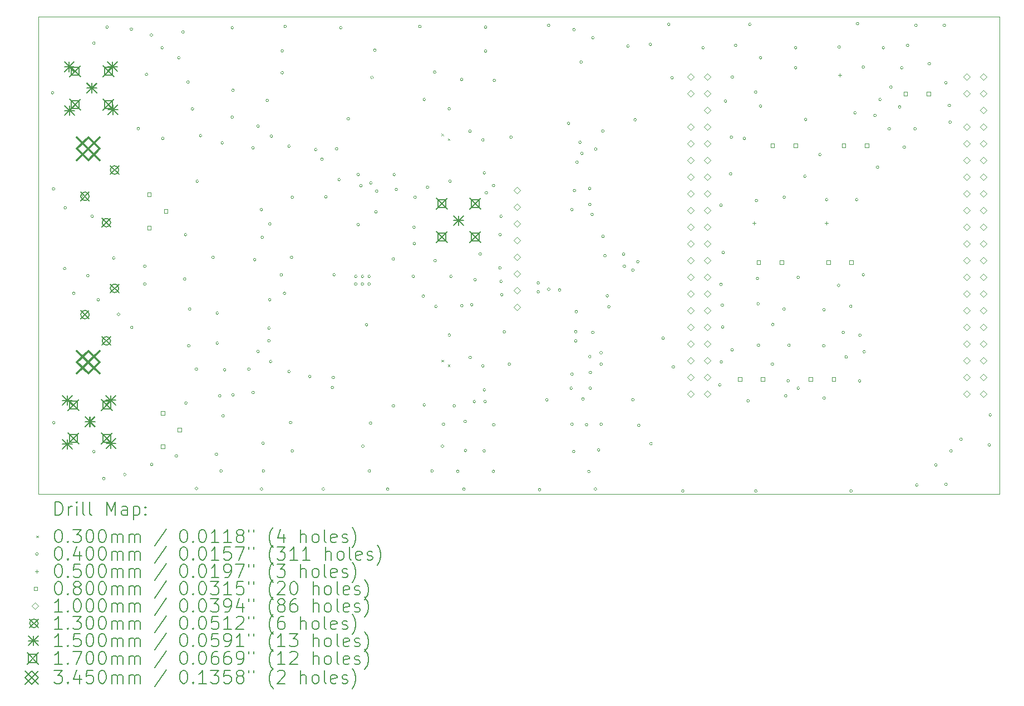
<source format=gbr>
%TF.GenerationSoftware,KiCad,Pcbnew,8.0.1*%
%TF.CreationDate,2024-05-23T14:09:58+02:00*%
%TF.ProjectId,MISRC_v2.1,4d495352-435f-4763-922e-312e6b696361,0.3*%
%TF.SameCoordinates,Original*%
%TF.FileFunction,Drillmap*%
%TF.FilePolarity,Positive*%
%FSLAX45Y45*%
G04 Gerber Fmt 4.5, Leading zero omitted, Abs format (unit mm)*
G04 Created by KiCad (PCBNEW 8.0.1) date 2024-05-23 14:09:58*
%MOMM*%
%LPD*%
G01*
G04 APERTURE LIST*
%ADD10C,0.100000*%
%ADD11C,0.200000*%
%ADD12C,0.130000*%
%ADD13C,0.150000*%
%ADD14C,0.170000*%
%ADD15C,0.345000*%
G04 APERTURE END LIST*
D10*
X20675600Y-13589000D02*
X20675600Y-6324600D01*
X6057900Y-13589000D02*
X20675600Y-13589000D01*
X20675600Y-6324600D02*
X6057900Y-6324600D01*
X6057900Y-6324600D02*
X6057900Y-13589000D01*
D11*
D10*
X12188400Y-8100300D02*
X12218400Y-8130300D01*
X12218400Y-8100300D02*
X12188400Y-8130300D01*
X12189700Y-11542000D02*
X12219700Y-11572000D01*
X12219700Y-11542000D02*
X12189700Y-11572000D01*
X12285501Y-8174694D02*
X12315501Y-8204694D01*
X12315501Y-8174694D02*
X12285501Y-8204694D01*
X12286801Y-11616394D02*
X12316801Y-11646394D01*
X12316801Y-11616394D02*
X12286801Y-11646394D01*
X6290000Y-7480000D02*
G75*
G02*
X6250000Y-7480000I-20000J0D01*
G01*
X6250000Y-7480000D02*
G75*
G02*
X6290000Y-7480000I20000J0D01*
G01*
X6306500Y-8940800D02*
G75*
G02*
X6266500Y-8940800I-20000J0D01*
G01*
X6266500Y-8940800D02*
G75*
G02*
X6306500Y-8940800I20000J0D01*
G01*
X6310000Y-12500000D02*
G75*
G02*
X6270000Y-12500000I-20000J0D01*
G01*
X6270000Y-12500000D02*
G75*
G02*
X6310000Y-12500000I20000J0D01*
G01*
X6475000Y-10155000D02*
G75*
G02*
X6435000Y-10155000I-20000J0D01*
G01*
X6435000Y-10155000D02*
G75*
G02*
X6475000Y-10155000I20000J0D01*
G01*
X6485000Y-9230000D02*
G75*
G02*
X6445000Y-9230000I-20000J0D01*
G01*
X6445000Y-9230000D02*
G75*
G02*
X6485000Y-9230000I20000J0D01*
G01*
X6615000Y-10530000D02*
G75*
G02*
X6575000Y-10530000I-20000J0D01*
G01*
X6575000Y-10530000D02*
G75*
G02*
X6615000Y-10530000I20000J0D01*
G01*
X6730000Y-9055000D02*
G75*
G02*
X6690000Y-9055000I-20000J0D01*
G01*
X6690000Y-9055000D02*
G75*
G02*
X6730000Y-9055000I20000J0D01*
G01*
X6827200Y-10261600D02*
G75*
G02*
X6787200Y-10261600I-20000J0D01*
G01*
X6787200Y-10261600D02*
G75*
G02*
X6827200Y-10261600I20000J0D01*
G01*
X6895000Y-9360000D02*
G75*
G02*
X6855000Y-9360000I-20000J0D01*
G01*
X6855000Y-9360000D02*
G75*
G02*
X6895000Y-9360000I20000J0D01*
G01*
X6920000Y-6725000D02*
G75*
G02*
X6880000Y-6725000I-20000J0D01*
G01*
X6880000Y-6725000D02*
G75*
G02*
X6920000Y-6725000I20000J0D01*
G01*
X6920000Y-12940000D02*
G75*
G02*
X6880000Y-12940000I-20000J0D01*
G01*
X6880000Y-12940000D02*
G75*
G02*
X6920000Y-12940000I20000J0D01*
G01*
X6985000Y-10630000D02*
G75*
G02*
X6945000Y-10630000I-20000J0D01*
G01*
X6945000Y-10630000D02*
G75*
G02*
X6985000Y-10630000I20000J0D01*
G01*
X7070000Y-13350000D02*
G75*
G02*
X7030000Y-13350000I-20000J0D01*
G01*
X7030000Y-13350000D02*
G75*
G02*
X7070000Y-13350000I20000J0D01*
G01*
X7120000Y-6480000D02*
G75*
G02*
X7080000Y-6480000I-20000J0D01*
G01*
X7080000Y-6480000D02*
G75*
G02*
X7120000Y-6480000I20000J0D01*
G01*
X7220900Y-9994900D02*
G75*
G02*
X7180900Y-9994900I-20000J0D01*
G01*
X7180900Y-9994900D02*
G75*
G02*
X7220900Y-9994900I20000J0D01*
G01*
X7295000Y-10850000D02*
G75*
G02*
X7255000Y-10850000I-20000J0D01*
G01*
X7255000Y-10850000D02*
G75*
G02*
X7295000Y-10850000I20000J0D01*
G01*
X7390000Y-13290000D02*
G75*
G02*
X7350000Y-13290000I-20000J0D01*
G01*
X7350000Y-13290000D02*
G75*
G02*
X7390000Y-13290000I20000J0D01*
G01*
X7490000Y-6510000D02*
G75*
G02*
X7450000Y-6510000I-20000J0D01*
G01*
X7450000Y-6510000D02*
G75*
G02*
X7490000Y-6510000I20000J0D01*
G01*
X7495000Y-11050000D02*
G75*
G02*
X7455000Y-11050000I-20000J0D01*
G01*
X7455000Y-11050000D02*
G75*
G02*
X7495000Y-11050000I20000J0D01*
G01*
X7595000Y-8025000D02*
G75*
G02*
X7555000Y-8025000I-20000J0D01*
G01*
X7555000Y-8025000D02*
G75*
G02*
X7595000Y-8025000I20000J0D01*
G01*
X7695000Y-10120000D02*
G75*
G02*
X7655000Y-10120000I-20000J0D01*
G01*
X7655000Y-10120000D02*
G75*
G02*
X7695000Y-10120000I20000J0D01*
G01*
X7695000Y-10390000D02*
G75*
G02*
X7655000Y-10390000I-20000J0D01*
G01*
X7655000Y-10390000D02*
G75*
G02*
X7695000Y-10390000I20000J0D01*
G01*
X7720000Y-7200000D02*
G75*
G02*
X7680000Y-7200000I-20000J0D01*
G01*
X7680000Y-7200000D02*
G75*
G02*
X7720000Y-7200000I20000J0D01*
G01*
X7795000Y-6600000D02*
G75*
G02*
X7755000Y-6600000I-20000J0D01*
G01*
X7755000Y-6600000D02*
G75*
G02*
X7795000Y-6600000I20000J0D01*
G01*
X7800000Y-13135000D02*
G75*
G02*
X7760000Y-13135000I-20000J0D01*
G01*
X7760000Y-13135000D02*
G75*
G02*
X7800000Y-13135000I20000J0D01*
G01*
X7957500Y-6794500D02*
G75*
G02*
X7917500Y-6794500I-20000J0D01*
G01*
X7917500Y-6794500D02*
G75*
G02*
X7957500Y-6794500I20000J0D01*
G01*
X7970000Y-8175000D02*
G75*
G02*
X7930000Y-8175000I-20000J0D01*
G01*
X7930000Y-8175000D02*
G75*
G02*
X7970000Y-8175000I20000J0D01*
G01*
X8173400Y-13005000D02*
G75*
G02*
X8133400Y-13005000I-20000J0D01*
G01*
X8133400Y-13005000D02*
G75*
G02*
X8173400Y-13005000I20000J0D01*
G01*
X8211500Y-6946900D02*
G75*
G02*
X8171500Y-6946900I-20000J0D01*
G01*
X8171500Y-6946900D02*
G75*
G02*
X8211500Y-6946900I20000J0D01*
G01*
X8275000Y-6553200D02*
G75*
G02*
X8235000Y-6553200I-20000J0D01*
G01*
X8235000Y-6553200D02*
G75*
G02*
X8275000Y-6553200I20000J0D01*
G01*
X8300400Y-10312400D02*
G75*
G02*
X8260400Y-10312400I-20000J0D01*
G01*
X8260400Y-10312400D02*
G75*
G02*
X8300400Y-10312400I20000J0D01*
G01*
X8313100Y-9639300D02*
G75*
G02*
X8273100Y-9639300I-20000J0D01*
G01*
X8273100Y-9639300D02*
G75*
G02*
X8313100Y-9639300I20000J0D01*
G01*
X8320000Y-12200000D02*
G75*
G02*
X8280000Y-12200000I-20000J0D01*
G01*
X8280000Y-12200000D02*
G75*
G02*
X8320000Y-12200000I20000J0D01*
G01*
X8351200Y-7315200D02*
G75*
G02*
X8311200Y-7315200I-20000J0D01*
G01*
X8311200Y-7315200D02*
G75*
G02*
X8351200Y-7315200I20000J0D01*
G01*
X8363900Y-11328400D02*
G75*
G02*
X8323900Y-11328400I-20000J0D01*
G01*
X8323900Y-11328400D02*
G75*
G02*
X8363900Y-11328400I20000J0D01*
G01*
X8376600Y-10769600D02*
G75*
G02*
X8336600Y-10769600I-20000J0D01*
G01*
X8336600Y-10769600D02*
G75*
G02*
X8376600Y-10769600I20000J0D01*
G01*
X8420000Y-7725000D02*
G75*
G02*
X8380000Y-7725000I-20000J0D01*
G01*
X8380000Y-7725000D02*
G75*
G02*
X8420000Y-7725000I20000J0D01*
G01*
X8478200Y-11684000D02*
G75*
G02*
X8438200Y-11684000I-20000J0D01*
G01*
X8438200Y-11684000D02*
G75*
G02*
X8478200Y-11684000I20000J0D01*
G01*
X8480000Y-13500000D02*
G75*
G02*
X8440000Y-13500000I-20000J0D01*
G01*
X8440000Y-13500000D02*
G75*
G02*
X8480000Y-13500000I20000J0D01*
G01*
X8490900Y-8826500D02*
G75*
G02*
X8450900Y-8826500I-20000J0D01*
G01*
X8450900Y-8826500D02*
G75*
G02*
X8490900Y-8826500I20000J0D01*
G01*
X8541700Y-8132300D02*
G75*
G02*
X8501700Y-8132300I-20000J0D01*
G01*
X8501700Y-8132300D02*
G75*
G02*
X8541700Y-8132300I20000J0D01*
G01*
X8732200Y-9982200D02*
G75*
G02*
X8692200Y-9982200I-20000J0D01*
G01*
X8692200Y-9982200D02*
G75*
G02*
X8732200Y-9982200I20000J0D01*
G01*
X8783000Y-12979400D02*
G75*
G02*
X8743000Y-12979400I-20000J0D01*
G01*
X8743000Y-12979400D02*
G75*
G02*
X8783000Y-12979400I20000J0D01*
G01*
X8795700Y-10833100D02*
G75*
G02*
X8755700Y-10833100I-20000J0D01*
G01*
X8755700Y-10833100D02*
G75*
G02*
X8795700Y-10833100I20000J0D01*
G01*
X8795700Y-11290300D02*
G75*
G02*
X8755700Y-11290300I-20000J0D01*
G01*
X8755700Y-11290300D02*
G75*
G02*
X8795700Y-11290300I20000J0D01*
G01*
X8833800Y-12090400D02*
G75*
G02*
X8793800Y-12090400I-20000J0D01*
G01*
X8793800Y-12090400D02*
G75*
G02*
X8833800Y-12090400I20000J0D01*
G01*
X8855000Y-13235000D02*
G75*
G02*
X8815000Y-13235000I-20000J0D01*
G01*
X8815000Y-13235000D02*
G75*
G02*
X8855000Y-13235000I20000J0D01*
G01*
X8871900Y-8242300D02*
G75*
G02*
X8831900Y-8242300I-20000J0D01*
G01*
X8831900Y-8242300D02*
G75*
G02*
X8871900Y-8242300I20000J0D01*
G01*
X8884600Y-12395200D02*
G75*
G02*
X8844600Y-12395200I-20000J0D01*
G01*
X8844600Y-12395200D02*
G75*
G02*
X8884600Y-12395200I20000J0D01*
G01*
X8910000Y-11696700D02*
G75*
G02*
X8870000Y-11696700I-20000J0D01*
G01*
X8870000Y-11696700D02*
G75*
G02*
X8910000Y-11696700I20000J0D01*
G01*
X9024300Y-6489700D02*
G75*
G02*
X8984300Y-6489700I-20000J0D01*
G01*
X8984300Y-6489700D02*
G75*
G02*
X9024300Y-6489700I20000J0D01*
G01*
X9024300Y-7848600D02*
G75*
G02*
X8984300Y-7848600I-20000J0D01*
G01*
X8984300Y-7848600D02*
G75*
G02*
X9024300Y-7848600I20000J0D01*
G01*
X9037000Y-7440000D02*
G75*
G02*
X8997000Y-7440000I-20000J0D01*
G01*
X8997000Y-7440000D02*
G75*
G02*
X9037000Y-7440000I20000J0D01*
G01*
X9037000Y-12077700D02*
G75*
G02*
X8997000Y-12077700I-20000J0D01*
G01*
X8997000Y-12077700D02*
G75*
G02*
X9037000Y-12077700I20000J0D01*
G01*
X9278300Y-11684000D02*
G75*
G02*
X9238300Y-11684000I-20000J0D01*
G01*
X9238300Y-11684000D02*
G75*
G02*
X9278300Y-11684000I20000J0D01*
G01*
X9341800Y-8318500D02*
G75*
G02*
X9301800Y-8318500I-20000J0D01*
G01*
X9301800Y-8318500D02*
G75*
G02*
X9341800Y-8318500I20000J0D01*
G01*
X9341800Y-12039600D02*
G75*
G02*
X9301800Y-12039600I-20000J0D01*
G01*
X9301800Y-12039600D02*
G75*
G02*
X9341800Y-12039600I20000J0D01*
G01*
X9367200Y-10020300D02*
G75*
G02*
X9327200Y-10020300I-20000J0D01*
G01*
X9327200Y-10020300D02*
G75*
G02*
X9367200Y-10020300I20000J0D01*
G01*
X9418000Y-7987800D02*
G75*
G02*
X9378000Y-7987800I-20000J0D01*
G01*
X9378000Y-7987800D02*
G75*
G02*
X9418000Y-7987800I20000J0D01*
G01*
X9418000Y-11417300D02*
G75*
G02*
X9378000Y-11417300I-20000J0D01*
G01*
X9378000Y-11417300D02*
G75*
G02*
X9418000Y-11417300I20000J0D01*
G01*
X9468800Y-9258300D02*
G75*
G02*
X9428800Y-9258300I-20000J0D01*
G01*
X9428800Y-9258300D02*
G75*
G02*
X9468800Y-9258300I20000J0D01*
G01*
X9470000Y-13510000D02*
G75*
G02*
X9430000Y-13510000I-20000J0D01*
G01*
X9430000Y-13510000D02*
G75*
G02*
X9470000Y-13510000I20000J0D01*
G01*
X9481500Y-9677400D02*
G75*
G02*
X9441500Y-9677400I-20000J0D01*
G01*
X9441500Y-9677400D02*
G75*
G02*
X9481500Y-9677400I20000J0D01*
G01*
X9494200Y-12814300D02*
G75*
G02*
X9454200Y-12814300I-20000J0D01*
G01*
X9454200Y-12814300D02*
G75*
G02*
X9494200Y-12814300I20000J0D01*
G01*
X9500000Y-13235000D02*
G75*
G02*
X9460000Y-13235000I-20000J0D01*
G01*
X9460000Y-13235000D02*
G75*
G02*
X9500000Y-13235000I20000J0D01*
G01*
X9557700Y-7594600D02*
G75*
G02*
X9517700Y-7594600I-20000J0D01*
G01*
X9517700Y-7594600D02*
G75*
G02*
X9557700Y-7594600I20000J0D01*
G01*
X9583100Y-11061700D02*
G75*
G02*
X9543100Y-11061700I-20000J0D01*
G01*
X9543100Y-11061700D02*
G75*
G02*
X9583100Y-11061700I20000J0D01*
G01*
X9583100Y-11252200D02*
G75*
G02*
X9543100Y-11252200I-20000J0D01*
G01*
X9543100Y-11252200D02*
G75*
G02*
X9583100Y-11252200I20000J0D01*
G01*
X9595800Y-9474200D02*
G75*
G02*
X9555800Y-9474200I-20000J0D01*
G01*
X9555800Y-9474200D02*
G75*
G02*
X9595800Y-9474200I20000J0D01*
G01*
X9595800Y-10629900D02*
G75*
G02*
X9555800Y-10629900I-20000J0D01*
G01*
X9555800Y-10629900D02*
G75*
G02*
X9595800Y-10629900I20000J0D01*
G01*
X9608500Y-11569700D02*
G75*
G02*
X9568500Y-11569700I-20000J0D01*
G01*
X9568500Y-11569700D02*
G75*
G02*
X9608500Y-11569700I20000J0D01*
G01*
X9621200Y-8140700D02*
G75*
G02*
X9581200Y-8140700I-20000J0D01*
G01*
X9581200Y-8140700D02*
G75*
G02*
X9621200Y-8140700I20000J0D01*
G01*
X9770000Y-10250000D02*
G75*
G02*
X9730000Y-10250000I-20000J0D01*
G01*
X9730000Y-10250000D02*
G75*
G02*
X9770000Y-10250000I20000J0D01*
G01*
X9785000Y-6840000D02*
G75*
G02*
X9745000Y-6840000I-20000J0D01*
G01*
X9745000Y-6840000D02*
G75*
G02*
X9785000Y-6840000I20000J0D01*
G01*
X9785000Y-7175000D02*
G75*
G02*
X9745000Y-7175000I-20000J0D01*
G01*
X9745000Y-7175000D02*
G75*
G02*
X9785000Y-7175000I20000J0D01*
G01*
X9819320Y-10530840D02*
G75*
G02*
X9779320Y-10530840I-20000J0D01*
G01*
X9779320Y-10530840D02*
G75*
G02*
X9819320Y-10530840I20000J0D01*
G01*
X9830000Y-6470000D02*
G75*
G02*
X9790000Y-6470000I-20000J0D01*
G01*
X9790000Y-6470000D02*
G75*
G02*
X9830000Y-6470000I20000J0D01*
G01*
X9887900Y-8293100D02*
G75*
G02*
X9847900Y-8293100I-20000J0D01*
G01*
X9847900Y-8293100D02*
G75*
G02*
X9887900Y-8293100I20000J0D01*
G01*
X9887900Y-11722100D02*
G75*
G02*
X9847900Y-11722100I-20000J0D01*
G01*
X9847900Y-11722100D02*
G75*
G02*
X9887900Y-11722100I20000J0D01*
G01*
X9913300Y-12496800D02*
G75*
G02*
X9873300Y-12496800I-20000J0D01*
G01*
X9873300Y-12496800D02*
G75*
G02*
X9913300Y-12496800I20000J0D01*
G01*
X9926000Y-9982200D02*
G75*
G02*
X9886000Y-9982200I-20000J0D01*
G01*
X9886000Y-9982200D02*
G75*
G02*
X9926000Y-9982200I20000J0D01*
G01*
X9938700Y-9067800D02*
G75*
G02*
X9898700Y-9067800I-20000J0D01*
G01*
X9898700Y-9067800D02*
G75*
G02*
X9938700Y-9067800I20000J0D01*
G01*
X9938700Y-12928600D02*
G75*
G02*
X9898700Y-12928600I-20000J0D01*
G01*
X9898700Y-12928600D02*
G75*
G02*
X9938700Y-12928600I20000J0D01*
G01*
X10205400Y-11798300D02*
G75*
G02*
X10165400Y-11798300I-20000J0D01*
G01*
X10165400Y-11798300D02*
G75*
G02*
X10205400Y-11798300I20000J0D01*
G01*
X10294300Y-8343900D02*
G75*
G02*
X10254300Y-8343900I-20000J0D01*
G01*
X10254300Y-8343900D02*
G75*
G02*
X10294300Y-8343900I20000J0D01*
G01*
X10390000Y-8490000D02*
G75*
G02*
X10350000Y-8490000I-20000J0D01*
G01*
X10350000Y-8490000D02*
G75*
G02*
X10390000Y-8490000I20000J0D01*
G01*
X10410000Y-13510000D02*
G75*
G02*
X10370000Y-13510000I-20000J0D01*
G01*
X10370000Y-13510000D02*
G75*
G02*
X10410000Y-13510000I20000J0D01*
G01*
X10449240Y-9062720D02*
G75*
G02*
X10409240Y-9062720I-20000J0D01*
G01*
X10409240Y-9062720D02*
G75*
G02*
X10449240Y-9062720I20000J0D01*
G01*
X10548300Y-11963400D02*
G75*
G02*
X10508300Y-11963400I-20000J0D01*
G01*
X10508300Y-11963400D02*
G75*
G02*
X10548300Y-11963400I20000J0D01*
G01*
X10561000Y-11811000D02*
G75*
G02*
X10521000Y-11811000I-20000J0D01*
G01*
X10521000Y-11811000D02*
G75*
G02*
X10561000Y-11811000I20000J0D01*
G01*
X10573700Y-10248900D02*
G75*
G02*
X10533700Y-10248900I-20000J0D01*
G01*
X10533700Y-10248900D02*
G75*
G02*
X10573700Y-10248900I20000J0D01*
G01*
X10611800Y-8331200D02*
G75*
G02*
X10571800Y-8331200I-20000J0D01*
G01*
X10571800Y-8331200D02*
G75*
G02*
X10611800Y-8331200I20000J0D01*
G01*
X10649900Y-8801100D02*
G75*
G02*
X10609900Y-8801100I-20000J0D01*
G01*
X10609900Y-8801100D02*
G75*
G02*
X10649900Y-8801100I20000J0D01*
G01*
X10675300Y-6489700D02*
G75*
G02*
X10635300Y-6489700I-20000J0D01*
G01*
X10635300Y-6489700D02*
G75*
G02*
X10675300Y-6489700I20000J0D01*
G01*
X10789600Y-7874000D02*
G75*
G02*
X10749600Y-7874000I-20000J0D01*
G01*
X10749600Y-7874000D02*
G75*
G02*
X10789600Y-7874000I20000J0D01*
G01*
X10903900Y-10274300D02*
G75*
G02*
X10863900Y-10274300I-20000J0D01*
G01*
X10863900Y-10274300D02*
G75*
G02*
X10903900Y-10274300I20000J0D01*
G01*
X10903900Y-10388600D02*
G75*
G02*
X10863900Y-10388600I-20000J0D01*
G01*
X10863900Y-10388600D02*
G75*
G02*
X10903900Y-10388600I20000J0D01*
G01*
X10942000Y-8724900D02*
G75*
G02*
X10902000Y-8724900I-20000J0D01*
G01*
X10902000Y-8724900D02*
G75*
G02*
X10942000Y-8724900I20000J0D01*
G01*
X10942000Y-9486900D02*
G75*
G02*
X10902000Y-9486900I-20000J0D01*
G01*
X10902000Y-9486900D02*
G75*
G02*
X10942000Y-9486900I20000J0D01*
G01*
X10982640Y-8895080D02*
G75*
G02*
X10942640Y-8895080I-20000J0D01*
G01*
X10942640Y-8895080D02*
G75*
G02*
X10982640Y-8895080I20000J0D01*
G01*
X11005500Y-10274300D02*
G75*
G02*
X10965500Y-10274300I-20000J0D01*
G01*
X10965500Y-10274300D02*
G75*
G02*
X11005500Y-10274300I20000J0D01*
G01*
X11005500Y-10388600D02*
G75*
G02*
X10965500Y-10388600I-20000J0D01*
G01*
X10965500Y-10388600D02*
G75*
G02*
X11005500Y-10388600I20000J0D01*
G01*
X11013120Y-12857480D02*
G75*
G02*
X10973120Y-12857480I-20000J0D01*
G01*
X10973120Y-12857480D02*
G75*
G02*
X11013120Y-12857480I20000J0D01*
G01*
X11069000Y-11010900D02*
G75*
G02*
X11029000Y-11010900I-20000J0D01*
G01*
X11029000Y-11010900D02*
G75*
G02*
X11069000Y-11010900I20000J0D01*
G01*
X11107100Y-10274300D02*
G75*
G02*
X11067100Y-10274300I-20000J0D01*
G01*
X11067100Y-10274300D02*
G75*
G02*
X11107100Y-10274300I20000J0D01*
G01*
X11107100Y-10388600D02*
G75*
G02*
X11067100Y-10388600I-20000J0D01*
G01*
X11067100Y-10388600D02*
G75*
G02*
X11107100Y-10388600I20000J0D01*
G01*
X11110000Y-13235000D02*
G75*
G02*
X11070000Y-13235000I-20000J0D01*
G01*
X11070000Y-13235000D02*
G75*
G02*
X11110000Y-13235000I20000J0D01*
G01*
X11129960Y-12506960D02*
G75*
G02*
X11089960Y-12506960I-20000J0D01*
G01*
X11089960Y-12506960D02*
G75*
G02*
X11129960Y-12506960I20000J0D01*
G01*
X11132500Y-8851900D02*
G75*
G02*
X11092500Y-8851900I-20000J0D01*
G01*
X11092500Y-8851900D02*
G75*
G02*
X11132500Y-8851900I20000J0D01*
G01*
X11150000Y-7245000D02*
G75*
G02*
X11110000Y-7245000I-20000J0D01*
G01*
X11110000Y-7245000D02*
G75*
G02*
X11150000Y-7245000I20000J0D01*
G01*
X11195000Y-6830000D02*
G75*
G02*
X11155000Y-6830000I-20000J0D01*
G01*
X11155000Y-6830000D02*
G75*
G02*
X11195000Y-6830000I20000J0D01*
G01*
X11211240Y-9291320D02*
G75*
G02*
X11171240Y-9291320I-20000J0D01*
G01*
X11171240Y-9291320D02*
G75*
G02*
X11211240Y-9291320I20000J0D01*
G01*
X11221400Y-8976360D02*
G75*
G02*
X11181400Y-8976360I-20000J0D01*
G01*
X11181400Y-8976360D02*
G75*
G02*
X11221400Y-8976360I20000J0D01*
G01*
X11390000Y-13510000D02*
G75*
G02*
X11350000Y-13510000I-20000J0D01*
G01*
X11350000Y-13510000D02*
G75*
G02*
X11390000Y-13510000I20000J0D01*
G01*
X11475000Y-10010000D02*
G75*
G02*
X11435000Y-10010000I-20000J0D01*
G01*
X11435000Y-10010000D02*
G75*
G02*
X11475000Y-10010000I20000J0D01*
G01*
X11475400Y-12242800D02*
G75*
G02*
X11435400Y-12242800I-20000J0D01*
G01*
X11435400Y-12242800D02*
G75*
G02*
X11475400Y-12242800I20000J0D01*
G01*
X11488100Y-8724900D02*
G75*
G02*
X11448100Y-8724900I-20000J0D01*
G01*
X11448100Y-8724900D02*
G75*
G02*
X11488100Y-8724900I20000J0D01*
G01*
X11520000Y-8950000D02*
G75*
G02*
X11480000Y-8950000I-20000J0D01*
G01*
X11480000Y-8950000D02*
G75*
G02*
X11520000Y-8950000I20000J0D01*
G01*
X11780200Y-10274300D02*
G75*
G02*
X11740200Y-10274300I-20000J0D01*
G01*
X11740200Y-10274300D02*
G75*
G02*
X11780200Y-10274300I20000J0D01*
G01*
X11790360Y-9525000D02*
G75*
G02*
X11750360Y-9525000I-20000J0D01*
G01*
X11750360Y-9525000D02*
G75*
G02*
X11790360Y-9525000I20000J0D01*
G01*
X11795440Y-9773920D02*
G75*
G02*
X11755440Y-9773920I-20000J0D01*
G01*
X11755440Y-9773920D02*
G75*
G02*
X11795440Y-9773920I20000J0D01*
G01*
X11805600Y-9067800D02*
G75*
G02*
X11765600Y-9067800I-20000J0D01*
G01*
X11765600Y-9067800D02*
G75*
G02*
X11805600Y-9067800I20000J0D01*
G01*
X11880000Y-6470000D02*
G75*
G02*
X11840000Y-6470000I-20000J0D01*
G01*
X11840000Y-6470000D02*
G75*
G02*
X11880000Y-6470000I20000J0D01*
G01*
X11932600Y-10572500D02*
G75*
G02*
X11892600Y-10572500I-20000J0D01*
G01*
X11892600Y-10572500D02*
G75*
G02*
X11932600Y-10572500I20000J0D01*
G01*
X11945300Y-7581900D02*
G75*
G02*
X11905300Y-7581900I-20000J0D01*
G01*
X11905300Y-7581900D02*
G75*
G02*
X11945300Y-7581900I20000J0D01*
G01*
X11945300Y-12230100D02*
G75*
G02*
X11905300Y-12230100I-20000J0D01*
G01*
X11905300Y-12230100D02*
G75*
G02*
X11945300Y-12230100I20000J0D01*
G01*
X11996100Y-8915400D02*
G75*
G02*
X11956100Y-8915400I-20000J0D01*
G01*
X11956100Y-8915400D02*
G75*
G02*
X11996100Y-8915400I20000J0D01*
G01*
X12065000Y-13235000D02*
G75*
G02*
X12025000Y-13235000I-20000J0D01*
G01*
X12025000Y-13235000D02*
G75*
G02*
X12065000Y-13235000I20000J0D01*
G01*
X12105000Y-7165000D02*
G75*
G02*
X12065000Y-7165000I-20000J0D01*
G01*
X12065000Y-7165000D02*
G75*
G02*
X12105000Y-7165000I20000J0D01*
G01*
X12110400Y-10033000D02*
G75*
G02*
X12070400Y-10033000I-20000J0D01*
G01*
X12070400Y-10033000D02*
G75*
G02*
X12110400Y-10033000I20000J0D01*
G01*
X12123100Y-10731500D02*
G75*
G02*
X12083100Y-10731500I-20000J0D01*
G01*
X12083100Y-10731500D02*
G75*
G02*
X12123100Y-10731500I20000J0D01*
G01*
X12222160Y-12857480D02*
G75*
G02*
X12182160Y-12857480I-20000J0D01*
G01*
X12182160Y-12857480D02*
G75*
G02*
X12222160Y-12857480I20000J0D01*
G01*
X12237400Y-12522200D02*
G75*
G02*
X12197400Y-12522200I-20000J0D01*
G01*
X12197400Y-12522200D02*
G75*
G02*
X12237400Y-12522200I20000J0D01*
G01*
X12325000Y-7723950D02*
G75*
G02*
X12285000Y-7723950I-20000J0D01*
G01*
X12285000Y-7723950D02*
G75*
G02*
X12325000Y-7723950I20000J0D01*
G01*
X12326300Y-11165650D02*
G75*
G02*
X12286300Y-11165650I-20000J0D01*
G01*
X12286300Y-11165650D02*
G75*
G02*
X12326300Y-11165650I20000J0D01*
G01*
X12339000Y-8826500D02*
G75*
G02*
X12299000Y-8826500I-20000J0D01*
G01*
X12299000Y-8826500D02*
G75*
G02*
X12339000Y-8826500I20000J0D01*
G01*
X12351700Y-10274300D02*
G75*
G02*
X12311700Y-10274300I-20000J0D01*
G01*
X12311700Y-10274300D02*
G75*
G02*
X12351700Y-10274300I20000J0D01*
G01*
X12402500Y-12242800D02*
G75*
G02*
X12362500Y-12242800I-20000J0D01*
G01*
X12362500Y-12242800D02*
G75*
G02*
X12402500Y-12242800I20000J0D01*
G01*
X12455000Y-13240000D02*
G75*
G02*
X12415000Y-13240000I-20000J0D01*
G01*
X12415000Y-13240000D02*
G75*
G02*
X12455000Y-13240000I20000J0D01*
G01*
X12515500Y-7277100D02*
G75*
G02*
X12475500Y-7277100I-20000J0D01*
G01*
X12475500Y-7277100D02*
G75*
G02*
X12515500Y-7277100I20000J0D01*
G01*
X12516800Y-10718800D02*
G75*
G02*
X12476800Y-10718800I-20000J0D01*
G01*
X12476800Y-10718800D02*
G75*
G02*
X12516800Y-10718800I20000J0D01*
G01*
X12550000Y-13510000D02*
G75*
G02*
X12510000Y-13510000I-20000J0D01*
G01*
X12510000Y-13510000D02*
G75*
G02*
X12550000Y-13510000I20000J0D01*
G01*
X12567600Y-12480000D02*
G75*
G02*
X12527600Y-12480000I-20000J0D01*
G01*
X12527600Y-12480000D02*
G75*
G02*
X12567600Y-12480000I20000J0D01*
G01*
X12572680Y-12923520D02*
G75*
G02*
X12532680Y-12923520I-20000J0D01*
G01*
X12532680Y-12923520D02*
G75*
G02*
X12572680Y-12923520I20000J0D01*
G01*
X12642500Y-8064500D02*
G75*
G02*
X12602500Y-8064500I-20000J0D01*
G01*
X12602500Y-8064500D02*
G75*
G02*
X12642500Y-8064500I20000J0D01*
G01*
X12643800Y-11506200D02*
G75*
G02*
X12603800Y-11506200I-20000J0D01*
G01*
X12603800Y-11506200D02*
G75*
G02*
X12643800Y-11506200I20000J0D01*
G01*
X12669200Y-10706100D02*
G75*
G02*
X12629200Y-10706100I-20000J0D01*
G01*
X12629200Y-10706100D02*
G75*
G02*
X12669200Y-10706100I20000J0D01*
G01*
X12707300Y-12179300D02*
G75*
G02*
X12667300Y-12179300I-20000J0D01*
G01*
X12667300Y-12179300D02*
G75*
G02*
X12707300Y-12179300I20000J0D01*
G01*
X12720000Y-10325000D02*
G75*
G02*
X12680000Y-10325000I-20000J0D01*
G01*
X12680000Y-10325000D02*
G75*
G02*
X12720000Y-10325000I20000J0D01*
G01*
X12796200Y-9931400D02*
G75*
G02*
X12756200Y-9931400I-20000J0D01*
G01*
X12756200Y-9931400D02*
G75*
G02*
X12796200Y-9931400I20000J0D01*
G01*
X12838400Y-8195600D02*
G75*
G02*
X12798400Y-8195600I-20000J0D01*
G01*
X12798400Y-8195600D02*
G75*
G02*
X12838400Y-8195600I20000J0D01*
G01*
X12838400Y-11637300D02*
G75*
G02*
X12798400Y-11637300I-20000J0D01*
G01*
X12798400Y-11637300D02*
G75*
G02*
X12838400Y-11637300I20000J0D01*
G01*
X12857160Y-12928600D02*
G75*
G02*
X12817160Y-12928600I-20000J0D01*
G01*
X12817160Y-12928600D02*
G75*
G02*
X12857160Y-12928600I20000J0D01*
G01*
X12859700Y-8699500D02*
G75*
G02*
X12819700Y-8699500I-20000J0D01*
G01*
X12819700Y-8699500D02*
G75*
G02*
X12859700Y-8699500I20000J0D01*
G01*
X12859700Y-12001500D02*
G75*
G02*
X12819700Y-12001500I-20000J0D01*
G01*
X12819700Y-12001500D02*
G75*
G02*
X12859700Y-12001500I20000J0D01*
G01*
X12872400Y-12179300D02*
G75*
G02*
X12832400Y-12179300I-20000J0D01*
G01*
X12832400Y-12179300D02*
G75*
G02*
X12872400Y-12179300I20000J0D01*
G01*
X12880000Y-6480000D02*
G75*
G02*
X12840000Y-6480000I-20000J0D01*
G01*
X12840000Y-6480000D02*
G75*
G02*
X12880000Y-6480000I20000J0D01*
G01*
X12880000Y-6845000D02*
G75*
G02*
X12840000Y-6845000I-20000J0D01*
G01*
X12840000Y-6845000D02*
G75*
G02*
X12880000Y-6845000I20000J0D01*
G01*
X12890000Y-9000000D02*
G75*
G02*
X12850000Y-9000000I-20000J0D01*
G01*
X12850000Y-9000000D02*
G75*
G02*
X12890000Y-9000000I20000J0D01*
G01*
X12999400Y-8890000D02*
G75*
G02*
X12959400Y-8890000I-20000J0D01*
G01*
X12959400Y-8890000D02*
G75*
G02*
X12999400Y-8890000I20000J0D01*
G01*
X12999400Y-13240000D02*
G75*
G02*
X12959400Y-13240000I-20000J0D01*
G01*
X12959400Y-13240000D02*
G75*
G02*
X12999400Y-13240000I20000J0D01*
G01*
X13004480Y-12532360D02*
G75*
G02*
X12964480Y-12532360I-20000J0D01*
G01*
X12964480Y-12532360D02*
G75*
G02*
X13004480Y-12532360I20000J0D01*
G01*
X13012100Y-7289800D02*
G75*
G02*
X12972100Y-7289800I-20000J0D01*
G01*
X12972100Y-7289800D02*
G75*
G02*
X13012100Y-7289800I20000J0D01*
G01*
X13097751Y-10145493D02*
G75*
G02*
X13057751Y-10145493I-20000J0D01*
G01*
X13057751Y-10145493D02*
G75*
G02*
X13097751Y-10145493I20000J0D01*
G01*
X13101000Y-9639300D02*
G75*
G02*
X13061000Y-9639300I-20000J0D01*
G01*
X13061000Y-9639300D02*
G75*
G02*
X13101000Y-9639300I20000J0D01*
G01*
X13113700Y-9359900D02*
G75*
G02*
X13073700Y-9359900I-20000J0D01*
G01*
X13073700Y-9359900D02*
G75*
G02*
X13113700Y-9359900I20000J0D01*
G01*
X13113700Y-10350500D02*
G75*
G02*
X13073700Y-10350500I-20000J0D01*
G01*
X13073700Y-10350500D02*
G75*
G02*
X13113700Y-10350500I20000J0D01*
G01*
X13126400Y-10553700D02*
G75*
G02*
X13086400Y-10553700I-20000J0D01*
G01*
X13086400Y-10553700D02*
G75*
G02*
X13126400Y-10553700I20000J0D01*
G01*
X13164500Y-11116262D02*
G75*
G02*
X13124500Y-11116262I-20000J0D01*
G01*
X13124500Y-11116262D02*
G75*
G02*
X13164500Y-11116262I20000J0D01*
G01*
X13240700Y-11607800D02*
G75*
G02*
X13200700Y-11607800I-20000J0D01*
G01*
X13200700Y-11607800D02*
G75*
G02*
X13240700Y-11607800I20000J0D01*
G01*
X13266100Y-8153400D02*
G75*
G02*
X13226100Y-8153400I-20000J0D01*
G01*
X13226100Y-8153400D02*
G75*
G02*
X13266100Y-8153400I20000J0D01*
G01*
X13680000Y-10375000D02*
G75*
G02*
X13640000Y-10375000I-20000J0D01*
G01*
X13640000Y-10375000D02*
G75*
G02*
X13680000Y-10375000I20000J0D01*
G01*
X13680000Y-10510000D02*
G75*
G02*
X13640000Y-10510000I-20000J0D01*
G01*
X13640000Y-10510000D02*
G75*
G02*
X13680000Y-10510000I20000J0D01*
G01*
X13700000Y-13520000D02*
G75*
G02*
X13660000Y-13520000I-20000J0D01*
G01*
X13660000Y-13520000D02*
G75*
G02*
X13700000Y-13520000I20000J0D01*
G01*
X13812200Y-12153900D02*
G75*
G02*
X13772200Y-12153900I-20000J0D01*
G01*
X13772200Y-12153900D02*
G75*
G02*
X13812200Y-12153900I20000J0D01*
G01*
X13837600Y-6451600D02*
G75*
G02*
X13797600Y-6451600I-20000J0D01*
G01*
X13797600Y-6451600D02*
G75*
G02*
X13837600Y-6451600I20000J0D01*
G01*
X13840000Y-10470000D02*
G75*
G02*
X13800000Y-10470000I-20000J0D01*
G01*
X13800000Y-10470000D02*
G75*
G02*
X13840000Y-10470000I20000J0D01*
G01*
X14005000Y-10480000D02*
G75*
G02*
X13965000Y-10480000I-20000J0D01*
G01*
X13965000Y-10480000D02*
G75*
G02*
X14005000Y-10480000I20000J0D01*
G01*
X14142400Y-7945120D02*
G75*
G02*
X14102400Y-7945120I-20000J0D01*
G01*
X14102400Y-7945120D02*
G75*
G02*
X14142400Y-7945120I20000J0D01*
G01*
X14180500Y-11976100D02*
G75*
G02*
X14140500Y-11976100I-20000J0D01*
G01*
X14140500Y-11976100D02*
G75*
G02*
X14180500Y-11976100I20000J0D01*
G01*
X14193200Y-9258300D02*
G75*
G02*
X14153200Y-9258300I-20000J0D01*
G01*
X14153200Y-9258300D02*
G75*
G02*
X14193200Y-9258300I20000J0D01*
G01*
X14193200Y-11760200D02*
G75*
G02*
X14153200Y-11760200I-20000J0D01*
G01*
X14153200Y-11760200D02*
G75*
G02*
X14193200Y-11760200I20000J0D01*
G01*
X14193200Y-12522200D02*
G75*
G02*
X14153200Y-12522200I-20000J0D01*
G01*
X14153200Y-12522200D02*
G75*
G02*
X14193200Y-12522200I20000J0D01*
G01*
X14220000Y-12940000D02*
G75*
G02*
X14180000Y-12940000I-20000J0D01*
G01*
X14180000Y-12940000D02*
G75*
G02*
X14220000Y-12940000I20000J0D01*
G01*
X14223680Y-6517640D02*
G75*
G02*
X14183680Y-6517640I-20000J0D01*
G01*
X14183680Y-6517640D02*
G75*
G02*
X14223680Y-6517640I20000J0D01*
G01*
X14231300Y-8966200D02*
G75*
G02*
X14191300Y-8966200I-20000J0D01*
G01*
X14191300Y-8966200D02*
G75*
G02*
X14231300Y-8966200I20000J0D01*
G01*
X14250000Y-11115000D02*
G75*
G02*
X14210000Y-11115000I-20000J0D01*
G01*
X14210000Y-11115000D02*
G75*
G02*
X14250000Y-11115000I20000J0D01*
G01*
X14250000Y-11255000D02*
G75*
G02*
X14210000Y-11255000I-20000J0D01*
G01*
X14210000Y-11255000D02*
G75*
G02*
X14250000Y-11255000I20000J0D01*
G01*
X14260000Y-10810000D02*
G75*
G02*
X14220000Y-10810000I-20000J0D01*
G01*
X14220000Y-10810000D02*
G75*
G02*
X14260000Y-10810000I20000J0D01*
G01*
X14269400Y-8534400D02*
G75*
G02*
X14229400Y-8534400I-20000J0D01*
G01*
X14229400Y-8534400D02*
G75*
G02*
X14269400Y-8534400I20000J0D01*
G01*
X14315120Y-8233400D02*
G75*
G02*
X14275120Y-8233400I-20000J0D01*
G01*
X14275120Y-8233400D02*
G75*
G02*
X14315120Y-8233400I20000J0D01*
G01*
X14332900Y-7010400D02*
G75*
G02*
X14292900Y-7010400I-20000J0D01*
G01*
X14292900Y-7010400D02*
G75*
G02*
X14332900Y-7010400I20000J0D01*
G01*
X14345600Y-8402320D02*
G75*
G02*
X14305600Y-8402320I-20000J0D01*
G01*
X14305600Y-8402320D02*
G75*
G02*
X14345600Y-8402320I20000J0D01*
G01*
X14360000Y-12140000D02*
G75*
G02*
X14320000Y-12140000I-20000J0D01*
G01*
X14320000Y-12140000D02*
G75*
G02*
X14360000Y-12140000I20000J0D01*
G01*
X14415000Y-12530000D02*
G75*
G02*
X14375000Y-12530000I-20000J0D01*
G01*
X14375000Y-12530000D02*
G75*
G02*
X14415000Y-12530000I20000J0D01*
G01*
X14450000Y-13245000D02*
G75*
G02*
X14410000Y-13245000I-20000J0D01*
G01*
X14410000Y-13245000D02*
G75*
G02*
X14450000Y-13245000I20000J0D01*
G01*
X14462440Y-8935720D02*
G75*
G02*
X14422440Y-8935720I-20000J0D01*
G01*
X14422440Y-8935720D02*
G75*
G02*
X14462440Y-8935720I20000J0D01*
G01*
X14465000Y-9180000D02*
G75*
G02*
X14425000Y-9180000I-20000J0D01*
G01*
X14425000Y-9180000D02*
G75*
G02*
X14465000Y-9180000I20000J0D01*
G01*
X14465000Y-11495000D02*
G75*
G02*
X14425000Y-11495000I-20000J0D01*
G01*
X14425000Y-11495000D02*
G75*
G02*
X14465000Y-11495000I20000J0D01*
G01*
X14472600Y-11734800D02*
G75*
G02*
X14432600Y-11734800I-20000J0D01*
G01*
X14432600Y-11734800D02*
G75*
G02*
X14472600Y-11734800I20000J0D01*
G01*
X14472600Y-11976100D02*
G75*
G02*
X14432600Y-11976100I-20000J0D01*
G01*
X14432600Y-11976100D02*
G75*
G02*
X14472600Y-11976100I20000J0D01*
G01*
X14500000Y-9330000D02*
G75*
G02*
X14460000Y-9330000I-20000J0D01*
G01*
X14460000Y-9330000D02*
G75*
G02*
X14500000Y-9330000I20000J0D01*
G01*
X14510700Y-6642100D02*
G75*
G02*
X14470700Y-6642100I-20000J0D01*
G01*
X14470700Y-6642100D02*
G75*
G02*
X14510700Y-6642100I20000J0D01*
G01*
X14510700Y-11125200D02*
G75*
G02*
X14470700Y-11125200I-20000J0D01*
G01*
X14470700Y-11125200D02*
G75*
G02*
X14510700Y-11125200I20000J0D01*
G01*
X14550000Y-13510000D02*
G75*
G02*
X14510000Y-13510000I-20000J0D01*
G01*
X14510000Y-13510000D02*
G75*
G02*
X14550000Y-13510000I20000J0D01*
G01*
X14553880Y-8336280D02*
G75*
G02*
X14513880Y-8336280I-20000J0D01*
G01*
X14513880Y-8336280D02*
G75*
G02*
X14553880Y-8336280I20000J0D01*
G01*
X14599600Y-12915900D02*
G75*
G02*
X14559600Y-12915900I-20000J0D01*
G01*
X14559600Y-12915900D02*
G75*
G02*
X14599600Y-12915900I20000J0D01*
G01*
X14635000Y-11435000D02*
G75*
G02*
X14595000Y-11435000I-20000J0D01*
G01*
X14595000Y-11435000D02*
G75*
G02*
X14635000Y-11435000I20000J0D01*
G01*
X14637700Y-11607800D02*
G75*
G02*
X14597700Y-11607800I-20000J0D01*
G01*
X14597700Y-11607800D02*
G75*
G02*
X14637700Y-11607800I20000J0D01*
G01*
X14637700Y-12522200D02*
G75*
G02*
X14597700Y-12522200I-20000J0D01*
G01*
X14597700Y-12522200D02*
G75*
G02*
X14637700Y-12522200I20000J0D01*
G01*
X14663100Y-8061960D02*
G75*
G02*
X14623100Y-8061960I-20000J0D01*
G01*
X14623100Y-8061960D02*
G75*
G02*
X14663100Y-8061960I20000J0D01*
G01*
X14665000Y-9665000D02*
G75*
G02*
X14625000Y-9665000I-20000J0D01*
G01*
X14625000Y-9665000D02*
G75*
G02*
X14665000Y-9665000I20000J0D01*
G01*
X14695000Y-9960000D02*
G75*
G02*
X14655000Y-9960000I-20000J0D01*
G01*
X14655000Y-9960000D02*
G75*
G02*
X14695000Y-9960000I20000J0D01*
G01*
X14730000Y-10570000D02*
G75*
G02*
X14690000Y-10570000I-20000J0D01*
G01*
X14690000Y-10570000D02*
G75*
G02*
X14730000Y-10570000I20000J0D01*
G01*
X14755000Y-10735000D02*
G75*
G02*
X14715000Y-10735000I-20000J0D01*
G01*
X14715000Y-10735000D02*
G75*
G02*
X14755000Y-10735000I20000J0D01*
G01*
X14980000Y-9935000D02*
G75*
G02*
X14940000Y-9935000I-20000J0D01*
G01*
X14940000Y-9935000D02*
G75*
G02*
X14980000Y-9935000I20000J0D01*
G01*
X14990000Y-10120000D02*
G75*
G02*
X14950000Y-10120000I-20000J0D01*
G01*
X14950000Y-10120000D02*
G75*
G02*
X14990000Y-10120000I20000J0D01*
G01*
X15044100Y-6769100D02*
G75*
G02*
X15004100Y-6769100I-20000J0D01*
G01*
X15004100Y-6769100D02*
G75*
G02*
X15044100Y-6769100I20000J0D01*
G01*
X15120000Y-10180000D02*
G75*
G02*
X15080000Y-10180000I-20000J0D01*
G01*
X15080000Y-10180000D02*
G75*
G02*
X15120000Y-10180000I20000J0D01*
G01*
X15120000Y-12150000D02*
G75*
G02*
X15080000Y-12150000I-20000J0D01*
G01*
X15080000Y-12150000D02*
G75*
G02*
X15120000Y-12150000I20000J0D01*
G01*
X15153320Y-7889240D02*
G75*
G02*
X15113320Y-7889240I-20000J0D01*
G01*
X15113320Y-7889240D02*
G75*
G02*
X15153320Y-7889240I20000J0D01*
G01*
X15195000Y-10050000D02*
G75*
G02*
X15155000Y-10050000I-20000J0D01*
G01*
X15155000Y-10050000D02*
G75*
G02*
X15195000Y-10050000I20000J0D01*
G01*
X15210000Y-12540000D02*
G75*
G02*
X15170000Y-12540000I-20000J0D01*
G01*
X15170000Y-12540000D02*
G75*
G02*
X15210000Y-12540000I20000J0D01*
G01*
X15387000Y-6743700D02*
G75*
G02*
X15347000Y-6743700I-20000J0D01*
G01*
X15347000Y-6743700D02*
G75*
G02*
X15387000Y-6743700I20000J0D01*
G01*
X15395000Y-12820000D02*
G75*
G02*
X15355000Y-12820000I-20000J0D01*
G01*
X15355000Y-12820000D02*
G75*
G02*
X15395000Y-12820000I20000J0D01*
G01*
X15580000Y-11215000D02*
G75*
G02*
X15540000Y-11215000I-20000J0D01*
G01*
X15540000Y-11215000D02*
G75*
G02*
X15580000Y-11215000I20000J0D01*
G01*
X15666400Y-6438900D02*
G75*
G02*
X15626400Y-6438900I-20000J0D01*
G01*
X15626400Y-6438900D02*
G75*
G02*
X15666400Y-6438900I20000J0D01*
G01*
X15717200Y-7251700D02*
G75*
G02*
X15677200Y-7251700I-20000J0D01*
G01*
X15677200Y-7251700D02*
G75*
G02*
X15717200Y-7251700I20000J0D01*
G01*
X15735000Y-11650000D02*
G75*
G02*
X15695000Y-11650000I-20000J0D01*
G01*
X15695000Y-11650000D02*
G75*
G02*
X15735000Y-11650000I20000J0D01*
G01*
X15880000Y-13540000D02*
G75*
G02*
X15840000Y-13540000I-20000J0D01*
G01*
X15840000Y-13540000D02*
G75*
G02*
X15880000Y-13540000I20000J0D01*
G01*
X16187100Y-6794500D02*
G75*
G02*
X16147100Y-6794500I-20000J0D01*
G01*
X16147100Y-6794500D02*
G75*
G02*
X16187100Y-6794500I20000J0D01*
G01*
X16441100Y-11925300D02*
G75*
G02*
X16401100Y-11925300I-20000J0D01*
G01*
X16401100Y-11925300D02*
G75*
G02*
X16441100Y-11925300I20000J0D01*
G01*
X16460000Y-9190000D02*
G75*
G02*
X16420000Y-9190000I-20000J0D01*
G01*
X16420000Y-9190000D02*
G75*
G02*
X16460000Y-9190000I20000J0D01*
G01*
X16460000Y-10395000D02*
G75*
G02*
X16420000Y-10395000I-20000J0D01*
G01*
X16420000Y-10395000D02*
G75*
G02*
X16460000Y-10395000I20000J0D01*
G01*
X16465000Y-11575000D02*
G75*
G02*
X16425000Y-11575000I-20000J0D01*
G01*
X16425000Y-11575000D02*
G75*
G02*
X16465000Y-11575000I20000J0D01*
G01*
X16480000Y-10710000D02*
G75*
G02*
X16440000Y-10710000I-20000J0D01*
G01*
X16440000Y-10710000D02*
G75*
G02*
X16480000Y-10710000I20000J0D01*
G01*
X16485000Y-11045000D02*
G75*
G02*
X16445000Y-11045000I-20000J0D01*
G01*
X16445000Y-11045000D02*
G75*
G02*
X16485000Y-11045000I20000J0D01*
G01*
X16495000Y-9910000D02*
G75*
G02*
X16455000Y-9910000I-20000J0D01*
G01*
X16455000Y-9910000D02*
G75*
G02*
X16495000Y-9910000I20000J0D01*
G01*
X16530000Y-7607300D02*
G75*
G02*
X16490000Y-7607300I-20000J0D01*
G01*
X16490000Y-7607300D02*
G75*
G02*
X16530000Y-7607300I20000J0D01*
G01*
X16606200Y-8712200D02*
G75*
G02*
X16566200Y-8712200I-20000J0D01*
G01*
X16566200Y-8712200D02*
G75*
G02*
X16606200Y-8712200I20000J0D01*
G01*
X16618900Y-8153400D02*
G75*
G02*
X16578900Y-8153400I-20000J0D01*
G01*
X16578900Y-8153400D02*
G75*
G02*
X16618900Y-8153400I20000J0D01*
G01*
X16630000Y-11390000D02*
G75*
G02*
X16590000Y-11390000I-20000J0D01*
G01*
X16590000Y-11390000D02*
G75*
G02*
X16630000Y-11390000I20000J0D01*
G01*
X16631600Y-7239000D02*
G75*
G02*
X16591600Y-7239000I-20000J0D01*
G01*
X16591600Y-7239000D02*
G75*
G02*
X16631600Y-7239000I20000J0D01*
G01*
X16682400Y-6756400D02*
G75*
G02*
X16642400Y-6756400I-20000J0D01*
G01*
X16642400Y-6756400D02*
G75*
G02*
X16682400Y-6756400I20000J0D01*
G01*
X16815000Y-8175000D02*
G75*
G02*
X16775000Y-8175000I-20000J0D01*
G01*
X16775000Y-8175000D02*
G75*
G02*
X16815000Y-8175000I20000J0D01*
G01*
X16872900Y-12166600D02*
G75*
G02*
X16832900Y-12166600I-20000J0D01*
G01*
X16832900Y-12166600D02*
G75*
G02*
X16872900Y-12166600I20000J0D01*
G01*
X16898300Y-6438900D02*
G75*
G02*
X16858300Y-6438900I-20000J0D01*
G01*
X16858300Y-6438900D02*
G75*
G02*
X16898300Y-6438900I20000J0D01*
G01*
X16987200Y-7467600D02*
G75*
G02*
X16947200Y-7467600I-20000J0D01*
G01*
X16947200Y-7467600D02*
G75*
G02*
X16987200Y-7467600I20000J0D01*
G01*
X16990000Y-13540000D02*
G75*
G02*
X16950000Y-13540000I-20000J0D01*
G01*
X16950000Y-13540000D02*
G75*
G02*
X16990000Y-13540000I20000J0D01*
G01*
X16999900Y-9118600D02*
G75*
G02*
X16959900Y-9118600I-20000J0D01*
G01*
X16959900Y-9118600D02*
G75*
G02*
X16999900Y-9118600I20000J0D01*
G01*
X17015000Y-10305000D02*
G75*
G02*
X16975000Y-10305000I-20000J0D01*
G01*
X16975000Y-10305000D02*
G75*
G02*
X17015000Y-10305000I20000J0D01*
G01*
X17025000Y-10690000D02*
G75*
G02*
X16985000Y-10690000I-20000J0D01*
G01*
X16985000Y-10690000D02*
G75*
G02*
X17025000Y-10690000I20000J0D01*
G01*
X17030000Y-11320000D02*
G75*
G02*
X16990000Y-11320000I-20000J0D01*
G01*
X16990000Y-11320000D02*
G75*
G02*
X17030000Y-11320000I20000J0D01*
G01*
X17063400Y-6946900D02*
G75*
G02*
X17023400Y-6946900I-20000J0D01*
G01*
X17023400Y-6946900D02*
G75*
G02*
X17063400Y-6946900I20000J0D01*
G01*
X17063400Y-7683500D02*
G75*
G02*
X17023400Y-7683500I-20000J0D01*
G01*
X17023400Y-7683500D02*
G75*
G02*
X17063400Y-7683500I20000J0D01*
G01*
X17241200Y-11607800D02*
G75*
G02*
X17201200Y-11607800I-20000J0D01*
G01*
X17201200Y-11607800D02*
G75*
G02*
X17241200Y-11607800I20000J0D01*
G01*
X17250000Y-11005000D02*
G75*
G02*
X17210000Y-11005000I-20000J0D01*
G01*
X17210000Y-11005000D02*
G75*
G02*
X17250000Y-11005000I20000J0D01*
G01*
X17419000Y-10769600D02*
G75*
G02*
X17379000Y-10769600I-20000J0D01*
G01*
X17379000Y-10769600D02*
G75*
G02*
X17419000Y-10769600I20000J0D01*
G01*
X17421800Y-9068100D02*
G75*
G02*
X17381800Y-9068100I-20000J0D01*
G01*
X17381800Y-9068100D02*
G75*
G02*
X17421800Y-9068100I20000J0D01*
G01*
X17444400Y-12090400D02*
G75*
G02*
X17404400Y-12090400I-20000J0D01*
G01*
X17404400Y-12090400D02*
G75*
G02*
X17444400Y-12090400I20000J0D01*
G01*
X17482500Y-11861800D02*
G75*
G02*
X17442500Y-11861800I-20000J0D01*
G01*
X17442500Y-11861800D02*
G75*
G02*
X17482500Y-11861800I20000J0D01*
G01*
X17495000Y-11320000D02*
G75*
G02*
X17455000Y-11320000I-20000J0D01*
G01*
X17455000Y-11320000D02*
G75*
G02*
X17495000Y-11320000I20000J0D01*
G01*
X17596800Y-6794500D02*
G75*
G02*
X17556800Y-6794500I-20000J0D01*
G01*
X17556800Y-6794500D02*
G75*
G02*
X17596800Y-6794500I20000J0D01*
G01*
X17596800Y-7099300D02*
G75*
G02*
X17556800Y-7099300I-20000J0D01*
G01*
X17556800Y-7099300D02*
G75*
G02*
X17596800Y-7099300I20000J0D01*
G01*
X17634900Y-10287000D02*
G75*
G02*
X17594900Y-10287000I-20000J0D01*
G01*
X17594900Y-10287000D02*
G75*
G02*
X17634900Y-10287000I20000J0D01*
G01*
X17634900Y-11976100D02*
G75*
G02*
X17594900Y-11976100I-20000J0D01*
G01*
X17594900Y-11976100D02*
G75*
G02*
X17634900Y-11976100I20000J0D01*
G01*
X17736500Y-8750300D02*
G75*
G02*
X17696500Y-8750300I-20000J0D01*
G01*
X17696500Y-8750300D02*
G75*
G02*
X17736500Y-8750300I20000J0D01*
G01*
X17749200Y-7886700D02*
G75*
G02*
X17709200Y-7886700I-20000J0D01*
G01*
X17709200Y-7886700D02*
G75*
G02*
X17749200Y-7886700I20000J0D01*
G01*
X17965100Y-8420100D02*
G75*
G02*
X17925100Y-8420100I-20000J0D01*
G01*
X17925100Y-8420100D02*
G75*
G02*
X17965100Y-8420100I20000J0D01*
G01*
X18025000Y-11330000D02*
G75*
G02*
X17985000Y-11330000I-20000J0D01*
G01*
X17985000Y-11330000D02*
G75*
G02*
X18025000Y-11330000I20000J0D01*
G01*
X18028600Y-10782300D02*
G75*
G02*
X17988600Y-10782300I-20000J0D01*
G01*
X17988600Y-10782300D02*
G75*
G02*
X18028600Y-10782300I20000J0D01*
G01*
X18030000Y-12125000D02*
G75*
G02*
X17990000Y-12125000I-20000J0D01*
G01*
X17990000Y-12125000D02*
G75*
G02*
X18030000Y-12125000I20000J0D01*
G01*
X18066700Y-9105900D02*
G75*
G02*
X18026700Y-9105900I-20000J0D01*
G01*
X18026700Y-9105900D02*
G75*
G02*
X18066700Y-9105900I20000J0D01*
G01*
X18250000Y-10410000D02*
G75*
G02*
X18210000Y-10410000I-20000J0D01*
G01*
X18210000Y-10410000D02*
G75*
G02*
X18250000Y-10410000I20000J0D01*
G01*
X18257200Y-6781800D02*
G75*
G02*
X18217200Y-6781800I-20000J0D01*
G01*
X18217200Y-6781800D02*
G75*
G02*
X18257200Y-6781800I20000J0D01*
G01*
X18320700Y-11125200D02*
G75*
G02*
X18280700Y-11125200I-20000J0D01*
G01*
X18280700Y-11125200D02*
G75*
G02*
X18320700Y-11125200I20000J0D01*
G01*
X18365000Y-11500000D02*
G75*
G02*
X18325000Y-11500000I-20000J0D01*
G01*
X18325000Y-11500000D02*
G75*
G02*
X18365000Y-11500000I20000J0D01*
G01*
X18435000Y-10730000D02*
G75*
G02*
X18395000Y-10730000I-20000J0D01*
G01*
X18395000Y-10730000D02*
G75*
G02*
X18435000Y-10730000I20000J0D01*
G01*
X18440000Y-13540000D02*
G75*
G02*
X18400000Y-13540000I-20000J0D01*
G01*
X18400000Y-13540000D02*
G75*
G02*
X18440000Y-13540000I20000J0D01*
G01*
X18498500Y-7785100D02*
G75*
G02*
X18458500Y-7785100I-20000J0D01*
G01*
X18458500Y-7785100D02*
G75*
G02*
X18498500Y-7785100I20000J0D01*
G01*
X18523900Y-9105900D02*
G75*
G02*
X18483900Y-9105900I-20000J0D01*
G01*
X18483900Y-9105900D02*
G75*
G02*
X18523900Y-9105900I20000J0D01*
G01*
X18536600Y-6426200D02*
G75*
G02*
X18496600Y-6426200I-20000J0D01*
G01*
X18496600Y-6426200D02*
G75*
G02*
X18536600Y-6426200I20000J0D01*
G01*
X18570000Y-11865000D02*
G75*
G02*
X18530000Y-11865000I-20000J0D01*
G01*
X18530000Y-11865000D02*
G75*
G02*
X18570000Y-11865000I20000J0D01*
G01*
X18575000Y-11170000D02*
G75*
G02*
X18535000Y-11170000I-20000J0D01*
G01*
X18535000Y-11170000D02*
G75*
G02*
X18575000Y-11170000I20000J0D01*
G01*
X18625500Y-7086600D02*
G75*
G02*
X18585500Y-7086600I-20000J0D01*
G01*
X18585500Y-7086600D02*
G75*
G02*
X18625500Y-7086600I20000J0D01*
G01*
X18625500Y-10248900D02*
G75*
G02*
X18585500Y-10248900I-20000J0D01*
G01*
X18585500Y-10248900D02*
G75*
G02*
X18625500Y-10248900I20000J0D01*
G01*
X18640000Y-11420000D02*
G75*
G02*
X18600000Y-11420000I-20000J0D01*
G01*
X18600000Y-11420000D02*
G75*
G02*
X18640000Y-11420000I20000J0D01*
G01*
X18803300Y-7823200D02*
G75*
G02*
X18763300Y-7823200I-20000J0D01*
G01*
X18763300Y-7823200D02*
G75*
G02*
X18803300Y-7823200I20000J0D01*
G01*
X18841400Y-8610600D02*
G75*
G02*
X18801400Y-8610600I-20000J0D01*
G01*
X18801400Y-8610600D02*
G75*
G02*
X18841400Y-8610600I20000J0D01*
G01*
X18879500Y-7581900D02*
G75*
G02*
X18839500Y-7581900I-20000J0D01*
G01*
X18839500Y-7581900D02*
G75*
G02*
X18879500Y-7581900I20000J0D01*
G01*
X18930300Y-6794500D02*
G75*
G02*
X18890300Y-6794500I-20000J0D01*
G01*
X18890300Y-6794500D02*
G75*
G02*
X18930300Y-6794500I20000J0D01*
G01*
X19019200Y-8026400D02*
G75*
G02*
X18979200Y-8026400I-20000J0D01*
G01*
X18979200Y-8026400D02*
G75*
G02*
X19019200Y-8026400I20000J0D01*
G01*
X19044600Y-7391400D02*
G75*
G02*
X19004600Y-7391400I-20000J0D01*
G01*
X19004600Y-7391400D02*
G75*
G02*
X19044600Y-7391400I20000J0D01*
G01*
X19178368Y-7694617D02*
G75*
G02*
X19138368Y-7694617I-20000J0D01*
G01*
X19138368Y-7694617D02*
G75*
G02*
X19178368Y-7694617I20000J0D01*
G01*
X19209700Y-7099300D02*
G75*
G02*
X19169700Y-7099300I-20000J0D01*
G01*
X19169700Y-7099300D02*
G75*
G02*
X19209700Y-7099300I20000J0D01*
G01*
X19247800Y-8305800D02*
G75*
G02*
X19207800Y-8305800I-20000J0D01*
G01*
X19207800Y-8305800D02*
G75*
G02*
X19247800Y-8305800I20000J0D01*
G01*
X19298600Y-6756400D02*
G75*
G02*
X19258600Y-6756400I-20000J0D01*
G01*
X19258600Y-6756400D02*
G75*
G02*
X19298600Y-6756400I20000J0D01*
G01*
X19412900Y-8026400D02*
G75*
G02*
X19372900Y-8026400I-20000J0D01*
G01*
X19372900Y-8026400D02*
G75*
G02*
X19412900Y-8026400I20000J0D01*
G01*
X19425600Y-6451600D02*
G75*
G02*
X19385600Y-6451600I-20000J0D01*
G01*
X19385600Y-6451600D02*
G75*
G02*
X19425600Y-6451600I20000J0D01*
G01*
X19438300Y-13449300D02*
G75*
G02*
X19398300Y-13449300I-20000J0D01*
G01*
X19398300Y-13449300D02*
G75*
G02*
X19438300Y-13449300I20000J0D01*
G01*
X19628800Y-7035800D02*
G75*
G02*
X19588800Y-7035800I-20000J0D01*
G01*
X19588800Y-7035800D02*
G75*
G02*
X19628800Y-7035800I20000J0D01*
G01*
X19730400Y-13144500D02*
G75*
G02*
X19690400Y-13144500I-20000J0D01*
G01*
X19690400Y-13144500D02*
G75*
G02*
X19730400Y-13144500I20000J0D01*
G01*
X19857400Y-6451600D02*
G75*
G02*
X19817400Y-6451600I-20000J0D01*
G01*
X19817400Y-6451600D02*
G75*
G02*
X19857400Y-6451600I20000J0D01*
G01*
X19882800Y-7327900D02*
G75*
G02*
X19842800Y-7327900I-20000J0D01*
G01*
X19842800Y-7327900D02*
G75*
G02*
X19882800Y-7327900I20000J0D01*
G01*
X19882800Y-13436600D02*
G75*
G02*
X19842800Y-13436600I-20000J0D01*
G01*
X19842800Y-13436600D02*
G75*
G02*
X19882800Y-13436600I20000J0D01*
G01*
X19933600Y-7670800D02*
G75*
G02*
X19893600Y-7670800I-20000J0D01*
G01*
X19893600Y-7670800D02*
G75*
G02*
X19933600Y-7670800I20000J0D01*
G01*
X19946300Y-7924800D02*
G75*
G02*
X19906300Y-7924800I-20000J0D01*
G01*
X19906300Y-7924800D02*
G75*
G02*
X19946300Y-7924800I20000J0D01*
G01*
X19959000Y-12928600D02*
G75*
G02*
X19919000Y-12928600I-20000J0D01*
G01*
X19919000Y-12928600D02*
G75*
G02*
X19959000Y-12928600I20000J0D01*
G01*
X20111400Y-12750800D02*
G75*
G02*
X20071400Y-12750800I-20000J0D01*
G01*
X20071400Y-12750800D02*
G75*
G02*
X20111400Y-12750800I20000J0D01*
G01*
X20543200Y-12839700D02*
G75*
G02*
X20503200Y-12839700I-20000J0D01*
G01*
X20503200Y-12839700D02*
G75*
G02*
X20543200Y-12839700I20000J0D01*
G01*
X20555900Y-12382500D02*
G75*
G02*
X20515900Y-12382500I-20000J0D01*
G01*
X20515900Y-12382500D02*
G75*
G02*
X20555900Y-12382500I20000J0D01*
G01*
X16941800Y-9436500D02*
X16941800Y-9486500D01*
X16916800Y-9461500D02*
X16966800Y-9461500D01*
X18046700Y-9436500D02*
X18046700Y-9486500D01*
X18021700Y-9461500D02*
X18071700Y-9461500D01*
X18249900Y-7188600D02*
X18249900Y-7238600D01*
X18224900Y-7213600D02*
X18274900Y-7213600D01*
X7768284Y-9055285D02*
X7768284Y-8998716D01*
X7711715Y-8998716D01*
X7711715Y-9055285D01*
X7768284Y-9055285D01*
X7768284Y-9563285D02*
X7768284Y-9506716D01*
X7711715Y-9506716D01*
X7711715Y-9563285D01*
X7768284Y-9563285D01*
X7975784Y-12380784D02*
X7975784Y-12324215D01*
X7919215Y-12324215D01*
X7919215Y-12380784D01*
X7975784Y-12380784D01*
X7975784Y-12888784D02*
X7975784Y-12832215D01*
X7919215Y-12832215D01*
X7919215Y-12888784D01*
X7975784Y-12888784D01*
X8022284Y-9309285D02*
X8022284Y-9252716D01*
X7965715Y-9252716D01*
X7965715Y-9309285D01*
X8022284Y-9309285D01*
X8229784Y-12634784D02*
X8229784Y-12578215D01*
X8173215Y-12578215D01*
X8173215Y-12634784D01*
X8229784Y-12634784D01*
X16754184Y-11864684D02*
X16754184Y-11808115D01*
X16697615Y-11808115D01*
X16697615Y-11864684D01*
X16754184Y-11864684D01*
X17039185Y-10086685D02*
X17039185Y-10030116D01*
X16982616Y-10030116D01*
X16982616Y-10086685D01*
X17039185Y-10086685D01*
X17104185Y-11864684D02*
X17104185Y-11808115D01*
X17047616Y-11808115D01*
X17047616Y-11864684D01*
X17104185Y-11864684D01*
X17252285Y-8308384D02*
X17252285Y-8251815D01*
X17195716Y-8251815D01*
X17195716Y-8308384D01*
X17252285Y-8308384D01*
X17389185Y-10086685D02*
X17389185Y-10030116D01*
X17332616Y-10030116D01*
X17332616Y-10086685D01*
X17389185Y-10086685D01*
X17602285Y-8308384D02*
X17602285Y-8251815D01*
X17545716Y-8251815D01*
X17545716Y-8308384D01*
X17602285Y-8308384D01*
X17833685Y-11864684D02*
X17833685Y-11808115D01*
X17777116Y-11808115D01*
X17777116Y-11864684D01*
X17833685Y-11864684D01*
X18100385Y-10086685D02*
X18100385Y-10030116D01*
X18043816Y-10030116D01*
X18043816Y-10086685D01*
X18100385Y-10086685D01*
X18183685Y-11864684D02*
X18183685Y-11808115D01*
X18127116Y-11808115D01*
X18127116Y-11864684D01*
X18183685Y-11864684D01*
X18334750Y-8308684D02*
X18334750Y-8252115D01*
X18278181Y-8252115D01*
X18278181Y-8308684D01*
X18334750Y-8308684D01*
X18450385Y-10086685D02*
X18450385Y-10030116D01*
X18393816Y-10030116D01*
X18393816Y-10086685D01*
X18450385Y-10086685D01*
X18684750Y-8308684D02*
X18684750Y-8252115D01*
X18628181Y-8252115D01*
X18628181Y-8308684D01*
X18684750Y-8308684D01*
X19274550Y-7521284D02*
X19274550Y-7464715D01*
X19217981Y-7464715D01*
X19217981Y-7521284D01*
X19274550Y-7521284D01*
X19624550Y-7521284D02*
X19624550Y-7464715D01*
X19567981Y-7464715D01*
X19567981Y-7521284D01*
X19624550Y-7521284D01*
X13335000Y-9016200D02*
X13385000Y-8966200D01*
X13335000Y-8916200D01*
X13285000Y-8966200D01*
X13335000Y-9016200D01*
X13335000Y-9270200D02*
X13385000Y-9220200D01*
X13335000Y-9170200D01*
X13285000Y-9220200D01*
X13335000Y-9270200D01*
X13335000Y-9524200D02*
X13385000Y-9474200D01*
X13335000Y-9424200D01*
X13285000Y-9474200D01*
X13335000Y-9524200D01*
X13335000Y-9778200D02*
X13385000Y-9728200D01*
X13335000Y-9678200D01*
X13285000Y-9728200D01*
X13335000Y-9778200D01*
X13335000Y-10032200D02*
X13385000Y-9982200D01*
X13335000Y-9932200D01*
X13285000Y-9982200D01*
X13335000Y-10032200D01*
X13335000Y-10286200D02*
X13385000Y-10236200D01*
X13335000Y-10186200D01*
X13285000Y-10236200D01*
X13335000Y-10286200D01*
X13335000Y-10540200D02*
X13385000Y-10490200D01*
X13335000Y-10440200D01*
X13285000Y-10490200D01*
X13335000Y-10540200D01*
X13335000Y-10794200D02*
X13385000Y-10744200D01*
X13335000Y-10694200D01*
X13285000Y-10744200D01*
X13335000Y-10794200D01*
X15980000Y-7289000D02*
X16030000Y-7239000D01*
X15980000Y-7189000D01*
X15930000Y-7239000D01*
X15980000Y-7289000D01*
X15980000Y-7543000D02*
X16030000Y-7493000D01*
X15980000Y-7443000D01*
X15930000Y-7493000D01*
X15980000Y-7543000D01*
X15980000Y-8051000D02*
X16030000Y-8001000D01*
X15980000Y-7951000D01*
X15930000Y-8001000D01*
X15980000Y-8051000D01*
X15980000Y-8305000D02*
X16030000Y-8255000D01*
X15980000Y-8205000D01*
X15930000Y-8255000D01*
X15980000Y-8305000D01*
X15980000Y-8559000D02*
X16030000Y-8509000D01*
X15980000Y-8459000D01*
X15930000Y-8509000D01*
X15980000Y-8559000D01*
X15980000Y-8813000D02*
X16030000Y-8763000D01*
X15980000Y-8713000D01*
X15930000Y-8763000D01*
X15980000Y-8813000D01*
X15980000Y-9067000D02*
X16030000Y-9017000D01*
X15980000Y-8967000D01*
X15930000Y-9017000D01*
X15980000Y-9067000D01*
X15980000Y-9321000D02*
X16030000Y-9271000D01*
X15980000Y-9221000D01*
X15930000Y-9271000D01*
X15980000Y-9321000D01*
X15980000Y-9575000D02*
X16030000Y-9525000D01*
X15980000Y-9475000D01*
X15930000Y-9525000D01*
X15980000Y-9575000D01*
X15980000Y-9829000D02*
X16030000Y-9779000D01*
X15980000Y-9729000D01*
X15930000Y-9779000D01*
X15980000Y-9829000D01*
X15980000Y-10083000D02*
X16030000Y-10033000D01*
X15980000Y-9983000D01*
X15930000Y-10033000D01*
X15980000Y-10083000D01*
X15980000Y-10337000D02*
X16030000Y-10287000D01*
X15980000Y-10237000D01*
X15930000Y-10287000D01*
X15980000Y-10337000D01*
X15980000Y-10591000D02*
X16030000Y-10541000D01*
X15980000Y-10491000D01*
X15930000Y-10541000D01*
X15980000Y-10591000D01*
X15980000Y-10845000D02*
X16030000Y-10795000D01*
X15980000Y-10745000D01*
X15930000Y-10795000D01*
X15980000Y-10845000D01*
X15980000Y-11099000D02*
X16030000Y-11049000D01*
X15980000Y-10999000D01*
X15930000Y-11049000D01*
X15980000Y-11099000D01*
X15980000Y-11353000D02*
X16030000Y-11303000D01*
X15980000Y-11253000D01*
X15930000Y-11303000D01*
X15980000Y-11353000D01*
X15980000Y-11607000D02*
X16030000Y-11557000D01*
X15980000Y-11507000D01*
X15930000Y-11557000D01*
X15980000Y-11607000D01*
X15980000Y-11861000D02*
X16030000Y-11811000D01*
X15980000Y-11761000D01*
X15930000Y-11811000D01*
X15980000Y-11861000D01*
X15980000Y-12115000D02*
X16030000Y-12065000D01*
X15980000Y-12015000D01*
X15930000Y-12065000D01*
X15980000Y-12115000D01*
X16234000Y-7289000D02*
X16284000Y-7239000D01*
X16234000Y-7189000D01*
X16184000Y-7239000D01*
X16234000Y-7289000D01*
X16234000Y-7543000D02*
X16284000Y-7493000D01*
X16234000Y-7443000D01*
X16184000Y-7493000D01*
X16234000Y-7543000D01*
X16234000Y-7797000D02*
X16284000Y-7747000D01*
X16234000Y-7697000D01*
X16184000Y-7747000D01*
X16234000Y-7797000D01*
X16234000Y-8051000D02*
X16284000Y-8001000D01*
X16234000Y-7951000D01*
X16184000Y-8001000D01*
X16234000Y-8051000D01*
X16234000Y-8305000D02*
X16284000Y-8255000D01*
X16234000Y-8205000D01*
X16184000Y-8255000D01*
X16234000Y-8305000D01*
X16234000Y-8559000D02*
X16284000Y-8509000D01*
X16234000Y-8459000D01*
X16184000Y-8509000D01*
X16234000Y-8559000D01*
X16234000Y-8813000D02*
X16284000Y-8763000D01*
X16234000Y-8713000D01*
X16184000Y-8763000D01*
X16234000Y-8813000D01*
X16234000Y-9067000D02*
X16284000Y-9017000D01*
X16234000Y-8967000D01*
X16184000Y-9017000D01*
X16234000Y-9067000D01*
X16234000Y-9321000D02*
X16284000Y-9271000D01*
X16234000Y-9221000D01*
X16184000Y-9271000D01*
X16234000Y-9321000D01*
X16234000Y-9575000D02*
X16284000Y-9525000D01*
X16234000Y-9475000D01*
X16184000Y-9525000D01*
X16234000Y-9575000D01*
X16234000Y-9829000D02*
X16284000Y-9779000D01*
X16234000Y-9729000D01*
X16184000Y-9779000D01*
X16234000Y-9829000D01*
X16234000Y-10083000D02*
X16284000Y-10033000D01*
X16234000Y-9983000D01*
X16184000Y-10033000D01*
X16234000Y-10083000D01*
X16234000Y-10337000D02*
X16284000Y-10287000D01*
X16234000Y-10237000D01*
X16184000Y-10287000D01*
X16234000Y-10337000D01*
X16234000Y-10591000D02*
X16284000Y-10541000D01*
X16234000Y-10491000D01*
X16184000Y-10541000D01*
X16234000Y-10591000D01*
X16234000Y-10845000D02*
X16284000Y-10795000D01*
X16234000Y-10745000D01*
X16184000Y-10795000D01*
X16234000Y-10845000D01*
X16234000Y-11099000D02*
X16284000Y-11049000D01*
X16234000Y-10999000D01*
X16184000Y-11049000D01*
X16234000Y-11099000D01*
X16234000Y-11353000D02*
X16284000Y-11303000D01*
X16234000Y-11253000D01*
X16184000Y-11303000D01*
X16234000Y-11353000D01*
X16234000Y-11607000D02*
X16284000Y-11557000D01*
X16234000Y-11507000D01*
X16184000Y-11557000D01*
X16234000Y-11607000D01*
X16234000Y-11861000D02*
X16284000Y-11811000D01*
X16234000Y-11761000D01*
X16184000Y-11811000D01*
X16234000Y-11861000D01*
X16234000Y-12115000D02*
X16284000Y-12065000D01*
X16234000Y-12015000D01*
X16184000Y-12065000D01*
X16234000Y-12115000D01*
X20180300Y-7289000D02*
X20230300Y-7239000D01*
X20180300Y-7189000D01*
X20130300Y-7239000D01*
X20180300Y-7289000D01*
X20180300Y-7543000D02*
X20230300Y-7493000D01*
X20180300Y-7443000D01*
X20130300Y-7493000D01*
X20180300Y-7543000D01*
X20180300Y-8051000D02*
X20230300Y-8001000D01*
X20180300Y-7951000D01*
X20130300Y-8001000D01*
X20180300Y-8051000D01*
X20180300Y-8305000D02*
X20230300Y-8255000D01*
X20180300Y-8205000D01*
X20130300Y-8255000D01*
X20180300Y-8305000D01*
X20180300Y-8559000D02*
X20230300Y-8509000D01*
X20180300Y-8459000D01*
X20130300Y-8509000D01*
X20180300Y-8559000D01*
X20180300Y-8813000D02*
X20230300Y-8763000D01*
X20180300Y-8713000D01*
X20130300Y-8763000D01*
X20180300Y-8813000D01*
X20180300Y-9067000D02*
X20230300Y-9017000D01*
X20180300Y-8967000D01*
X20130300Y-9017000D01*
X20180300Y-9067000D01*
X20180300Y-9321000D02*
X20230300Y-9271000D01*
X20180300Y-9221000D01*
X20130300Y-9271000D01*
X20180300Y-9321000D01*
X20180300Y-9575000D02*
X20230300Y-9525000D01*
X20180300Y-9475000D01*
X20130300Y-9525000D01*
X20180300Y-9575000D01*
X20180300Y-9829000D02*
X20230300Y-9779000D01*
X20180300Y-9729000D01*
X20130300Y-9779000D01*
X20180300Y-9829000D01*
X20180300Y-10083000D02*
X20230300Y-10033000D01*
X20180300Y-9983000D01*
X20130300Y-10033000D01*
X20180300Y-10083000D01*
X20180300Y-10337000D02*
X20230300Y-10287000D01*
X20180300Y-10237000D01*
X20130300Y-10287000D01*
X20180300Y-10337000D01*
X20180300Y-10591000D02*
X20230300Y-10541000D01*
X20180300Y-10491000D01*
X20130300Y-10541000D01*
X20180300Y-10591000D01*
X20180300Y-10845000D02*
X20230300Y-10795000D01*
X20180300Y-10745000D01*
X20130300Y-10795000D01*
X20180300Y-10845000D01*
X20180300Y-11099000D02*
X20230300Y-11049000D01*
X20180300Y-10999000D01*
X20130300Y-11049000D01*
X20180300Y-11099000D01*
X20180300Y-11353000D02*
X20230300Y-11303000D01*
X20180300Y-11253000D01*
X20130300Y-11303000D01*
X20180300Y-11353000D01*
X20180300Y-11607000D02*
X20230300Y-11557000D01*
X20180300Y-11507000D01*
X20130300Y-11557000D01*
X20180300Y-11607000D01*
X20180300Y-11861000D02*
X20230300Y-11811000D01*
X20180300Y-11761000D01*
X20130300Y-11811000D01*
X20180300Y-11861000D01*
X20180300Y-12115000D02*
X20230300Y-12065000D01*
X20180300Y-12015000D01*
X20130300Y-12065000D01*
X20180300Y-12115000D01*
X20434300Y-7289000D02*
X20484300Y-7239000D01*
X20434300Y-7189000D01*
X20384300Y-7239000D01*
X20434300Y-7289000D01*
X20434300Y-7543000D02*
X20484300Y-7493000D01*
X20434300Y-7443000D01*
X20384300Y-7493000D01*
X20434300Y-7543000D01*
X20434300Y-7797000D02*
X20484300Y-7747000D01*
X20434300Y-7697000D01*
X20384300Y-7747000D01*
X20434300Y-7797000D01*
X20434300Y-8051000D02*
X20484300Y-8001000D01*
X20434300Y-7951000D01*
X20384300Y-8001000D01*
X20434300Y-8051000D01*
X20434300Y-8305000D02*
X20484300Y-8255000D01*
X20434300Y-8205000D01*
X20384300Y-8255000D01*
X20434300Y-8305000D01*
X20434300Y-8559000D02*
X20484300Y-8509000D01*
X20434300Y-8459000D01*
X20384300Y-8509000D01*
X20434300Y-8559000D01*
X20434300Y-8813000D02*
X20484300Y-8763000D01*
X20434300Y-8713000D01*
X20384300Y-8763000D01*
X20434300Y-8813000D01*
X20434300Y-9067000D02*
X20484300Y-9017000D01*
X20434300Y-8967000D01*
X20384300Y-9017000D01*
X20434300Y-9067000D01*
X20434300Y-9321000D02*
X20484300Y-9271000D01*
X20434300Y-9221000D01*
X20384300Y-9271000D01*
X20434300Y-9321000D01*
X20434300Y-9575000D02*
X20484300Y-9525000D01*
X20434300Y-9475000D01*
X20384300Y-9525000D01*
X20434300Y-9575000D01*
X20434300Y-9829000D02*
X20484300Y-9779000D01*
X20434300Y-9729000D01*
X20384300Y-9779000D01*
X20434300Y-9829000D01*
X20434300Y-10083000D02*
X20484300Y-10033000D01*
X20434300Y-9983000D01*
X20384300Y-10033000D01*
X20434300Y-10083000D01*
X20434300Y-10337000D02*
X20484300Y-10287000D01*
X20434300Y-10237000D01*
X20384300Y-10287000D01*
X20434300Y-10337000D01*
X20434300Y-10591000D02*
X20484300Y-10541000D01*
X20434300Y-10491000D01*
X20384300Y-10541000D01*
X20434300Y-10591000D01*
X20434300Y-10845000D02*
X20484300Y-10795000D01*
X20434300Y-10745000D01*
X20384300Y-10795000D01*
X20434300Y-10845000D01*
X20434300Y-11099000D02*
X20484300Y-11049000D01*
X20434300Y-10999000D01*
X20384300Y-11049000D01*
X20434300Y-11099000D01*
X20434300Y-11353000D02*
X20484300Y-11303000D01*
X20434300Y-11253000D01*
X20384300Y-11303000D01*
X20434300Y-11353000D01*
X20434300Y-11607000D02*
X20484300Y-11557000D01*
X20434300Y-11507000D01*
X20384300Y-11557000D01*
X20434300Y-11607000D01*
X20434300Y-11861000D02*
X20484300Y-11811000D01*
X20434300Y-11761000D01*
X20384300Y-11811000D01*
X20434300Y-11861000D01*
X20434300Y-12115000D02*
X20484300Y-12065000D01*
X20434300Y-12015000D01*
X20384300Y-12065000D01*
X20434300Y-12115000D01*
D12*
X6700000Y-8990000D02*
X6830000Y-9120000D01*
X6830000Y-8990000D02*
X6700000Y-9120000D01*
X6830000Y-9055000D02*
G75*
G02*
X6700000Y-9055000I-65000J0D01*
G01*
X6700000Y-9055000D02*
G75*
G02*
X6830000Y-9055000I65000J0D01*
G01*
X6700000Y-10790000D02*
X6830000Y-10920000D01*
X6830000Y-10790000D02*
X6700000Y-10920000D01*
X6830000Y-10855000D02*
G75*
G02*
X6700000Y-10855000I-65000J0D01*
G01*
X6700000Y-10855000D02*
G75*
G02*
X6830000Y-10855000I65000J0D01*
G01*
X7025000Y-9390000D02*
X7155000Y-9520000D01*
X7155000Y-9390000D02*
X7025000Y-9520000D01*
X7155000Y-9455000D02*
G75*
G02*
X7025000Y-9455000I-65000J0D01*
G01*
X7025000Y-9455000D02*
G75*
G02*
X7155000Y-9455000I65000J0D01*
G01*
X7025000Y-11190000D02*
X7155000Y-11320000D01*
X7155000Y-11190000D02*
X7025000Y-11320000D01*
X7155000Y-11255000D02*
G75*
G02*
X7025000Y-11255000I-65000J0D01*
G01*
X7025000Y-11255000D02*
G75*
G02*
X7155000Y-11255000I65000J0D01*
G01*
X7150000Y-8590000D02*
X7280000Y-8720000D01*
X7280000Y-8590000D02*
X7150000Y-8720000D01*
X7280000Y-8655000D02*
G75*
G02*
X7150000Y-8655000I-65000J0D01*
G01*
X7150000Y-8655000D02*
G75*
G02*
X7280000Y-8655000I65000J0D01*
G01*
X7150000Y-10390000D02*
X7280000Y-10520000D01*
X7280000Y-10390000D02*
X7150000Y-10520000D01*
X7280000Y-10455000D02*
G75*
G02*
X7150000Y-10455000I-65000J0D01*
G01*
X7150000Y-10455000D02*
G75*
G02*
X7280000Y-10455000I65000J0D01*
G01*
D13*
X6420000Y-12085000D02*
X6570000Y-12235000D01*
X6570000Y-12085000D02*
X6420000Y-12235000D01*
X6495000Y-12085000D02*
X6495000Y-12235000D01*
X6420000Y-12160000D02*
X6570000Y-12160000D01*
X6424000Y-12753000D02*
X6574000Y-12903000D01*
X6574000Y-12753000D02*
X6424000Y-12903000D01*
X6499000Y-12753000D02*
X6499000Y-12903000D01*
X6424000Y-12828000D02*
X6574000Y-12828000D01*
X6450000Y-7006000D02*
X6600000Y-7156000D01*
X6600000Y-7006000D02*
X6450000Y-7156000D01*
X6525000Y-7006000D02*
X6525000Y-7156000D01*
X6450000Y-7081000D02*
X6600000Y-7081000D01*
X6454000Y-7674000D02*
X6604000Y-7824000D01*
X6604000Y-7674000D02*
X6454000Y-7824000D01*
X6529000Y-7674000D02*
X6529000Y-7824000D01*
X6454000Y-7749000D02*
X6604000Y-7749000D01*
X6764000Y-12413000D02*
X6914000Y-12563000D01*
X6914000Y-12413000D02*
X6764000Y-12563000D01*
X6839000Y-12413000D02*
X6839000Y-12563000D01*
X6764000Y-12488000D02*
X6914000Y-12488000D01*
X6766000Y-12408000D02*
X6916000Y-12558000D01*
X6916000Y-12408000D02*
X6766000Y-12558000D01*
X6841000Y-12408000D02*
X6841000Y-12558000D01*
X6766000Y-12483000D02*
X6916000Y-12483000D01*
X6794000Y-7334000D02*
X6944000Y-7484000D01*
X6944000Y-7334000D02*
X6794000Y-7484000D01*
X6869000Y-7334000D02*
X6869000Y-7484000D01*
X6794000Y-7409000D02*
X6944000Y-7409000D01*
X6796000Y-7332000D02*
X6946000Y-7482000D01*
X6946000Y-7332000D02*
X6796000Y-7482000D01*
X6871000Y-7332000D02*
X6871000Y-7482000D01*
X6796000Y-7407000D02*
X6946000Y-7407000D01*
X7080000Y-12084000D02*
X7230000Y-12234000D01*
X7230000Y-12084000D02*
X7080000Y-12234000D01*
X7155000Y-12084000D02*
X7155000Y-12234000D01*
X7080000Y-12159000D02*
X7230000Y-12159000D01*
X7085000Y-12742000D02*
X7235000Y-12892000D01*
X7235000Y-12742000D02*
X7085000Y-12892000D01*
X7160000Y-12742000D02*
X7160000Y-12892000D01*
X7085000Y-12817000D02*
X7235000Y-12817000D01*
X7110000Y-7005000D02*
X7260000Y-7155000D01*
X7260000Y-7005000D02*
X7110000Y-7155000D01*
X7185000Y-7005000D02*
X7185000Y-7155000D01*
X7110000Y-7080000D02*
X7260000Y-7080000D01*
X7115000Y-7663000D02*
X7265000Y-7813000D01*
X7265000Y-7663000D02*
X7115000Y-7813000D01*
X7190000Y-7663000D02*
X7190000Y-7813000D01*
X7115000Y-7738000D02*
X7265000Y-7738000D01*
X12371000Y-9348400D02*
X12521000Y-9498400D01*
X12521000Y-9348400D02*
X12371000Y-9498400D01*
X12446000Y-9348400D02*
X12446000Y-9498400D01*
X12371000Y-9423400D02*
X12521000Y-9423400D01*
D14*
X6502000Y-12144000D02*
X6672000Y-12314000D01*
X6672000Y-12144000D02*
X6502000Y-12314000D01*
X6647105Y-12289105D02*
X6647105Y-12168895D01*
X6526895Y-12168895D01*
X6526895Y-12289105D01*
X6647105Y-12289105D01*
X6502000Y-12652000D02*
X6672000Y-12822000D01*
X6672000Y-12652000D02*
X6502000Y-12822000D01*
X6647105Y-12797105D02*
X6647105Y-12676895D01*
X6526895Y-12676895D01*
X6526895Y-12797105D01*
X6647105Y-12797105D01*
X6532000Y-7068000D02*
X6702000Y-7238000D01*
X6702000Y-7068000D02*
X6532000Y-7238000D01*
X6677105Y-7213105D02*
X6677105Y-7092895D01*
X6556895Y-7092895D01*
X6556895Y-7213105D01*
X6677105Y-7213105D01*
X6532000Y-7576000D02*
X6702000Y-7746000D01*
X6702000Y-7576000D02*
X6532000Y-7746000D01*
X6677105Y-7721105D02*
X6677105Y-7600895D01*
X6556895Y-7600895D01*
X6556895Y-7721105D01*
X6677105Y-7721105D01*
X7010000Y-12144000D02*
X7180000Y-12314000D01*
X7180000Y-12144000D02*
X7010000Y-12314000D01*
X7155105Y-12289105D02*
X7155105Y-12168895D01*
X7034895Y-12168895D01*
X7034895Y-12289105D01*
X7155105Y-12289105D01*
X7010000Y-12652000D02*
X7180000Y-12822000D01*
X7180000Y-12652000D02*
X7010000Y-12822000D01*
X7155105Y-12797105D02*
X7155105Y-12676895D01*
X7034895Y-12676895D01*
X7034895Y-12797105D01*
X7155105Y-12797105D01*
X7040000Y-7068000D02*
X7210000Y-7238000D01*
X7210000Y-7068000D02*
X7040000Y-7238000D01*
X7185105Y-7213105D02*
X7185105Y-7092895D01*
X7064895Y-7092895D01*
X7064895Y-7213105D01*
X7185105Y-7213105D01*
X7040000Y-7576000D02*
X7210000Y-7746000D01*
X7210000Y-7576000D02*
X7040000Y-7746000D01*
X7185105Y-7721105D02*
X7185105Y-7600895D01*
X7064895Y-7600895D01*
X7064895Y-7721105D01*
X7185105Y-7721105D01*
X12107000Y-9084400D02*
X12277000Y-9254400D01*
X12277000Y-9084400D02*
X12107000Y-9254400D01*
X12252105Y-9229505D02*
X12252105Y-9109295D01*
X12131895Y-9109295D01*
X12131895Y-9229505D01*
X12252105Y-9229505D01*
X12107000Y-9592400D02*
X12277000Y-9762400D01*
X12277000Y-9592400D02*
X12107000Y-9762400D01*
X12252105Y-9737505D02*
X12252105Y-9617295D01*
X12131895Y-9617295D01*
X12131895Y-9737505D01*
X12252105Y-9737505D01*
X12615000Y-9084400D02*
X12785000Y-9254400D01*
X12785000Y-9084400D02*
X12615000Y-9254400D01*
X12760105Y-9229505D02*
X12760105Y-9109295D01*
X12639895Y-9109295D01*
X12639895Y-9229505D01*
X12760105Y-9229505D01*
X12615000Y-9592400D02*
X12785000Y-9762400D01*
X12785000Y-9592400D02*
X12615000Y-9762400D01*
X12760105Y-9737505D02*
X12760105Y-9617295D01*
X12639895Y-9617295D01*
X12639895Y-9737505D01*
X12760105Y-9737505D01*
D15*
X6642500Y-8157500D02*
X6987500Y-8502500D01*
X6987500Y-8157500D02*
X6642500Y-8502500D01*
X6815000Y-8502500D02*
X6987500Y-8330000D01*
X6815000Y-8157500D01*
X6642500Y-8330000D01*
X6815000Y-8502500D01*
X6642500Y-11407500D02*
X6987500Y-11752500D01*
X6987500Y-11407500D02*
X6642500Y-11752500D01*
X6815000Y-11752500D02*
X6987500Y-11580000D01*
X6815000Y-11407500D01*
X6642500Y-11580000D01*
X6815000Y-11752500D01*
D11*
X6313677Y-13905484D02*
X6313677Y-13705484D01*
X6313677Y-13705484D02*
X6361296Y-13705484D01*
X6361296Y-13705484D02*
X6389867Y-13715008D01*
X6389867Y-13715008D02*
X6408915Y-13734055D01*
X6408915Y-13734055D02*
X6418439Y-13753103D01*
X6418439Y-13753103D02*
X6427962Y-13791198D01*
X6427962Y-13791198D02*
X6427962Y-13819769D01*
X6427962Y-13819769D02*
X6418439Y-13857865D01*
X6418439Y-13857865D02*
X6408915Y-13876912D01*
X6408915Y-13876912D02*
X6389867Y-13895960D01*
X6389867Y-13895960D02*
X6361296Y-13905484D01*
X6361296Y-13905484D02*
X6313677Y-13905484D01*
X6513677Y-13905484D02*
X6513677Y-13772150D01*
X6513677Y-13810246D02*
X6523201Y-13791198D01*
X6523201Y-13791198D02*
X6532724Y-13781674D01*
X6532724Y-13781674D02*
X6551772Y-13772150D01*
X6551772Y-13772150D02*
X6570820Y-13772150D01*
X6637486Y-13905484D02*
X6637486Y-13772150D01*
X6637486Y-13705484D02*
X6627962Y-13715008D01*
X6627962Y-13715008D02*
X6637486Y-13724531D01*
X6637486Y-13724531D02*
X6647010Y-13715008D01*
X6647010Y-13715008D02*
X6637486Y-13705484D01*
X6637486Y-13705484D02*
X6637486Y-13724531D01*
X6761296Y-13905484D02*
X6742248Y-13895960D01*
X6742248Y-13895960D02*
X6732724Y-13876912D01*
X6732724Y-13876912D02*
X6732724Y-13705484D01*
X6866058Y-13905484D02*
X6847010Y-13895960D01*
X6847010Y-13895960D02*
X6837486Y-13876912D01*
X6837486Y-13876912D02*
X6837486Y-13705484D01*
X7094629Y-13905484D02*
X7094629Y-13705484D01*
X7094629Y-13705484D02*
X7161296Y-13848341D01*
X7161296Y-13848341D02*
X7227962Y-13705484D01*
X7227962Y-13705484D02*
X7227962Y-13905484D01*
X7408915Y-13905484D02*
X7408915Y-13800722D01*
X7408915Y-13800722D02*
X7399391Y-13781674D01*
X7399391Y-13781674D02*
X7380343Y-13772150D01*
X7380343Y-13772150D02*
X7342248Y-13772150D01*
X7342248Y-13772150D02*
X7323201Y-13781674D01*
X7408915Y-13895960D02*
X7389867Y-13905484D01*
X7389867Y-13905484D02*
X7342248Y-13905484D01*
X7342248Y-13905484D02*
X7323201Y-13895960D01*
X7323201Y-13895960D02*
X7313677Y-13876912D01*
X7313677Y-13876912D02*
X7313677Y-13857865D01*
X7313677Y-13857865D02*
X7323201Y-13838817D01*
X7323201Y-13838817D02*
X7342248Y-13829293D01*
X7342248Y-13829293D02*
X7389867Y-13829293D01*
X7389867Y-13829293D02*
X7408915Y-13819769D01*
X7504153Y-13772150D02*
X7504153Y-13972150D01*
X7504153Y-13781674D02*
X7523201Y-13772150D01*
X7523201Y-13772150D02*
X7561296Y-13772150D01*
X7561296Y-13772150D02*
X7580343Y-13781674D01*
X7580343Y-13781674D02*
X7589867Y-13791198D01*
X7589867Y-13791198D02*
X7599391Y-13810246D01*
X7599391Y-13810246D02*
X7599391Y-13867388D01*
X7599391Y-13867388D02*
X7589867Y-13886436D01*
X7589867Y-13886436D02*
X7580343Y-13895960D01*
X7580343Y-13895960D02*
X7561296Y-13905484D01*
X7561296Y-13905484D02*
X7523201Y-13905484D01*
X7523201Y-13905484D02*
X7504153Y-13895960D01*
X7685105Y-13886436D02*
X7694629Y-13895960D01*
X7694629Y-13895960D02*
X7685105Y-13905484D01*
X7685105Y-13905484D02*
X7675582Y-13895960D01*
X7675582Y-13895960D02*
X7685105Y-13886436D01*
X7685105Y-13886436D02*
X7685105Y-13905484D01*
X7685105Y-13781674D02*
X7694629Y-13791198D01*
X7694629Y-13791198D02*
X7685105Y-13800722D01*
X7685105Y-13800722D02*
X7675582Y-13791198D01*
X7675582Y-13791198D02*
X7685105Y-13781674D01*
X7685105Y-13781674D02*
X7685105Y-13800722D01*
D10*
X6022900Y-14219000D02*
X6052900Y-14249000D01*
X6052900Y-14219000D02*
X6022900Y-14249000D01*
D11*
X6351772Y-14125484D02*
X6370820Y-14125484D01*
X6370820Y-14125484D02*
X6389867Y-14135008D01*
X6389867Y-14135008D02*
X6399391Y-14144531D01*
X6399391Y-14144531D02*
X6408915Y-14163579D01*
X6408915Y-14163579D02*
X6418439Y-14201674D01*
X6418439Y-14201674D02*
X6418439Y-14249293D01*
X6418439Y-14249293D02*
X6408915Y-14287388D01*
X6408915Y-14287388D02*
X6399391Y-14306436D01*
X6399391Y-14306436D02*
X6389867Y-14315960D01*
X6389867Y-14315960D02*
X6370820Y-14325484D01*
X6370820Y-14325484D02*
X6351772Y-14325484D01*
X6351772Y-14325484D02*
X6332724Y-14315960D01*
X6332724Y-14315960D02*
X6323201Y-14306436D01*
X6323201Y-14306436D02*
X6313677Y-14287388D01*
X6313677Y-14287388D02*
X6304153Y-14249293D01*
X6304153Y-14249293D02*
X6304153Y-14201674D01*
X6304153Y-14201674D02*
X6313677Y-14163579D01*
X6313677Y-14163579D02*
X6323201Y-14144531D01*
X6323201Y-14144531D02*
X6332724Y-14135008D01*
X6332724Y-14135008D02*
X6351772Y-14125484D01*
X6504153Y-14306436D02*
X6513677Y-14315960D01*
X6513677Y-14315960D02*
X6504153Y-14325484D01*
X6504153Y-14325484D02*
X6494629Y-14315960D01*
X6494629Y-14315960D02*
X6504153Y-14306436D01*
X6504153Y-14306436D02*
X6504153Y-14325484D01*
X6580343Y-14125484D02*
X6704153Y-14125484D01*
X6704153Y-14125484D02*
X6637486Y-14201674D01*
X6637486Y-14201674D02*
X6666058Y-14201674D01*
X6666058Y-14201674D02*
X6685105Y-14211198D01*
X6685105Y-14211198D02*
X6694629Y-14220722D01*
X6694629Y-14220722D02*
X6704153Y-14239769D01*
X6704153Y-14239769D02*
X6704153Y-14287388D01*
X6704153Y-14287388D02*
X6694629Y-14306436D01*
X6694629Y-14306436D02*
X6685105Y-14315960D01*
X6685105Y-14315960D02*
X6666058Y-14325484D01*
X6666058Y-14325484D02*
X6608915Y-14325484D01*
X6608915Y-14325484D02*
X6589867Y-14315960D01*
X6589867Y-14315960D02*
X6580343Y-14306436D01*
X6827962Y-14125484D02*
X6847010Y-14125484D01*
X6847010Y-14125484D02*
X6866058Y-14135008D01*
X6866058Y-14135008D02*
X6875582Y-14144531D01*
X6875582Y-14144531D02*
X6885105Y-14163579D01*
X6885105Y-14163579D02*
X6894629Y-14201674D01*
X6894629Y-14201674D02*
X6894629Y-14249293D01*
X6894629Y-14249293D02*
X6885105Y-14287388D01*
X6885105Y-14287388D02*
X6875582Y-14306436D01*
X6875582Y-14306436D02*
X6866058Y-14315960D01*
X6866058Y-14315960D02*
X6847010Y-14325484D01*
X6847010Y-14325484D02*
X6827962Y-14325484D01*
X6827962Y-14325484D02*
X6808915Y-14315960D01*
X6808915Y-14315960D02*
X6799391Y-14306436D01*
X6799391Y-14306436D02*
X6789867Y-14287388D01*
X6789867Y-14287388D02*
X6780343Y-14249293D01*
X6780343Y-14249293D02*
X6780343Y-14201674D01*
X6780343Y-14201674D02*
X6789867Y-14163579D01*
X6789867Y-14163579D02*
X6799391Y-14144531D01*
X6799391Y-14144531D02*
X6808915Y-14135008D01*
X6808915Y-14135008D02*
X6827962Y-14125484D01*
X7018439Y-14125484D02*
X7037486Y-14125484D01*
X7037486Y-14125484D02*
X7056534Y-14135008D01*
X7056534Y-14135008D02*
X7066058Y-14144531D01*
X7066058Y-14144531D02*
X7075582Y-14163579D01*
X7075582Y-14163579D02*
X7085105Y-14201674D01*
X7085105Y-14201674D02*
X7085105Y-14249293D01*
X7085105Y-14249293D02*
X7075582Y-14287388D01*
X7075582Y-14287388D02*
X7066058Y-14306436D01*
X7066058Y-14306436D02*
X7056534Y-14315960D01*
X7056534Y-14315960D02*
X7037486Y-14325484D01*
X7037486Y-14325484D02*
X7018439Y-14325484D01*
X7018439Y-14325484D02*
X6999391Y-14315960D01*
X6999391Y-14315960D02*
X6989867Y-14306436D01*
X6989867Y-14306436D02*
X6980343Y-14287388D01*
X6980343Y-14287388D02*
X6970820Y-14249293D01*
X6970820Y-14249293D02*
X6970820Y-14201674D01*
X6970820Y-14201674D02*
X6980343Y-14163579D01*
X6980343Y-14163579D02*
X6989867Y-14144531D01*
X6989867Y-14144531D02*
X6999391Y-14135008D01*
X6999391Y-14135008D02*
X7018439Y-14125484D01*
X7170820Y-14325484D02*
X7170820Y-14192150D01*
X7170820Y-14211198D02*
X7180343Y-14201674D01*
X7180343Y-14201674D02*
X7199391Y-14192150D01*
X7199391Y-14192150D02*
X7227963Y-14192150D01*
X7227963Y-14192150D02*
X7247010Y-14201674D01*
X7247010Y-14201674D02*
X7256534Y-14220722D01*
X7256534Y-14220722D02*
X7256534Y-14325484D01*
X7256534Y-14220722D02*
X7266058Y-14201674D01*
X7266058Y-14201674D02*
X7285105Y-14192150D01*
X7285105Y-14192150D02*
X7313677Y-14192150D01*
X7313677Y-14192150D02*
X7332724Y-14201674D01*
X7332724Y-14201674D02*
X7342248Y-14220722D01*
X7342248Y-14220722D02*
X7342248Y-14325484D01*
X7437486Y-14325484D02*
X7437486Y-14192150D01*
X7437486Y-14211198D02*
X7447010Y-14201674D01*
X7447010Y-14201674D02*
X7466058Y-14192150D01*
X7466058Y-14192150D02*
X7494629Y-14192150D01*
X7494629Y-14192150D02*
X7513677Y-14201674D01*
X7513677Y-14201674D02*
X7523201Y-14220722D01*
X7523201Y-14220722D02*
X7523201Y-14325484D01*
X7523201Y-14220722D02*
X7532724Y-14201674D01*
X7532724Y-14201674D02*
X7551772Y-14192150D01*
X7551772Y-14192150D02*
X7580343Y-14192150D01*
X7580343Y-14192150D02*
X7599391Y-14201674D01*
X7599391Y-14201674D02*
X7608915Y-14220722D01*
X7608915Y-14220722D02*
X7608915Y-14325484D01*
X7999391Y-14115960D02*
X7827963Y-14373103D01*
X8256534Y-14125484D02*
X8275582Y-14125484D01*
X8275582Y-14125484D02*
X8294629Y-14135008D01*
X8294629Y-14135008D02*
X8304153Y-14144531D01*
X8304153Y-14144531D02*
X8313677Y-14163579D01*
X8313677Y-14163579D02*
X8323201Y-14201674D01*
X8323201Y-14201674D02*
X8323201Y-14249293D01*
X8323201Y-14249293D02*
X8313677Y-14287388D01*
X8313677Y-14287388D02*
X8304153Y-14306436D01*
X8304153Y-14306436D02*
X8294629Y-14315960D01*
X8294629Y-14315960D02*
X8275582Y-14325484D01*
X8275582Y-14325484D02*
X8256534Y-14325484D01*
X8256534Y-14325484D02*
X8237486Y-14315960D01*
X8237486Y-14315960D02*
X8227963Y-14306436D01*
X8227963Y-14306436D02*
X8218439Y-14287388D01*
X8218439Y-14287388D02*
X8208915Y-14249293D01*
X8208915Y-14249293D02*
X8208915Y-14201674D01*
X8208915Y-14201674D02*
X8218439Y-14163579D01*
X8218439Y-14163579D02*
X8227963Y-14144531D01*
X8227963Y-14144531D02*
X8237486Y-14135008D01*
X8237486Y-14135008D02*
X8256534Y-14125484D01*
X8408915Y-14306436D02*
X8418439Y-14315960D01*
X8418439Y-14315960D02*
X8408915Y-14325484D01*
X8408915Y-14325484D02*
X8399391Y-14315960D01*
X8399391Y-14315960D02*
X8408915Y-14306436D01*
X8408915Y-14306436D02*
X8408915Y-14325484D01*
X8542248Y-14125484D02*
X8561296Y-14125484D01*
X8561296Y-14125484D02*
X8580344Y-14135008D01*
X8580344Y-14135008D02*
X8589868Y-14144531D01*
X8589868Y-14144531D02*
X8599391Y-14163579D01*
X8599391Y-14163579D02*
X8608915Y-14201674D01*
X8608915Y-14201674D02*
X8608915Y-14249293D01*
X8608915Y-14249293D02*
X8599391Y-14287388D01*
X8599391Y-14287388D02*
X8589868Y-14306436D01*
X8589868Y-14306436D02*
X8580344Y-14315960D01*
X8580344Y-14315960D02*
X8561296Y-14325484D01*
X8561296Y-14325484D02*
X8542248Y-14325484D01*
X8542248Y-14325484D02*
X8523201Y-14315960D01*
X8523201Y-14315960D02*
X8513677Y-14306436D01*
X8513677Y-14306436D02*
X8504153Y-14287388D01*
X8504153Y-14287388D02*
X8494629Y-14249293D01*
X8494629Y-14249293D02*
X8494629Y-14201674D01*
X8494629Y-14201674D02*
X8504153Y-14163579D01*
X8504153Y-14163579D02*
X8513677Y-14144531D01*
X8513677Y-14144531D02*
X8523201Y-14135008D01*
X8523201Y-14135008D02*
X8542248Y-14125484D01*
X8799391Y-14325484D02*
X8685106Y-14325484D01*
X8742248Y-14325484D02*
X8742248Y-14125484D01*
X8742248Y-14125484D02*
X8723201Y-14154055D01*
X8723201Y-14154055D02*
X8704153Y-14173103D01*
X8704153Y-14173103D02*
X8685106Y-14182627D01*
X8989868Y-14325484D02*
X8875582Y-14325484D01*
X8932725Y-14325484D02*
X8932725Y-14125484D01*
X8932725Y-14125484D02*
X8913677Y-14154055D01*
X8913677Y-14154055D02*
X8894629Y-14173103D01*
X8894629Y-14173103D02*
X8875582Y-14182627D01*
X9104153Y-14211198D02*
X9085106Y-14201674D01*
X9085106Y-14201674D02*
X9075582Y-14192150D01*
X9075582Y-14192150D02*
X9066058Y-14173103D01*
X9066058Y-14173103D02*
X9066058Y-14163579D01*
X9066058Y-14163579D02*
X9075582Y-14144531D01*
X9075582Y-14144531D02*
X9085106Y-14135008D01*
X9085106Y-14135008D02*
X9104153Y-14125484D01*
X9104153Y-14125484D02*
X9142249Y-14125484D01*
X9142249Y-14125484D02*
X9161296Y-14135008D01*
X9161296Y-14135008D02*
X9170820Y-14144531D01*
X9170820Y-14144531D02*
X9180344Y-14163579D01*
X9180344Y-14163579D02*
X9180344Y-14173103D01*
X9180344Y-14173103D02*
X9170820Y-14192150D01*
X9170820Y-14192150D02*
X9161296Y-14201674D01*
X9161296Y-14201674D02*
X9142249Y-14211198D01*
X9142249Y-14211198D02*
X9104153Y-14211198D01*
X9104153Y-14211198D02*
X9085106Y-14220722D01*
X9085106Y-14220722D02*
X9075582Y-14230246D01*
X9075582Y-14230246D02*
X9066058Y-14249293D01*
X9066058Y-14249293D02*
X9066058Y-14287388D01*
X9066058Y-14287388D02*
X9075582Y-14306436D01*
X9075582Y-14306436D02*
X9085106Y-14315960D01*
X9085106Y-14315960D02*
X9104153Y-14325484D01*
X9104153Y-14325484D02*
X9142249Y-14325484D01*
X9142249Y-14325484D02*
X9161296Y-14315960D01*
X9161296Y-14315960D02*
X9170820Y-14306436D01*
X9170820Y-14306436D02*
X9180344Y-14287388D01*
X9180344Y-14287388D02*
X9180344Y-14249293D01*
X9180344Y-14249293D02*
X9170820Y-14230246D01*
X9170820Y-14230246D02*
X9161296Y-14220722D01*
X9161296Y-14220722D02*
X9142249Y-14211198D01*
X9256534Y-14125484D02*
X9256534Y-14163579D01*
X9332725Y-14125484D02*
X9332725Y-14163579D01*
X9627963Y-14401674D02*
X9618439Y-14392150D01*
X9618439Y-14392150D02*
X9599391Y-14363579D01*
X9599391Y-14363579D02*
X9589868Y-14344531D01*
X9589868Y-14344531D02*
X9580344Y-14315960D01*
X9580344Y-14315960D02*
X9570820Y-14268341D01*
X9570820Y-14268341D02*
X9570820Y-14230246D01*
X9570820Y-14230246D02*
X9580344Y-14182627D01*
X9580344Y-14182627D02*
X9589868Y-14154055D01*
X9589868Y-14154055D02*
X9599391Y-14135008D01*
X9599391Y-14135008D02*
X9618439Y-14106436D01*
X9618439Y-14106436D02*
X9627963Y-14096912D01*
X9789868Y-14192150D02*
X9789868Y-14325484D01*
X9742249Y-14115960D02*
X9694630Y-14258817D01*
X9694630Y-14258817D02*
X9818439Y-14258817D01*
X10047011Y-14325484D02*
X10047011Y-14125484D01*
X10132725Y-14325484D02*
X10132725Y-14220722D01*
X10132725Y-14220722D02*
X10123201Y-14201674D01*
X10123201Y-14201674D02*
X10104153Y-14192150D01*
X10104153Y-14192150D02*
X10075582Y-14192150D01*
X10075582Y-14192150D02*
X10056534Y-14201674D01*
X10056534Y-14201674D02*
X10047011Y-14211198D01*
X10256534Y-14325484D02*
X10237487Y-14315960D01*
X10237487Y-14315960D02*
X10227963Y-14306436D01*
X10227963Y-14306436D02*
X10218439Y-14287388D01*
X10218439Y-14287388D02*
X10218439Y-14230246D01*
X10218439Y-14230246D02*
X10227963Y-14211198D01*
X10227963Y-14211198D02*
X10237487Y-14201674D01*
X10237487Y-14201674D02*
X10256534Y-14192150D01*
X10256534Y-14192150D02*
X10285106Y-14192150D01*
X10285106Y-14192150D02*
X10304153Y-14201674D01*
X10304153Y-14201674D02*
X10313677Y-14211198D01*
X10313677Y-14211198D02*
X10323201Y-14230246D01*
X10323201Y-14230246D02*
X10323201Y-14287388D01*
X10323201Y-14287388D02*
X10313677Y-14306436D01*
X10313677Y-14306436D02*
X10304153Y-14315960D01*
X10304153Y-14315960D02*
X10285106Y-14325484D01*
X10285106Y-14325484D02*
X10256534Y-14325484D01*
X10437487Y-14325484D02*
X10418439Y-14315960D01*
X10418439Y-14315960D02*
X10408915Y-14296912D01*
X10408915Y-14296912D02*
X10408915Y-14125484D01*
X10589868Y-14315960D02*
X10570820Y-14325484D01*
X10570820Y-14325484D02*
X10532725Y-14325484D01*
X10532725Y-14325484D02*
X10513677Y-14315960D01*
X10513677Y-14315960D02*
X10504153Y-14296912D01*
X10504153Y-14296912D02*
X10504153Y-14220722D01*
X10504153Y-14220722D02*
X10513677Y-14201674D01*
X10513677Y-14201674D02*
X10532725Y-14192150D01*
X10532725Y-14192150D02*
X10570820Y-14192150D01*
X10570820Y-14192150D02*
X10589868Y-14201674D01*
X10589868Y-14201674D02*
X10599392Y-14220722D01*
X10599392Y-14220722D02*
X10599392Y-14239769D01*
X10599392Y-14239769D02*
X10504153Y-14258817D01*
X10675582Y-14315960D02*
X10694630Y-14325484D01*
X10694630Y-14325484D02*
X10732725Y-14325484D01*
X10732725Y-14325484D02*
X10751773Y-14315960D01*
X10751773Y-14315960D02*
X10761296Y-14296912D01*
X10761296Y-14296912D02*
X10761296Y-14287388D01*
X10761296Y-14287388D02*
X10751773Y-14268341D01*
X10751773Y-14268341D02*
X10732725Y-14258817D01*
X10732725Y-14258817D02*
X10704153Y-14258817D01*
X10704153Y-14258817D02*
X10685106Y-14249293D01*
X10685106Y-14249293D02*
X10675582Y-14230246D01*
X10675582Y-14230246D02*
X10675582Y-14220722D01*
X10675582Y-14220722D02*
X10685106Y-14201674D01*
X10685106Y-14201674D02*
X10704153Y-14192150D01*
X10704153Y-14192150D02*
X10732725Y-14192150D01*
X10732725Y-14192150D02*
X10751773Y-14201674D01*
X10827963Y-14401674D02*
X10837487Y-14392150D01*
X10837487Y-14392150D02*
X10856534Y-14363579D01*
X10856534Y-14363579D02*
X10866058Y-14344531D01*
X10866058Y-14344531D02*
X10875582Y-14315960D01*
X10875582Y-14315960D02*
X10885106Y-14268341D01*
X10885106Y-14268341D02*
X10885106Y-14230246D01*
X10885106Y-14230246D02*
X10875582Y-14182627D01*
X10875582Y-14182627D02*
X10866058Y-14154055D01*
X10866058Y-14154055D02*
X10856534Y-14135008D01*
X10856534Y-14135008D02*
X10837487Y-14106436D01*
X10837487Y-14106436D02*
X10827963Y-14096912D01*
D10*
X6052900Y-14498000D02*
G75*
G02*
X6012900Y-14498000I-20000J0D01*
G01*
X6012900Y-14498000D02*
G75*
G02*
X6052900Y-14498000I20000J0D01*
G01*
D11*
X6351772Y-14389484D02*
X6370820Y-14389484D01*
X6370820Y-14389484D02*
X6389867Y-14399008D01*
X6389867Y-14399008D02*
X6399391Y-14408531D01*
X6399391Y-14408531D02*
X6408915Y-14427579D01*
X6408915Y-14427579D02*
X6418439Y-14465674D01*
X6418439Y-14465674D02*
X6418439Y-14513293D01*
X6418439Y-14513293D02*
X6408915Y-14551388D01*
X6408915Y-14551388D02*
X6399391Y-14570436D01*
X6399391Y-14570436D02*
X6389867Y-14579960D01*
X6389867Y-14579960D02*
X6370820Y-14589484D01*
X6370820Y-14589484D02*
X6351772Y-14589484D01*
X6351772Y-14589484D02*
X6332724Y-14579960D01*
X6332724Y-14579960D02*
X6323201Y-14570436D01*
X6323201Y-14570436D02*
X6313677Y-14551388D01*
X6313677Y-14551388D02*
X6304153Y-14513293D01*
X6304153Y-14513293D02*
X6304153Y-14465674D01*
X6304153Y-14465674D02*
X6313677Y-14427579D01*
X6313677Y-14427579D02*
X6323201Y-14408531D01*
X6323201Y-14408531D02*
X6332724Y-14399008D01*
X6332724Y-14399008D02*
X6351772Y-14389484D01*
X6504153Y-14570436D02*
X6513677Y-14579960D01*
X6513677Y-14579960D02*
X6504153Y-14589484D01*
X6504153Y-14589484D02*
X6494629Y-14579960D01*
X6494629Y-14579960D02*
X6504153Y-14570436D01*
X6504153Y-14570436D02*
X6504153Y-14589484D01*
X6685105Y-14456150D02*
X6685105Y-14589484D01*
X6637486Y-14379960D02*
X6589867Y-14522817D01*
X6589867Y-14522817D02*
X6713677Y-14522817D01*
X6827962Y-14389484D02*
X6847010Y-14389484D01*
X6847010Y-14389484D02*
X6866058Y-14399008D01*
X6866058Y-14399008D02*
X6875582Y-14408531D01*
X6875582Y-14408531D02*
X6885105Y-14427579D01*
X6885105Y-14427579D02*
X6894629Y-14465674D01*
X6894629Y-14465674D02*
X6894629Y-14513293D01*
X6894629Y-14513293D02*
X6885105Y-14551388D01*
X6885105Y-14551388D02*
X6875582Y-14570436D01*
X6875582Y-14570436D02*
X6866058Y-14579960D01*
X6866058Y-14579960D02*
X6847010Y-14589484D01*
X6847010Y-14589484D02*
X6827962Y-14589484D01*
X6827962Y-14589484D02*
X6808915Y-14579960D01*
X6808915Y-14579960D02*
X6799391Y-14570436D01*
X6799391Y-14570436D02*
X6789867Y-14551388D01*
X6789867Y-14551388D02*
X6780343Y-14513293D01*
X6780343Y-14513293D02*
X6780343Y-14465674D01*
X6780343Y-14465674D02*
X6789867Y-14427579D01*
X6789867Y-14427579D02*
X6799391Y-14408531D01*
X6799391Y-14408531D02*
X6808915Y-14399008D01*
X6808915Y-14399008D02*
X6827962Y-14389484D01*
X7018439Y-14389484D02*
X7037486Y-14389484D01*
X7037486Y-14389484D02*
X7056534Y-14399008D01*
X7056534Y-14399008D02*
X7066058Y-14408531D01*
X7066058Y-14408531D02*
X7075582Y-14427579D01*
X7075582Y-14427579D02*
X7085105Y-14465674D01*
X7085105Y-14465674D02*
X7085105Y-14513293D01*
X7085105Y-14513293D02*
X7075582Y-14551388D01*
X7075582Y-14551388D02*
X7066058Y-14570436D01*
X7066058Y-14570436D02*
X7056534Y-14579960D01*
X7056534Y-14579960D02*
X7037486Y-14589484D01*
X7037486Y-14589484D02*
X7018439Y-14589484D01*
X7018439Y-14589484D02*
X6999391Y-14579960D01*
X6999391Y-14579960D02*
X6989867Y-14570436D01*
X6989867Y-14570436D02*
X6980343Y-14551388D01*
X6980343Y-14551388D02*
X6970820Y-14513293D01*
X6970820Y-14513293D02*
X6970820Y-14465674D01*
X6970820Y-14465674D02*
X6980343Y-14427579D01*
X6980343Y-14427579D02*
X6989867Y-14408531D01*
X6989867Y-14408531D02*
X6999391Y-14399008D01*
X6999391Y-14399008D02*
X7018439Y-14389484D01*
X7170820Y-14589484D02*
X7170820Y-14456150D01*
X7170820Y-14475198D02*
X7180343Y-14465674D01*
X7180343Y-14465674D02*
X7199391Y-14456150D01*
X7199391Y-14456150D02*
X7227963Y-14456150D01*
X7227963Y-14456150D02*
X7247010Y-14465674D01*
X7247010Y-14465674D02*
X7256534Y-14484722D01*
X7256534Y-14484722D02*
X7256534Y-14589484D01*
X7256534Y-14484722D02*
X7266058Y-14465674D01*
X7266058Y-14465674D02*
X7285105Y-14456150D01*
X7285105Y-14456150D02*
X7313677Y-14456150D01*
X7313677Y-14456150D02*
X7332724Y-14465674D01*
X7332724Y-14465674D02*
X7342248Y-14484722D01*
X7342248Y-14484722D02*
X7342248Y-14589484D01*
X7437486Y-14589484D02*
X7437486Y-14456150D01*
X7437486Y-14475198D02*
X7447010Y-14465674D01*
X7447010Y-14465674D02*
X7466058Y-14456150D01*
X7466058Y-14456150D02*
X7494629Y-14456150D01*
X7494629Y-14456150D02*
X7513677Y-14465674D01*
X7513677Y-14465674D02*
X7523201Y-14484722D01*
X7523201Y-14484722D02*
X7523201Y-14589484D01*
X7523201Y-14484722D02*
X7532724Y-14465674D01*
X7532724Y-14465674D02*
X7551772Y-14456150D01*
X7551772Y-14456150D02*
X7580343Y-14456150D01*
X7580343Y-14456150D02*
X7599391Y-14465674D01*
X7599391Y-14465674D02*
X7608915Y-14484722D01*
X7608915Y-14484722D02*
X7608915Y-14589484D01*
X7999391Y-14379960D02*
X7827963Y-14637103D01*
X8256534Y-14389484D02*
X8275582Y-14389484D01*
X8275582Y-14389484D02*
X8294629Y-14399008D01*
X8294629Y-14399008D02*
X8304153Y-14408531D01*
X8304153Y-14408531D02*
X8313677Y-14427579D01*
X8313677Y-14427579D02*
X8323201Y-14465674D01*
X8323201Y-14465674D02*
X8323201Y-14513293D01*
X8323201Y-14513293D02*
X8313677Y-14551388D01*
X8313677Y-14551388D02*
X8304153Y-14570436D01*
X8304153Y-14570436D02*
X8294629Y-14579960D01*
X8294629Y-14579960D02*
X8275582Y-14589484D01*
X8275582Y-14589484D02*
X8256534Y-14589484D01*
X8256534Y-14589484D02*
X8237486Y-14579960D01*
X8237486Y-14579960D02*
X8227963Y-14570436D01*
X8227963Y-14570436D02*
X8218439Y-14551388D01*
X8218439Y-14551388D02*
X8208915Y-14513293D01*
X8208915Y-14513293D02*
X8208915Y-14465674D01*
X8208915Y-14465674D02*
X8218439Y-14427579D01*
X8218439Y-14427579D02*
X8227963Y-14408531D01*
X8227963Y-14408531D02*
X8237486Y-14399008D01*
X8237486Y-14399008D02*
X8256534Y-14389484D01*
X8408915Y-14570436D02*
X8418439Y-14579960D01*
X8418439Y-14579960D02*
X8408915Y-14589484D01*
X8408915Y-14589484D02*
X8399391Y-14579960D01*
X8399391Y-14579960D02*
X8408915Y-14570436D01*
X8408915Y-14570436D02*
X8408915Y-14589484D01*
X8542248Y-14389484D02*
X8561296Y-14389484D01*
X8561296Y-14389484D02*
X8580344Y-14399008D01*
X8580344Y-14399008D02*
X8589868Y-14408531D01*
X8589868Y-14408531D02*
X8599391Y-14427579D01*
X8599391Y-14427579D02*
X8608915Y-14465674D01*
X8608915Y-14465674D02*
X8608915Y-14513293D01*
X8608915Y-14513293D02*
X8599391Y-14551388D01*
X8599391Y-14551388D02*
X8589868Y-14570436D01*
X8589868Y-14570436D02*
X8580344Y-14579960D01*
X8580344Y-14579960D02*
X8561296Y-14589484D01*
X8561296Y-14589484D02*
X8542248Y-14589484D01*
X8542248Y-14589484D02*
X8523201Y-14579960D01*
X8523201Y-14579960D02*
X8513677Y-14570436D01*
X8513677Y-14570436D02*
X8504153Y-14551388D01*
X8504153Y-14551388D02*
X8494629Y-14513293D01*
X8494629Y-14513293D02*
X8494629Y-14465674D01*
X8494629Y-14465674D02*
X8504153Y-14427579D01*
X8504153Y-14427579D02*
X8513677Y-14408531D01*
X8513677Y-14408531D02*
X8523201Y-14399008D01*
X8523201Y-14399008D02*
X8542248Y-14389484D01*
X8799391Y-14589484D02*
X8685106Y-14589484D01*
X8742248Y-14589484D02*
X8742248Y-14389484D01*
X8742248Y-14389484D02*
X8723201Y-14418055D01*
X8723201Y-14418055D02*
X8704153Y-14437103D01*
X8704153Y-14437103D02*
X8685106Y-14446627D01*
X8980344Y-14389484D02*
X8885106Y-14389484D01*
X8885106Y-14389484D02*
X8875582Y-14484722D01*
X8875582Y-14484722D02*
X8885106Y-14475198D01*
X8885106Y-14475198D02*
X8904153Y-14465674D01*
X8904153Y-14465674D02*
X8951772Y-14465674D01*
X8951772Y-14465674D02*
X8970820Y-14475198D01*
X8970820Y-14475198D02*
X8980344Y-14484722D01*
X8980344Y-14484722D02*
X8989868Y-14503769D01*
X8989868Y-14503769D02*
X8989868Y-14551388D01*
X8989868Y-14551388D02*
X8980344Y-14570436D01*
X8980344Y-14570436D02*
X8970820Y-14579960D01*
X8970820Y-14579960D02*
X8951772Y-14589484D01*
X8951772Y-14589484D02*
X8904153Y-14589484D01*
X8904153Y-14589484D02*
X8885106Y-14579960D01*
X8885106Y-14579960D02*
X8875582Y-14570436D01*
X9056534Y-14389484D02*
X9189868Y-14389484D01*
X9189868Y-14389484D02*
X9104153Y-14589484D01*
X9256534Y-14389484D02*
X9256534Y-14427579D01*
X9332725Y-14389484D02*
X9332725Y-14427579D01*
X9627963Y-14665674D02*
X9618439Y-14656150D01*
X9618439Y-14656150D02*
X9599391Y-14627579D01*
X9599391Y-14627579D02*
X9589868Y-14608531D01*
X9589868Y-14608531D02*
X9580344Y-14579960D01*
X9580344Y-14579960D02*
X9570820Y-14532341D01*
X9570820Y-14532341D02*
X9570820Y-14494246D01*
X9570820Y-14494246D02*
X9580344Y-14446627D01*
X9580344Y-14446627D02*
X9589868Y-14418055D01*
X9589868Y-14418055D02*
X9599391Y-14399008D01*
X9599391Y-14399008D02*
X9618439Y-14370436D01*
X9618439Y-14370436D02*
X9627963Y-14360912D01*
X9685106Y-14389484D02*
X9808915Y-14389484D01*
X9808915Y-14389484D02*
X9742249Y-14465674D01*
X9742249Y-14465674D02*
X9770820Y-14465674D01*
X9770820Y-14465674D02*
X9789868Y-14475198D01*
X9789868Y-14475198D02*
X9799391Y-14484722D01*
X9799391Y-14484722D02*
X9808915Y-14503769D01*
X9808915Y-14503769D02*
X9808915Y-14551388D01*
X9808915Y-14551388D02*
X9799391Y-14570436D01*
X9799391Y-14570436D02*
X9789868Y-14579960D01*
X9789868Y-14579960D02*
X9770820Y-14589484D01*
X9770820Y-14589484D02*
X9713677Y-14589484D01*
X9713677Y-14589484D02*
X9694630Y-14579960D01*
X9694630Y-14579960D02*
X9685106Y-14570436D01*
X9999391Y-14589484D02*
X9885106Y-14589484D01*
X9942249Y-14589484D02*
X9942249Y-14389484D01*
X9942249Y-14389484D02*
X9923201Y-14418055D01*
X9923201Y-14418055D02*
X9904153Y-14437103D01*
X9904153Y-14437103D02*
X9885106Y-14446627D01*
X10189868Y-14589484D02*
X10075582Y-14589484D01*
X10132725Y-14589484D02*
X10132725Y-14389484D01*
X10132725Y-14389484D02*
X10113677Y-14418055D01*
X10113677Y-14418055D02*
X10094630Y-14437103D01*
X10094630Y-14437103D02*
X10075582Y-14446627D01*
X10427963Y-14589484D02*
X10427963Y-14389484D01*
X10513677Y-14589484D02*
X10513677Y-14484722D01*
X10513677Y-14484722D02*
X10504153Y-14465674D01*
X10504153Y-14465674D02*
X10485106Y-14456150D01*
X10485106Y-14456150D02*
X10456534Y-14456150D01*
X10456534Y-14456150D02*
X10437487Y-14465674D01*
X10437487Y-14465674D02*
X10427963Y-14475198D01*
X10637487Y-14589484D02*
X10618439Y-14579960D01*
X10618439Y-14579960D02*
X10608915Y-14570436D01*
X10608915Y-14570436D02*
X10599392Y-14551388D01*
X10599392Y-14551388D02*
X10599392Y-14494246D01*
X10599392Y-14494246D02*
X10608915Y-14475198D01*
X10608915Y-14475198D02*
X10618439Y-14465674D01*
X10618439Y-14465674D02*
X10637487Y-14456150D01*
X10637487Y-14456150D02*
X10666058Y-14456150D01*
X10666058Y-14456150D02*
X10685106Y-14465674D01*
X10685106Y-14465674D02*
X10694630Y-14475198D01*
X10694630Y-14475198D02*
X10704153Y-14494246D01*
X10704153Y-14494246D02*
X10704153Y-14551388D01*
X10704153Y-14551388D02*
X10694630Y-14570436D01*
X10694630Y-14570436D02*
X10685106Y-14579960D01*
X10685106Y-14579960D02*
X10666058Y-14589484D01*
X10666058Y-14589484D02*
X10637487Y-14589484D01*
X10818439Y-14589484D02*
X10799392Y-14579960D01*
X10799392Y-14579960D02*
X10789868Y-14560912D01*
X10789868Y-14560912D02*
X10789868Y-14389484D01*
X10970820Y-14579960D02*
X10951773Y-14589484D01*
X10951773Y-14589484D02*
X10913677Y-14589484D01*
X10913677Y-14589484D02*
X10894630Y-14579960D01*
X10894630Y-14579960D02*
X10885106Y-14560912D01*
X10885106Y-14560912D02*
X10885106Y-14484722D01*
X10885106Y-14484722D02*
X10894630Y-14465674D01*
X10894630Y-14465674D02*
X10913677Y-14456150D01*
X10913677Y-14456150D02*
X10951773Y-14456150D01*
X10951773Y-14456150D02*
X10970820Y-14465674D01*
X10970820Y-14465674D02*
X10980344Y-14484722D01*
X10980344Y-14484722D02*
X10980344Y-14503769D01*
X10980344Y-14503769D02*
X10885106Y-14522817D01*
X11056534Y-14579960D02*
X11075582Y-14589484D01*
X11075582Y-14589484D02*
X11113677Y-14589484D01*
X11113677Y-14589484D02*
X11132725Y-14579960D01*
X11132725Y-14579960D02*
X11142249Y-14560912D01*
X11142249Y-14560912D02*
X11142249Y-14551388D01*
X11142249Y-14551388D02*
X11132725Y-14532341D01*
X11132725Y-14532341D02*
X11113677Y-14522817D01*
X11113677Y-14522817D02*
X11085106Y-14522817D01*
X11085106Y-14522817D02*
X11066058Y-14513293D01*
X11066058Y-14513293D02*
X11056534Y-14494246D01*
X11056534Y-14494246D02*
X11056534Y-14484722D01*
X11056534Y-14484722D02*
X11066058Y-14465674D01*
X11066058Y-14465674D02*
X11085106Y-14456150D01*
X11085106Y-14456150D02*
X11113677Y-14456150D01*
X11113677Y-14456150D02*
X11132725Y-14465674D01*
X11208915Y-14665674D02*
X11218439Y-14656150D01*
X11218439Y-14656150D02*
X11237487Y-14627579D01*
X11237487Y-14627579D02*
X11247011Y-14608531D01*
X11247011Y-14608531D02*
X11256534Y-14579960D01*
X11256534Y-14579960D02*
X11266058Y-14532341D01*
X11266058Y-14532341D02*
X11266058Y-14494246D01*
X11266058Y-14494246D02*
X11256534Y-14446627D01*
X11256534Y-14446627D02*
X11247011Y-14418055D01*
X11247011Y-14418055D02*
X11237487Y-14399008D01*
X11237487Y-14399008D02*
X11218439Y-14370436D01*
X11218439Y-14370436D02*
X11208915Y-14360912D01*
D10*
X6027900Y-14737000D02*
X6027900Y-14787000D01*
X6002900Y-14762000D02*
X6052900Y-14762000D01*
D11*
X6351772Y-14653484D02*
X6370820Y-14653484D01*
X6370820Y-14653484D02*
X6389867Y-14663008D01*
X6389867Y-14663008D02*
X6399391Y-14672531D01*
X6399391Y-14672531D02*
X6408915Y-14691579D01*
X6408915Y-14691579D02*
X6418439Y-14729674D01*
X6418439Y-14729674D02*
X6418439Y-14777293D01*
X6418439Y-14777293D02*
X6408915Y-14815388D01*
X6408915Y-14815388D02*
X6399391Y-14834436D01*
X6399391Y-14834436D02*
X6389867Y-14843960D01*
X6389867Y-14843960D02*
X6370820Y-14853484D01*
X6370820Y-14853484D02*
X6351772Y-14853484D01*
X6351772Y-14853484D02*
X6332724Y-14843960D01*
X6332724Y-14843960D02*
X6323201Y-14834436D01*
X6323201Y-14834436D02*
X6313677Y-14815388D01*
X6313677Y-14815388D02*
X6304153Y-14777293D01*
X6304153Y-14777293D02*
X6304153Y-14729674D01*
X6304153Y-14729674D02*
X6313677Y-14691579D01*
X6313677Y-14691579D02*
X6323201Y-14672531D01*
X6323201Y-14672531D02*
X6332724Y-14663008D01*
X6332724Y-14663008D02*
X6351772Y-14653484D01*
X6504153Y-14834436D02*
X6513677Y-14843960D01*
X6513677Y-14843960D02*
X6504153Y-14853484D01*
X6504153Y-14853484D02*
X6494629Y-14843960D01*
X6494629Y-14843960D02*
X6504153Y-14834436D01*
X6504153Y-14834436D02*
X6504153Y-14853484D01*
X6694629Y-14653484D02*
X6599391Y-14653484D01*
X6599391Y-14653484D02*
X6589867Y-14748722D01*
X6589867Y-14748722D02*
X6599391Y-14739198D01*
X6599391Y-14739198D02*
X6618439Y-14729674D01*
X6618439Y-14729674D02*
X6666058Y-14729674D01*
X6666058Y-14729674D02*
X6685105Y-14739198D01*
X6685105Y-14739198D02*
X6694629Y-14748722D01*
X6694629Y-14748722D02*
X6704153Y-14767769D01*
X6704153Y-14767769D02*
X6704153Y-14815388D01*
X6704153Y-14815388D02*
X6694629Y-14834436D01*
X6694629Y-14834436D02*
X6685105Y-14843960D01*
X6685105Y-14843960D02*
X6666058Y-14853484D01*
X6666058Y-14853484D02*
X6618439Y-14853484D01*
X6618439Y-14853484D02*
X6599391Y-14843960D01*
X6599391Y-14843960D02*
X6589867Y-14834436D01*
X6827962Y-14653484D02*
X6847010Y-14653484D01*
X6847010Y-14653484D02*
X6866058Y-14663008D01*
X6866058Y-14663008D02*
X6875582Y-14672531D01*
X6875582Y-14672531D02*
X6885105Y-14691579D01*
X6885105Y-14691579D02*
X6894629Y-14729674D01*
X6894629Y-14729674D02*
X6894629Y-14777293D01*
X6894629Y-14777293D02*
X6885105Y-14815388D01*
X6885105Y-14815388D02*
X6875582Y-14834436D01*
X6875582Y-14834436D02*
X6866058Y-14843960D01*
X6866058Y-14843960D02*
X6847010Y-14853484D01*
X6847010Y-14853484D02*
X6827962Y-14853484D01*
X6827962Y-14853484D02*
X6808915Y-14843960D01*
X6808915Y-14843960D02*
X6799391Y-14834436D01*
X6799391Y-14834436D02*
X6789867Y-14815388D01*
X6789867Y-14815388D02*
X6780343Y-14777293D01*
X6780343Y-14777293D02*
X6780343Y-14729674D01*
X6780343Y-14729674D02*
X6789867Y-14691579D01*
X6789867Y-14691579D02*
X6799391Y-14672531D01*
X6799391Y-14672531D02*
X6808915Y-14663008D01*
X6808915Y-14663008D02*
X6827962Y-14653484D01*
X7018439Y-14653484D02*
X7037486Y-14653484D01*
X7037486Y-14653484D02*
X7056534Y-14663008D01*
X7056534Y-14663008D02*
X7066058Y-14672531D01*
X7066058Y-14672531D02*
X7075582Y-14691579D01*
X7075582Y-14691579D02*
X7085105Y-14729674D01*
X7085105Y-14729674D02*
X7085105Y-14777293D01*
X7085105Y-14777293D02*
X7075582Y-14815388D01*
X7075582Y-14815388D02*
X7066058Y-14834436D01*
X7066058Y-14834436D02*
X7056534Y-14843960D01*
X7056534Y-14843960D02*
X7037486Y-14853484D01*
X7037486Y-14853484D02*
X7018439Y-14853484D01*
X7018439Y-14853484D02*
X6999391Y-14843960D01*
X6999391Y-14843960D02*
X6989867Y-14834436D01*
X6989867Y-14834436D02*
X6980343Y-14815388D01*
X6980343Y-14815388D02*
X6970820Y-14777293D01*
X6970820Y-14777293D02*
X6970820Y-14729674D01*
X6970820Y-14729674D02*
X6980343Y-14691579D01*
X6980343Y-14691579D02*
X6989867Y-14672531D01*
X6989867Y-14672531D02*
X6999391Y-14663008D01*
X6999391Y-14663008D02*
X7018439Y-14653484D01*
X7170820Y-14853484D02*
X7170820Y-14720150D01*
X7170820Y-14739198D02*
X7180343Y-14729674D01*
X7180343Y-14729674D02*
X7199391Y-14720150D01*
X7199391Y-14720150D02*
X7227963Y-14720150D01*
X7227963Y-14720150D02*
X7247010Y-14729674D01*
X7247010Y-14729674D02*
X7256534Y-14748722D01*
X7256534Y-14748722D02*
X7256534Y-14853484D01*
X7256534Y-14748722D02*
X7266058Y-14729674D01*
X7266058Y-14729674D02*
X7285105Y-14720150D01*
X7285105Y-14720150D02*
X7313677Y-14720150D01*
X7313677Y-14720150D02*
X7332724Y-14729674D01*
X7332724Y-14729674D02*
X7342248Y-14748722D01*
X7342248Y-14748722D02*
X7342248Y-14853484D01*
X7437486Y-14853484D02*
X7437486Y-14720150D01*
X7437486Y-14739198D02*
X7447010Y-14729674D01*
X7447010Y-14729674D02*
X7466058Y-14720150D01*
X7466058Y-14720150D02*
X7494629Y-14720150D01*
X7494629Y-14720150D02*
X7513677Y-14729674D01*
X7513677Y-14729674D02*
X7523201Y-14748722D01*
X7523201Y-14748722D02*
X7523201Y-14853484D01*
X7523201Y-14748722D02*
X7532724Y-14729674D01*
X7532724Y-14729674D02*
X7551772Y-14720150D01*
X7551772Y-14720150D02*
X7580343Y-14720150D01*
X7580343Y-14720150D02*
X7599391Y-14729674D01*
X7599391Y-14729674D02*
X7608915Y-14748722D01*
X7608915Y-14748722D02*
X7608915Y-14853484D01*
X7999391Y-14643960D02*
X7827963Y-14901103D01*
X8256534Y-14653484D02*
X8275582Y-14653484D01*
X8275582Y-14653484D02*
X8294629Y-14663008D01*
X8294629Y-14663008D02*
X8304153Y-14672531D01*
X8304153Y-14672531D02*
X8313677Y-14691579D01*
X8313677Y-14691579D02*
X8323201Y-14729674D01*
X8323201Y-14729674D02*
X8323201Y-14777293D01*
X8323201Y-14777293D02*
X8313677Y-14815388D01*
X8313677Y-14815388D02*
X8304153Y-14834436D01*
X8304153Y-14834436D02*
X8294629Y-14843960D01*
X8294629Y-14843960D02*
X8275582Y-14853484D01*
X8275582Y-14853484D02*
X8256534Y-14853484D01*
X8256534Y-14853484D02*
X8237486Y-14843960D01*
X8237486Y-14843960D02*
X8227963Y-14834436D01*
X8227963Y-14834436D02*
X8218439Y-14815388D01*
X8218439Y-14815388D02*
X8208915Y-14777293D01*
X8208915Y-14777293D02*
X8208915Y-14729674D01*
X8208915Y-14729674D02*
X8218439Y-14691579D01*
X8218439Y-14691579D02*
X8227963Y-14672531D01*
X8227963Y-14672531D02*
X8237486Y-14663008D01*
X8237486Y-14663008D02*
X8256534Y-14653484D01*
X8408915Y-14834436D02*
X8418439Y-14843960D01*
X8418439Y-14843960D02*
X8408915Y-14853484D01*
X8408915Y-14853484D02*
X8399391Y-14843960D01*
X8399391Y-14843960D02*
X8408915Y-14834436D01*
X8408915Y-14834436D02*
X8408915Y-14853484D01*
X8542248Y-14653484D02*
X8561296Y-14653484D01*
X8561296Y-14653484D02*
X8580344Y-14663008D01*
X8580344Y-14663008D02*
X8589868Y-14672531D01*
X8589868Y-14672531D02*
X8599391Y-14691579D01*
X8599391Y-14691579D02*
X8608915Y-14729674D01*
X8608915Y-14729674D02*
X8608915Y-14777293D01*
X8608915Y-14777293D02*
X8599391Y-14815388D01*
X8599391Y-14815388D02*
X8589868Y-14834436D01*
X8589868Y-14834436D02*
X8580344Y-14843960D01*
X8580344Y-14843960D02*
X8561296Y-14853484D01*
X8561296Y-14853484D02*
X8542248Y-14853484D01*
X8542248Y-14853484D02*
X8523201Y-14843960D01*
X8523201Y-14843960D02*
X8513677Y-14834436D01*
X8513677Y-14834436D02*
X8504153Y-14815388D01*
X8504153Y-14815388D02*
X8494629Y-14777293D01*
X8494629Y-14777293D02*
X8494629Y-14729674D01*
X8494629Y-14729674D02*
X8504153Y-14691579D01*
X8504153Y-14691579D02*
X8513677Y-14672531D01*
X8513677Y-14672531D02*
X8523201Y-14663008D01*
X8523201Y-14663008D02*
X8542248Y-14653484D01*
X8799391Y-14853484D02*
X8685106Y-14853484D01*
X8742248Y-14853484D02*
X8742248Y-14653484D01*
X8742248Y-14653484D02*
X8723201Y-14682055D01*
X8723201Y-14682055D02*
X8704153Y-14701103D01*
X8704153Y-14701103D02*
X8685106Y-14710627D01*
X8894629Y-14853484D02*
X8932725Y-14853484D01*
X8932725Y-14853484D02*
X8951772Y-14843960D01*
X8951772Y-14843960D02*
X8961296Y-14834436D01*
X8961296Y-14834436D02*
X8980344Y-14805865D01*
X8980344Y-14805865D02*
X8989868Y-14767769D01*
X8989868Y-14767769D02*
X8989868Y-14691579D01*
X8989868Y-14691579D02*
X8980344Y-14672531D01*
X8980344Y-14672531D02*
X8970820Y-14663008D01*
X8970820Y-14663008D02*
X8951772Y-14653484D01*
X8951772Y-14653484D02*
X8913677Y-14653484D01*
X8913677Y-14653484D02*
X8894629Y-14663008D01*
X8894629Y-14663008D02*
X8885106Y-14672531D01*
X8885106Y-14672531D02*
X8875582Y-14691579D01*
X8875582Y-14691579D02*
X8875582Y-14739198D01*
X8875582Y-14739198D02*
X8885106Y-14758246D01*
X8885106Y-14758246D02*
X8894629Y-14767769D01*
X8894629Y-14767769D02*
X8913677Y-14777293D01*
X8913677Y-14777293D02*
X8951772Y-14777293D01*
X8951772Y-14777293D02*
X8970820Y-14767769D01*
X8970820Y-14767769D02*
X8980344Y-14758246D01*
X8980344Y-14758246D02*
X8989868Y-14739198D01*
X9056534Y-14653484D02*
X9189868Y-14653484D01*
X9189868Y-14653484D02*
X9104153Y-14853484D01*
X9256534Y-14653484D02*
X9256534Y-14691579D01*
X9332725Y-14653484D02*
X9332725Y-14691579D01*
X9627963Y-14929674D02*
X9618439Y-14920150D01*
X9618439Y-14920150D02*
X9599391Y-14891579D01*
X9599391Y-14891579D02*
X9589868Y-14872531D01*
X9589868Y-14872531D02*
X9580344Y-14843960D01*
X9580344Y-14843960D02*
X9570820Y-14796341D01*
X9570820Y-14796341D02*
X9570820Y-14758246D01*
X9570820Y-14758246D02*
X9580344Y-14710627D01*
X9580344Y-14710627D02*
X9589868Y-14682055D01*
X9589868Y-14682055D02*
X9599391Y-14663008D01*
X9599391Y-14663008D02*
X9618439Y-14634436D01*
X9618439Y-14634436D02*
X9627963Y-14624912D01*
X9685106Y-14653484D02*
X9808915Y-14653484D01*
X9808915Y-14653484D02*
X9742249Y-14729674D01*
X9742249Y-14729674D02*
X9770820Y-14729674D01*
X9770820Y-14729674D02*
X9789868Y-14739198D01*
X9789868Y-14739198D02*
X9799391Y-14748722D01*
X9799391Y-14748722D02*
X9808915Y-14767769D01*
X9808915Y-14767769D02*
X9808915Y-14815388D01*
X9808915Y-14815388D02*
X9799391Y-14834436D01*
X9799391Y-14834436D02*
X9789868Y-14843960D01*
X9789868Y-14843960D02*
X9770820Y-14853484D01*
X9770820Y-14853484D02*
X9713677Y-14853484D01*
X9713677Y-14853484D02*
X9694630Y-14843960D01*
X9694630Y-14843960D02*
X9685106Y-14834436D01*
X10047011Y-14853484D02*
X10047011Y-14653484D01*
X10132725Y-14853484D02*
X10132725Y-14748722D01*
X10132725Y-14748722D02*
X10123201Y-14729674D01*
X10123201Y-14729674D02*
X10104153Y-14720150D01*
X10104153Y-14720150D02*
X10075582Y-14720150D01*
X10075582Y-14720150D02*
X10056534Y-14729674D01*
X10056534Y-14729674D02*
X10047011Y-14739198D01*
X10256534Y-14853484D02*
X10237487Y-14843960D01*
X10237487Y-14843960D02*
X10227963Y-14834436D01*
X10227963Y-14834436D02*
X10218439Y-14815388D01*
X10218439Y-14815388D02*
X10218439Y-14758246D01*
X10218439Y-14758246D02*
X10227963Y-14739198D01*
X10227963Y-14739198D02*
X10237487Y-14729674D01*
X10237487Y-14729674D02*
X10256534Y-14720150D01*
X10256534Y-14720150D02*
X10285106Y-14720150D01*
X10285106Y-14720150D02*
X10304153Y-14729674D01*
X10304153Y-14729674D02*
X10313677Y-14739198D01*
X10313677Y-14739198D02*
X10323201Y-14758246D01*
X10323201Y-14758246D02*
X10323201Y-14815388D01*
X10323201Y-14815388D02*
X10313677Y-14834436D01*
X10313677Y-14834436D02*
X10304153Y-14843960D01*
X10304153Y-14843960D02*
X10285106Y-14853484D01*
X10285106Y-14853484D02*
X10256534Y-14853484D01*
X10437487Y-14853484D02*
X10418439Y-14843960D01*
X10418439Y-14843960D02*
X10408915Y-14824912D01*
X10408915Y-14824912D02*
X10408915Y-14653484D01*
X10589868Y-14843960D02*
X10570820Y-14853484D01*
X10570820Y-14853484D02*
X10532725Y-14853484D01*
X10532725Y-14853484D02*
X10513677Y-14843960D01*
X10513677Y-14843960D02*
X10504153Y-14824912D01*
X10504153Y-14824912D02*
X10504153Y-14748722D01*
X10504153Y-14748722D02*
X10513677Y-14729674D01*
X10513677Y-14729674D02*
X10532725Y-14720150D01*
X10532725Y-14720150D02*
X10570820Y-14720150D01*
X10570820Y-14720150D02*
X10589868Y-14729674D01*
X10589868Y-14729674D02*
X10599392Y-14748722D01*
X10599392Y-14748722D02*
X10599392Y-14767769D01*
X10599392Y-14767769D02*
X10504153Y-14786817D01*
X10675582Y-14843960D02*
X10694630Y-14853484D01*
X10694630Y-14853484D02*
X10732725Y-14853484D01*
X10732725Y-14853484D02*
X10751773Y-14843960D01*
X10751773Y-14843960D02*
X10761296Y-14824912D01*
X10761296Y-14824912D02*
X10761296Y-14815388D01*
X10761296Y-14815388D02*
X10751773Y-14796341D01*
X10751773Y-14796341D02*
X10732725Y-14786817D01*
X10732725Y-14786817D02*
X10704153Y-14786817D01*
X10704153Y-14786817D02*
X10685106Y-14777293D01*
X10685106Y-14777293D02*
X10675582Y-14758246D01*
X10675582Y-14758246D02*
X10675582Y-14748722D01*
X10675582Y-14748722D02*
X10685106Y-14729674D01*
X10685106Y-14729674D02*
X10704153Y-14720150D01*
X10704153Y-14720150D02*
X10732725Y-14720150D01*
X10732725Y-14720150D02*
X10751773Y-14729674D01*
X10827963Y-14929674D02*
X10837487Y-14920150D01*
X10837487Y-14920150D02*
X10856534Y-14891579D01*
X10856534Y-14891579D02*
X10866058Y-14872531D01*
X10866058Y-14872531D02*
X10875582Y-14843960D01*
X10875582Y-14843960D02*
X10885106Y-14796341D01*
X10885106Y-14796341D02*
X10885106Y-14758246D01*
X10885106Y-14758246D02*
X10875582Y-14710627D01*
X10875582Y-14710627D02*
X10866058Y-14682055D01*
X10866058Y-14682055D02*
X10856534Y-14663008D01*
X10856534Y-14663008D02*
X10837487Y-14634436D01*
X10837487Y-14634436D02*
X10827963Y-14624912D01*
D10*
X6041184Y-15054284D02*
X6041184Y-14997715D01*
X5984615Y-14997715D01*
X5984615Y-15054284D01*
X6041184Y-15054284D01*
D11*
X6351772Y-14917484D02*
X6370820Y-14917484D01*
X6370820Y-14917484D02*
X6389867Y-14927008D01*
X6389867Y-14927008D02*
X6399391Y-14936531D01*
X6399391Y-14936531D02*
X6408915Y-14955579D01*
X6408915Y-14955579D02*
X6418439Y-14993674D01*
X6418439Y-14993674D02*
X6418439Y-15041293D01*
X6418439Y-15041293D02*
X6408915Y-15079388D01*
X6408915Y-15079388D02*
X6399391Y-15098436D01*
X6399391Y-15098436D02*
X6389867Y-15107960D01*
X6389867Y-15107960D02*
X6370820Y-15117484D01*
X6370820Y-15117484D02*
X6351772Y-15117484D01*
X6351772Y-15117484D02*
X6332724Y-15107960D01*
X6332724Y-15107960D02*
X6323201Y-15098436D01*
X6323201Y-15098436D02*
X6313677Y-15079388D01*
X6313677Y-15079388D02*
X6304153Y-15041293D01*
X6304153Y-15041293D02*
X6304153Y-14993674D01*
X6304153Y-14993674D02*
X6313677Y-14955579D01*
X6313677Y-14955579D02*
X6323201Y-14936531D01*
X6323201Y-14936531D02*
X6332724Y-14927008D01*
X6332724Y-14927008D02*
X6351772Y-14917484D01*
X6504153Y-15098436D02*
X6513677Y-15107960D01*
X6513677Y-15107960D02*
X6504153Y-15117484D01*
X6504153Y-15117484D02*
X6494629Y-15107960D01*
X6494629Y-15107960D02*
X6504153Y-15098436D01*
X6504153Y-15098436D02*
X6504153Y-15117484D01*
X6627962Y-15003198D02*
X6608915Y-14993674D01*
X6608915Y-14993674D02*
X6599391Y-14984150D01*
X6599391Y-14984150D02*
X6589867Y-14965103D01*
X6589867Y-14965103D02*
X6589867Y-14955579D01*
X6589867Y-14955579D02*
X6599391Y-14936531D01*
X6599391Y-14936531D02*
X6608915Y-14927008D01*
X6608915Y-14927008D02*
X6627962Y-14917484D01*
X6627962Y-14917484D02*
X6666058Y-14917484D01*
X6666058Y-14917484D02*
X6685105Y-14927008D01*
X6685105Y-14927008D02*
X6694629Y-14936531D01*
X6694629Y-14936531D02*
X6704153Y-14955579D01*
X6704153Y-14955579D02*
X6704153Y-14965103D01*
X6704153Y-14965103D02*
X6694629Y-14984150D01*
X6694629Y-14984150D02*
X6685105Y-14993674D01*
X6685105Y-14993674D02*
X6666058Y-15003198D01*
X6666058Y-15003198D02*
X6627962Y-15003198D01*
X6627962Y-15003198D02*
X6608915Y-15012722D01*
X6608915Y-15012722D02*
X6599391Y-15022246D01*
X6599391Y-15022246D02*
X6589867Y-15041293D01*
X6589867Y-15041293D02*
X6589867Y-15079388D01*
X6589867Y-15079388D02*
X6599391Y-15098436D01*
X6599391Y-15098436D02*
X6608915Y-15107960D01*
X6608915Y-15107960D02*
X6627962Y-15117484D01*
X6627962Y-15117484D02*
X6666058Y-15117484D01*
X6666058Y-15117484D02*
X6685105Y-15107960D01*
X6685105Y-15107960D02*
X6694629Y-15098436D01*
X6694629Y-15098436D02*
X6704153Y-15079388D01*
X6704153Y-15079388D02*
X6704153Y-15041293D01*
X6704153Y-15041293D02*
X6694629Y-15022246D01*
X6694629Y-15022246D02*
X6685105Y-15012722D01*
X6685105Y-15012722D02*
X6666058Y-15003198D01*
X6827962Y-14917484D02*
X6847010Y-14917484D01*
X6847010Y-14917484D02*
X6866058Y-14927008D01*
X6866058Y-14927008D02*
X6875582Y-14936531D01*
X6875582Y-14936531D02*
X6885105Y-14955579D01*
X6885105Y-14955579D02*
X6894629Y-14993674D01*
X6894629Y-14993674D02*
X6894629Y-15041293D01*
X6894629Y-15041293D02*
X6885105Y-15079388D01*
X6885105Y-15079388D02*
X6875582Y-15098436D01*
X6875582Y-15098436D02*
X6866058Y-15107960D01*
X6866058Y-15107960D02*
X6847010Y-15117484D01*
X6847010Y-15117484D02*
X6827962Y-15117484D01*
X6827962Y-15117484D02*
X6808915Y-15107960D01*
X6808915Y-15107960D02*
X6799391Y-15098436D01*
X6799391Y-15098436D02*
X6789867Y-15079388D01*
X6789867Y-15079388D02*
X6780343Y-15041293D01*
X6780343Y-15041293D02*
X6780343Y-14993674D01*
X6780343Y-14993674D02*
X6789867Y-14955579D01*
X6789867Y-14955579D02*
X6799391Y-14936531D01*
X6799391Y-14936531D02*
X6808915Y-14927008D01*
X6808915Y-14927008D02*
X6827962Y-14917484D01*
X7018439Y-14917484D02*
X7037486Y-14917484D01*
X7037486Y-14917484D02*
X7056534Y-14927008D01*
X7056534Y-14927008D02*
X7066058Y-14936531D01*
X7066058Y-14936531D02*
X7075582Y-14955579D01*
X7075582Y-14955579D02*
X7085105Y-14993674D01*
X7085105Y-14993674D02*
X7085105Y-15041293D01*
X7085105Y-15041293D02*
X7075582Y-15079388D01*
X7075582Y-15079388D02*
X7066058Y-15098436D01*
X7066058Y-15098436D02*
X7056534Y-15107960D01*
X7056534Y-15107960D02*
X7037486Y-15117484D01*
X7037486Y-15117484D02*
X7018439Y-15117484D01*
X7018439Y-15117484D02*
X6999391Y-15107960D01*
X6999391Y-15107960D02*
X6989867Y-15098436D01*
X6989867Y-15098436D02*
X6980343Y-15079388D01*
X6980343Y-15079388D02*
X6970820Y-15041293D01*
X6970820Y-15041293D02*
X6970820Y-14993674D01*
X6970820Y-14993674D02*
X6980343Y-14955579D01*
X6980343Y-14955579D02*
X6989867Y-14936531D01*
X6989867Y-14936531D02*
X6999391Y-14927008D01*
X6999391Y-14927008D02*
X7018439Y-14917484D01*
X7170820Y-15117484D02*
X7170820Y-14984150D01*
X7170820Y-15003198D02*
X7180343Y-14993674D01*
X7180343Y-14993674D02*
X7199391Y-14984150D01*
X7199391Y-14984150D02*
X7227963Y-14984150D01*
X7227963Y-14984150D02*
X7247010Y-14993674D01*
X7247010Y-14993674D02*
X7256534Y-15012722D01*
X7256534Y-15012722D02*
X7256534Y-15117484D01*
X7256534Y-15012722D02*
X7266058Y-14993674D01*
X7266058Y-14993674D02*
X7285105Y-14984150D01*
X7285105Y-14984150D02*
X7313677Y-14984150D01*
X7313677Y-14984150D02*
X7332724Y-14993674D01*
X7332724Y-14993674D02*
X7342248Y-15012722D01*
X7342248Y-15012722D02*
X7342248Y-15117484D01*
X7437486Y-15117484D02*
X7437486Y-14984150D01*
X7437486Y-15003198D02*
X7447010Y-14993674D01*
X7447010Y-14993674D02*
X7466058Y-14984150D01*
X7466058Y-14984150D02*
X7494629Y-14984150D01*
X7494629Y-14984150D02*
X7513677Y-14993674D01*
X7513677Y-14993674D02*
X7523201Y-15012722D01*
X7523201Y-15012722D02*
X7523201Y-15117484D01*
X7523201Y-15012722D02*
X7532724Y-14993674D01*
X7532724Y-14993674D02*
X7551772Y-14984150D01*
X7551772Y-14984150D02*
X7580343Y-14984150D01*
X7580343Y-14984150D02*
X7599391Y-14993674D01*
X7599391Y-14993674D02*
X7608915Y-15012722D01*
X7608915Y-15012722D02*
X7608915Y-15117484D01*
X7999391Y-14907960D02*
X7827963Y-15165103D01*
X8256534Y-14917484D02*
X8275582Y-14917484D01*
X8275582Y-14917484D02*
X8294629Y-14927008D01*
X8294629Y-14927008D02*
X8304153Y-14936531D01*
X8304153Y-14936531D02*
X8313677Y-14955579D01*
X8313677Y-14955579D02*
X8323201Y-14993674D01*
X8323201Y-14993674D02*
X8323201Y-15041293D01*
X8323201Y-15041293D02*
X8313677Y-15079388D01*
X8313677Y-15079388D02*
X8304153Y-15098436D01*
X8304153Y-15098436D02*
X8294629Y-15107960D01*
X8294629Y-15107960D02*
X8275582Y-15117484D01*
X8275582Y-15117484D02*
X8256534Y-15117484D01*
X8256534Y-15117484D02*
X8237486Y-15107960D01*
X8237486Y-15107960D02*
X8227963Y-15098436D01*
X8227963Y-15098436D02*
X8218439Y-15079388D01*
X8218439Y-15079388D02*
X8208915Y-15041293D01*
X8208915Y-15041293D02*
X8208915Y-14993674D01*
X8208915Y-14993674D02*
X8218439Y-14955579D01*
X8218439Y-14955579D02*
X8227963Y-14936531D01*
X8227963Y-14936531D02*
X8237486Y-14927008D01*
X8237486Y-14927008D02*
X8256534Y-14917484D01*
X8408915Y-15098436D02*
X8418439Y-15107960D01*
X8418439Y-15107960D02*
X8408915Y-15117484D01*
X8408915Y-15117484D02*
X8399391Y-15107960D01*
X8399391Y-15107960D02*
X8408915Y-15098436D01*
X8408915Y-15098436D02*
X8408915Y-15117484D01*
X8542248Y-14917484D02*
X8561296Y-14917484D01*
X8561296Y-14917484D02*
X8580344Y-14927008D01*
X8580344Y-14927008D02*
X8589868Y-14936531D01*
X8589868Y-14936531D02*
X8599391Y-14955579D01*
X8599391Y-14955579D02*
X8608915Y-14993674D01*
X8608915Y-14993674D02*
X8608915Y-15041293D01*
X8608915Y-15041293D02*
X8599391Y-15079388D01*
X8599391Y-15079388D02*
X8589868Y-15098436D01*
X8589868Y-15098436D02*
X8580344Y-15107960D01*
X8580344Y-15107960D02*
X8561296Y-15117484D01*
X8561296Y-15117484D02*
X8542248Y-15117484D01*
X8542248Y-15117484D02*
X8523201Y-15107960D01*
X8523201Y-15107960D02*
X8513677Y-15098436D01*
X8513677Y-15098436D02*
X8504153Y-15079388D01*
X8504153Y-15079388D02*
X8494629Y-15041293D01*
X8494629Y-15041293D02*
X8494629Y-14993674D01*
X8494629Y-14993674D02*
X8504153Y-14955579D01*
X8504153Y-14955579D02*
X8513677Y-14936531D01*
X8513677Y-14936531D02*
X8523201Y-14927008D01*
X8523201Y-14927008D02*
X8542248Y-14917484D01*
X8675582Y-14917484D02*
X8799391Y-14917484D01*
X8799391Y-14917484D02*
X8732725Y-14993674D01*
X8732725Y-14993674D02*
X8761296Y-14993674D01*
X8761296Y-14993674D02*
X8780344Y-15003198D01*
X8780344Y-15003198D02*
X8789868Y-15012722D01*
X8789868Y-15012722D02*
X8799391Y-15031769D01*
X8799391Y-15031769D02*
X8799391Y-15079388D01*
X8799391Y-15079388D02*
X8789868Y-15098436D01*
X8789868Y-15098436D02*
X8780344Y-15107960D01*
X8780344Y-15107960D02*
X8761296Y-15117484D01*
X8761296Y-15117484D02*
X8704153Y-15117484D01*
X8704153Y-15117484D02*
X8685106Y-15107960D01*
X8685106Y-15107960D02*
X8675582Y-15098436D01*
X8989868Y-15117484D02*
X8875582Y-15117484D01*
X8932725Y-15117484D02*
X8932725Y-14917484D01*
X8932725Y-14917484D02*
X8913677Y-14946055D01*
X8913677Y-14946055D02*
X8894629Y-14965103D01*
X8894629Y-14965103D02*
X8875582Y-14974627D01*
X9170820Y-14917484D02*
X9075582Y-14917484D01*
X9075582Y-14917484D02*
X9066058Y-15012722D01*
X9066058Y-15012722D02*
X9075582Y-15003198D01*
X9075582Y-15003198D02*
X9094629Y-14993674D01*
X9094629Y-14993674D02*
X9142249Y-14993674D01*
X9142249Y-14993674D02*
X9161296Y-15003198D01*
X9161296Y-15003198D02*
X9170820Y-15012722D01*
X9170820Y-15012722D02*
X9180344Y-15031769D01*
X9180344Y-15031769D02*
X9180344Y-15079388D01*
X9180344Y-15079388D02*
X9170820Y-15098436D01*
X9170820Y-15098436D02*
X9161296Y-15107960D01*
X9161296Y-15107960D02*
X9142249Y-15117484D01*
X9142249Y-15117484D02*
X9094629Y-15117484D01*
X9094629Y-15117484D02*
X9075582Y-15107960D01*
X9075582Y-15107960D02*
X9066058Y-15098436D01*
X9256534Y-14917484D02*
X9256534Y-14955579D01*
X9332725Y-14917484D02*
X9332725Y-14955579D01*
X9627963Y-15193674D02*
X9618439Y-15184150D01*
X9618439Y-15184150D02*
X9599391Y-15155579D01*
X9599391Y-15155579D02*
X9589868Y-15136531D01*
X9589868Y-15136531D02*
X9580344Y-15107960D01*
X9580344Y-15107960D02*
X9570820Y-15060341D01*
X9570820Y-15060341D02*
X9570820Y-15022246D01*
X9570820Y-15022246D02*
X9580344Y-14974627D01*
X9580344Y-14974627D02*
X9589868Y-14946055D01*
X9589868Y-14946055D02*
X9599391Y-14927008D01*
X9599391Y-14927008D02*
X9618439Y-14898436D01*
X9618439Y-14898436D02*
X9627963Y-14888912D01*
X9694630Y-14936531D02*
X9704153Y-14927008D01*
X9704153Y-14927008D02*
X9723201Y-14917484D01*
X9723201Y-14917484D02*
X9770820Y-14917484D01*
X9770820Y-14917484D02*
X9789868Y-14927008D01*
X9789868Y-14927008D02*
X9799391Y-14936531D01*
X9799391Y-14936531D02*
X9808915Y-14955579D01*
X9808915Y-14955579D02*
X9808915Y-14974627D01*
X9808915Y-14974627D02*
X9799391Y-15003198D01*
X9799391Y-15003198D02*
X9685106Y-15117484D01*
X9685106Y-15117484D02*
X9808915Y-15117484D01*
X9932725Y-14917484D02*
X9951772Y-14917484D01*
X9951772Y-14917484D02*
X9970820Y-14927008D01*
X9970820Y-14927008D02*
X9980344Y-14936531D01*
X9980344Y-14936531D02*
X9989868Y-14955579D01*
X9989868Y-14955579D02*
X9999391Y-14993674D01*
X9999391Y-14993674D02*
X9999391Y-15041293D01*
X9999391Y-15041293D02*
X9989868Y-15079388D01*
X9989868Y-15079388D02*
X9980344Y-15098436D01*
X9980344Y-15098436D02*
X9970820Y-15107960D01*
X9970820Y-15107960D02*
X9951772Y-15117484D01*
X9951772Y-15117484D02*
X9932725Y-15117484D01*
X9932725Y-15117484D02*
X9913677Y-15107960D01*
X9913677Y-15107960D02*
X9904153Y-15098436D01*
X9904153Y-15098436D02*
X9894630Y-15079388D01*
X9894630Y-15079388D02*
X9885106Y-15041293D01*
X9885106Y-15041293D02*
X9885106Y-14993674D01*
X9885106Y-14993674D02*
X9894630Y-14955579D01*
X9894630Y-14955579D02*
X9904153Y-14936531D01*
X9904153Y-14936531D02*
X9913677Y-14927008D01*
X9913677Y-14927008D02*
X9932725Y-14917484D01*
X10237487Y-15117484D02*
X10237487Y-14917484D01*
X10323201Y-15117484D02*
X10323201Y-15012722D01*
X10323201Y-15012722D02*
X10313677Y-14993674D01*
X10313677Y-14993674D02*
X10294630Y-14984150D01*
X10294630Y-14984150D02*
X10266058Y-14984150D01*
X10266058Y-14984150D02*
X10247011Y-14993674D01*
X10247011Y-14993674D02*
X10237487Y-15003198D01*
X10447011Y-15117484D02*
X10427963Y-15107960D01*
X10427963Y-15107960D02*
X10418439Y-15098436D01*
X10418439Y-15098436D02*
X10408915Y-15079388D01*
X10408915Y-15079388D02*
X10408915Y-15022246D01*
X10408915Y-15022246D02*
X10418439Y-15003198D01*
X10418439Y-15003198D02*
X10427963Y-14993674D01*
X10427963Y-14993674D02*
X10447011Y-14984150D01*
X10447011Y-14984150D02*
X10475582Y-14984150D01*
X10475582Y-14984150D02*
X10494630Y-14993674D01*
X10494630Y-14993674D02*
X10504153Y-15003198D01*
X10504153Y-15003198D02*
X10513677Y-15022246D01*
X10513677Y-15022246D02*
X10513677Y-15079388D01*
X10513677Y-15079388D02*
X10504153Y-15098436D01*
X10504153Y-15098436D02*
X10494630Y-15107960D01*
X10494630Y-15107960D02*
X10475582Y-15117484D01*
X10475582Y-15117484D02*
X10447011Y-15117484D01*
X10627963Y-15117484D02*
X10608915Y-15107960D01*
X10608915Y-15107960D02*
X10599392Y-15088912D01*
X10599392Y-15088912D02*
X10599392Y-14917484D01*
X10780344Y-15107960D02*
X10761296Y-15117484D01*
X10761296Y-15117484D02*
X10723201Y-15117484D01*
X10723201Y-15117484D02*
X10704153Y-15107960D01*
X10704153Y-15107960D02*
X10694630Y-15088912D01*
X10694630Y-15088912D02*
X10694630Y-15012722D01*
X10694630Y-15012722D02*
X10704153Y-14993674D01*
X10704153Y-14993674D02*
X10723201Y-14984150D01*
X10723201Y-14984150D02*
X10761296Y-14984150D01*
X10761296Y-14984150D02*
X10780344Y-14993674D01*
X10780344Y-14993674D02*
X10789868Y-15012722D01*
X10789868Y-15012722D02*
X10789868Y-15031769D01*
X10789868Y-15031769D02*
X10694630Y-15050817D01*
X10866058Y-15107960D02*
X10885106Y-15117484D01*
X10885106Y-15117484D02*
X10923201Y-15117484D01*
X10923201Y-15117484D02*
X10942249Y-15107960D01*
X10942249Y-15107960D02*
X10951773Y-15088912D01*
X10951773Y-15088912D02*
X10951773Y-15079388D01*
X10951773Y-15079388D02*
X10942249Y-15060341D01*
X10942249Y-15060341D02*
X10923201Y-15050817D01*
X10923201Y-15050817D02*
X10894630Y-15050817D01*
X10894630Y-15050817D02*
X10875582Y-15041293D01*
X10875582Y-15041293D02*
X10866058Y-15022246D01*
X10866058Y-15022246D02*
X10866058Y-15012722D01*
X10866058Y-15012722D02*
X10875582Y-14993674D01*
X10875582Y-14993674D02*
X10894630Y-14984150D01*
X10894630Y-14984150D02*
X10923201Y-14984150D01*
X10923201Y-14984150D02*
X10942249Y-14993674D01*
X11018439Y-15193674D02*
X11027963Y-15184150D01*
X11027963Y-15184150D02*
X11047011Y-15155579D01*
X11047011Y-15155579D02*
X11056534Y-15136531D01*
X11056534Y-15136531D02*
X11066058Y-15107960D01*
X11066058Y-15107960D02*
X11075582Y-15060341D01*
X11075582Y-15060341D02*
X11075582Y-15022246D01*
X11075582Y-15022246D02*
X11066058Y-14974627D01*
X11066058Y-14974627D02*
X11056534Y-14946055D01*
X11056534Y-14946055D02*
X11047011Y-14927008D01*
X11047011Y-14927008D02*
X11027963Y-14898436D01*
X11027963Y-14898436D02*
X11018439Y-14888912D01*
D10*
X6002900Y-15340000D02*
X6052900Y-15290000D01*
X6002900Y-15240000D01*
X5952900Y-15290000D01*
X6002900Y-15340000D01*
D11*
X6418439Y-15381484D02*
X6304153Y-15381484D01*
X6361296Y-15381484D02*
X6361296Y-15181484D01*
X6361296Y-15181484D02*
X6342248Y-15210055D01*
X6342248Y-15210055D02*
X6323201Y-15229103D01*
X6323201Y-15229103D02*
X6304153Y-15238627D01*
X6504153Y-15362436D02*
X6513677Y-15371960D01*
X6513677Y-15371960D02*
X6504153Y-15381484D01*
X6504153Y-15381484D02*
X6494629Y-15371960D01*
X6494629Y-15371960D02*
X6504153Y-15362436D01*
X6504153Y-15362436D02*
X6504153Y-15381484D01*
X6637486Y-15181484D02*
X6656534Y-15181484D01*
X6656534Y-15181484D02*
X6675582Y-15191008D01*
X6675582Y-15191008D02*
X6685105Y-15200531D01*
X6685105Y-15200531D02*
X6694629Y-15219579D01*
X6694629Y-15219579D02*
X6704153Y-15257674D01*
X6704153Y-15257674D02*
X6704153Y-15305293D01*
X6704153Y-15305293D02*
X6694629Y-15343388D01*
X6694629Y-15343388D02*
X6685105Y-15362436D01*
X6685105Y-15362436D02*
X6675582Y-15371960D01*
X6675582Y-15371960D02*
X6656534Y-15381484D01*
X6656534Y-15381484D02*
X6637486Y-15381484D01*
X6637486Y-15381484D02*
X6618439Y-15371960D01*
X6618439Y-15371960D02*
X6608915Y-15362436D01*
X6608915Y-15362436D02*
X6599391Y-15343388D01*
X6599391Y-15343388D02*
X6589867Y-15305293D01*
X6589867Y-15305293D02*
X6589867Y-15257674D01*
X6589867Y-15257674D02*
X6599391Y-15219579D01*
X6599391Y-15219579D02*
X6608915Y-15200531D01*
X6608915Y-15200531D02*
X6618439Y-15191008D01*
X6618439Y-15191008D02*
X6637486Y-15181484D01*
X6827962Y-15181484D02*
X6847010Y-15181484D01*
X6847010Y-15181484D02*
X6866058Y-15191008D01*
X6866058Y-15191008D02*
X6875582Y-15200531D01*
X6875582Y-15200531D02*
X6885105Y-15219579D01*
X6885105Y-15219579D02*
X6894629Y-15257674D01*
X6894629Y-15257674D02*
X6894629Y-15305293D01*
X6894629Y-15305293D02*
X6885105Y-15343388D01*
X6885105Y-15343388D02*
X6875582Y-15362436D01*
X6875582Y-15362436D02*
X6866058Y-15371960D01*
X6866058Y-15371960D02*
X6847010Y-15381484D01*
X6847010Y-15381484D02*
X6827962Y-15381484D01*
X6827962Y-15381484D02*
X6808915Y-15371960D01*
X6808915Y-15371960D02*
X6799391Y-15362436D01*
X6799391Y-15362436D02*
X6789867Y-15343388D01*
X6789867Y-15343388D02*
X6780343Y-15305293D01*
X6780343Y-15305293D02*
X6780343Y-15257674D01*
X6780343Y-15257674D02*
X6789867Y-15219579D01*
X6789867Y-15219579D02*
X6799391Y-15200531D01*
X6799391Y-15200531D02*
X6808915Y-15191008D01*
X6808915Y-15191008D02*
X6827962Y-15181484D01*
X7018439Y-15181484D02*
X7037486Y-15181484D01*
X7037486Y-15181484D02*
X7056534Y-15191008D01*
X7056534Y-15191008D02*
X7066058Y-15200531D01*
X7066058Y-15200531D02*
X7075582Y-15219579D01*
X7075582Y-15219579D02*
X7085105Y-15257674D01*
X7085105Y-15257674D02*
X7085105Y-15305293D01*
X7085105Y-15305293D02*
X7075582Y-15343388D01*
X7075582Y-15343388D02*
X7066058Y-15362436D01*
X7066058Y-15362436D02*
X7056534Y-15371960D01*
X7056534Y-15371960D02*
X7037486Y-15381484D01*
X7037486Y-15381484D02*
X7018439Y-15381484D01*
X7018439Y-15381484D02*
X6999391Y-15371960D01*
X6999391Y-15371960D02*
X6989867Y-15362436D01*
X6989867Y-15362436D02*
X6980343Y-15343388D01*
X6980343Y-15343388D02*
X6970820Y-15305293D01*
X6970820Y-15305293D02*
X6970820Y-15257674D01*
X6970820Y-15257674D02*
X6980343Y-15219579D01*
X6980343Y-15219579D02*
X6989867Y-15200531D01*
X6989867Y-15200531D02*
X6999391Y-15191008D01*
X6999391Y-15191008D02*
X7018439Y-15181484D01*
X7170820Y-15381484D02*
X7170820Y-15248150D01*
X7170820Y-15267198D02*
X7180343Y-15257674D01*
X7180343Y-15257674D02*
X7199391Y-15248150D01*
X7199391Y-15248150D02*
X7227963Y-15248150D01*
X7227963Y-15248150D02*
X7247010Y-15257674D01*
X7247010Y-15257674D02*
X7256534Y-15276722D01*
X7256534Y-15276722D02*
X7256534Y-15381484D01*
X7256534Y-15276722D02*
X7266058Y-15257674D01*
X7266058Y-15257674D02*
X7285105Y-15248150D01*
X7285105Y-15248150D02*
X7313677Y-15248150D01*
X7313677Y-15248150D02*
X7332724Y-15257674D01*
X7332724Y-15257674D02*
X7342248Y-15276722D01*
X7342248Y-15276722D02*
X7342248Y-15381484D01*
X7437486Y-15381484D02*
X7437486Y-15248150D01*
X7437486Y-15267198D02*
X7447010Y-15257674D01*
X7447010Y-15257674D02*
X7466058Y-15248150D01*
X7466058Y-15248150D02*
X7494629Y-15248150D01*
X7494629Y-15248150D02*
X7513677Y-15257674D01*
X7513677Y-15257674D02*
X7523201Y-15276722D01*
X7523201Y-15276722D02*
X7523201Y-15381484D01*
X7523201Y-15276722D02*
X7532724Y-15257674D01*
X7532724Y-15257674D02*
X7551772Y-15248150D01*
X7551772Y-15248150D02*
X7580343Y-15248150D01*
X7580343Y-15248150D02*
X7599391Y-15257674D01*
X7599391Y-15257674D02*
X7608915Y-15276722D01*
X7608915Y-15276722D02*
X7608915Y-15381484D01*
X7999391Y-15171960D02*
X7827963Y-15429103D01*
X8256534Y-15181484D02*
X8275582Y-15181484D01*
X8275582Y-15181484D02*
X8294629Y-15191008D01*
X8294629Y-15191008D02*
X8304153Y-15200531D01*
X8304153Y-15200531D02*
X8313677Y-15219579D01*
X8313677Y-15219579D02*
X8323201Y-15257674D01*
X8323201Y-15257674D02*
X8323201Y-15305293D01*
X8323201Y-15305293D02*
X8313677Y-15343388D01*
X8313677Y-15343388D02*
X8304153Y-15362436D01*
X8304153Y-15362436D02*
X8294629Y-15371960D01*
X8294629Y-15371960D02*
X8275582Y-15381484D01*
X8275582Y-15381484D02*
X8256534Y-15381484D01*
X8256534Y-15381484D02*
X8237486Y-15371960D01*
X8237486Y-15371960D02*
X8227963Y-15362436D01*
X8227963Y-15362436D02*
X8218439Y-15343388D01*
X8218439Y-15343388D02*
X8208915Y-15305293D01*
X8208915Y-15305293D02*
X8208915Y-15257674D01*
X8208915Y-15257674D02*
X8218439Y-15219579D01*
X8218439Y-15219579D02*
X8227963Y-15200531D01*
X8227963Y-15200531D02*
X8237486Y-15191008D01*
X8237486Y-15191008D02*
X8256534Y-15181484D01*
X8408915Y-15362436D02*
X8418439Y-15371960D01*
X8418439Y-15371960D02*
X8408915Y-15381484D01*
X8408915Y-15381484D02*
X8399391Y-15371960D01*
X8399391Y-15371960D02*
X8408915Y-15362436D01*
X8408915Y-15362436D02*
X8408915Y-15381484D01*
X8542248Y-15181484D02*
X8561296Y-15181484D01*
X8561296Y-15181484D02*
X8580344Y-15191008D01*
X8580344Y-15191008D02*
X8589868Y-15200531D01*
X8589868Y-15200531D02*
X8599391Y-15219579D01*
X8599391Y-15219579D02*
X8608915Y-15257674D01*
X8608915Y-15257674D02*
X8608915Y-15305293D01*
X8608915Y-15305293D02*
X8599391Y-15343388D01*
X8599391Y-15343388D02*
X8589868Y-15362436D01*
X8589868Y-15362436D02*
X8580344Y-15371960D01*
X8580344Y-15371960D02*
X8561296Y-15381484D01*
X8561296Y-15381484D02*
X8542248Y-15381484D01*
X8542248Y-15381484D02*
X8523201Y-15371960D01*
X8523201Y-15371960D02*
X8513677Y-15362436D01*
X8513677Y-15362436D02*
X8504153Y-15343388D01*
X8504153Y-15343388D02*
X8494629Y-15305293D01*
X8494629Y-15305293D02*
X8494629Y-15257674D01*
X8494629Y-15257674D02*
X8504153Y-15219579D01*
X8504153Y-15219579D02*
X8513677Y-15200531D01*
X8513677Y-15200531D02*
X8523201Y-15191008D01*
X8523201Y-15191008D02*
X8542248Y-15181484D01*
X8675582Y-15181484D02*
X8799391Y-15181484D01*
X8799391Y-15181484D02*
X8732725Y-15257674D01*
X8732725Y-15257674D02*
X8761296Y-15257674D01*
X8761296Y-15257674D02*
X8780344Y-15267198D01*
X8780344Y-15267198D02*
X8789868Y-15276722D01*
X8789868Y-15276722D02*
X8799391Y-15295769D01*
X8799391Y-15295769D02*
X8799391Y-15343388D01*
X8799391Y-15343388D02*
X8789868Y-15362436D01*
X8789868Y-15362436D02*
X8780344Y-15371960D01*
X8780344Y-15371960D02*
X8761296Y-15381484D01*
X8761296Y-15381484D02*
X8704153Y-15381484D01*
X8704153Y-15381484D02*
X8685106Y-15371960D01*
X8685106Y-15371960D02*
X8675582Y-15362436D01*
X8894629Y-15381484D02*
X8932725Y-15381484D01*
X8932725Y-15381484D02*
X8951772Y-15371960D01*
X8951772Y-15371960D02*
X8961296Y-15362436D01*
X8961296Y-15362436D02*
X8980344Y-15333865D01*
X8980344Y-15333865D02*
X8989868Y-15295769D01*
X8989868Y-15295769D02*
X8989868Y-15219579D01*
X8989868Y-15219579D02*
X8980344Y-15200531D01*
X8980344Y-15200531D02*
X8970820Y-15191008D01*
X8970820Y-15191008D02*
X8951772Y-15181484D01*
X8951772Y-15181484D02*
X8913677Y-15181484D01*
X8913677Y-15181484D02*
X8894629Y-15191008D01*
X8894629Y-15191008D02*
X8885106Y-15200531D01*
X8885106Y-15200531D02*
X8875582Y-15219579D01*
X8875582Y-15219579D02*
X8875582Y-15267198D01*
X8875582Y-15267198D02*
X8885106Y-15286246D01*
X8885106Y-15286246D02*
X8894629Y-15295769D01*
X8894629Y-15295769D02*
X8913677Y-15305293D01*
X8913677Y-15305293D02*
X8951772Y-15305293D01*
X8951772Y-15305293D02*
X8970820Y-15295769D01*
X8970820Y-15295769D02*
X8980344Y-15286246D01*
X8980344Y-15286246D02*
X8989868Y-15267198D01*
X9161296Y-15248150D02*
X9161296Y-15381484D01*
X9113677Y-15171960D02*
X9066058Y-15314817D01*
X9066058Y-15314817D02*
X9189868Y-15314817D01*
X9256534Y-15181484D02*
X9256534Y-15219579D01*
X9332725Y-15181484D02*
X9332725Y-15219579D01*
X9627963Y-15457674D02*
X9618439Y-15448150D01*
X9618439Y-15448150D02*
X9599391Y-15419579D01*
X9599391Y-15419579D02*
X9589868Y-15400531D01*
X9589868Y-15400531D02*
X9580344Y-15371960D01*
X9580344Y-15371960D02*
X9570820Y-15324341D01*
X9570820Y-15324341D02*
X9570820Y-15286246D01*
X9570820Y-15286246D02*
X9580344Y-15238627D01*
X9580344Y-15238627D02*
X9589868Y-15210055D01*
X9589868Y-15210055D02*
X9599391Y-15191008D01*
X9599391Y-15191008D02*
X9618439Y-15162436D01*
X9618439Y-15162436D02*
X9627963Y-15152912D01*
X9732725Y-15267198D02*
X9713677Y-15257674D01*
X9713677Y-15257674D02*
X9704153Y-15248150D01*
X9704153Y-15248150D02*
X9694630Y-15229103D01*
X9694630Y-15229103D02*
X9694630Y-15219579D01*
X9694630Y-15219579D02*
X9704153Y-15200531D01*
X9704153Y-15200531D02*
X9713677Y-15191008D01*
X9713677Y-15191008D02*
X9732725Y-15181484D01*
X9732725Y-15181484D02*
X9770820Y-15181484D01*
X9770820Y-15181484D02*
X9789868Y-15191008D01*
X9789868Y-15191008D02*
X9799391Y-15200531D01*
X9799391Y-15200531D02*
X9808915Y-15219579D01*
X9808915Y-15219579D02*
X9808915Y-15229103D01*
X9808915Y-15229103D02*
X9799391Y-15248150D01*
X9799391Y-15248150D02*
X9789868Y-15257674D01*
X9789868Y-15257674D02*
X9770820Y-15267198D01*
X9770820Y-15267198D02*
X9732725Y-15267198D01*
X9732725Y-15267198D02*
X9713677Y-15276722D01*
X9713677Y-15276722D02*
X9704153Y-15286246D01*
X9704153Y-15286246D02*
X9694630Y-15305293D01*
X9694630Y-15305293D02*
X9694630Y-15343388D01*
X9694630Y-15343388D02*
X9704153Y-15362436D01*
X9704153Y-15362436D02*
X9713677Y-15371960D01*
X9713677Y-15371960D02*
X9732725Y-15381484D01*
X9732725Y-15381484D02*
X9770820Y-15381484D01*
X9770820Y-15381484D02*
X9789868Y-15371960D01*
X9789868Y-15371960D02*
X9799391Y-15362436D01*
X9799391Y-15362436D02*
X9808915Y-15343388D01*
X9808915Y-15343388D02*
X9808915Y-15305293D01*
X9808915Y-15305293D02*
X9799391Y-15286246D01*
X9799391Y-15286246D02*
X9789868Y-15276722D01*
X9789868Y-15276722D02*
X9770820Y-15267198D01*
X9980344Y-15181484D02*
X9942249Y-15181484D01*
X9942249Y-15181484D02*
X9923201Y-15191008D01*
X9923201Y-15191008D02*
X9913677Y-15200531D01*
X9913677Y-15200531D02*
X9894630Y-15229103D01*
X9894630Y-15229103D02*
X9885106Y-15267198D01*
X9885106Y-15267198D02*
X9885106Y-15343388D01*
X9885106Y-15343388D02*
X9894630Y-15362436D01*
X9894630Y-15362436D02*
X9904153Y-15371960D01*
X9904153Y-15371960D02*
X9923201Y-15381484D01*
X9923201Y-15381484D02*
X9961296Y-15381484D01*
X9961296Y-15381484D02*
X9980344Y-15371960D01*
X9980344Y-15371960D02*
X9989868Y-15362436D01*
X9989868Y-15362436D02*
X9999391Y-15343388D01*
X9999391Y-15343388D02*
X9999391Y-15295769D01*
X9999391Y-15295769D02*
X9989868Y-15276722D01*
X9989868Y-15276722D02*
X9980344Y-15267198D01*
X9980344Y-15267198D02*
X9961296Y-15257674D01*
X9961296Y-15257674D02*
X9923201Y-15257674D01*
X9923201Y-15257674D02*
X9904153Y-15267198D01*
X9904153Y-15267198D02*
X9894630Y-15276722D01*
X9894630Y-15276722D02*
X9885106Y-15295769D01*
X10237487Y-15381484D02*
X10237487Y-15181484D01*
X10323201Y-15381484D02*
X10323201Y-15276722D01*
X10323201Y-15276722D02*
X10313677Y-15257674D01*
X10313677Y-15257674D02*
X10294630Y-15248150D01*
X10294630Y-15248150D02*
X10266058Y-15248150D01*
X10266058Y-15248150D02*
X10247011Y-15257674D01*
X10247011Y-15257674D02*
X10237487Y-15267198D01*
X10447011Y-15381484D02*
X10427963Y-15371960D01*
X10427963Y-15371960D02*
X10418439Y-15362436D01*
X10418439Y-15362436D02*
X10408915Y-15343388D01*
X10408915Y-15343388D02*
X10408915Y-15286246D01*
X10408915Y-15286246D02*
X10418439Y-15267198D01*
X10418439Y-15267198D02*
X10427963Y-15257674D01*
X10427963Y-15257674D02*
X10447011Y-15248150D01*
X10447011Y-15248150D02*
X10475582Y-15248150D01*
X10475582Y-15248150D02*
X10494630Y-15257674D01*
X10494630Y-15257674D02*
X10504153Y-15267198D01*
X10504153Y-15267198D02*
X10513677Y-15286246D01*
X10513677Y-15286246D02*
X10513677Y-15343388D01*
X10513677Y-15343388D02*
X10504153Y-15362436D01*
X10504153Y-15362436D02*
X10494630Y-15371960D01*
X10494630Y-15371960D02*
X10475582Y-15381484D01*
X10475582Y-15381484D02*
X10447011Y-15381484D01*
X10627963Y-15381484D02*
X10608915Y-15371960D01*
X10608915Y-15371960D02*
X10599392Y-15352912D01*
X10599392Y-15352912D02*
X10599392Y-15181484D01*
X10780344Y-15371960D02*
X10761296Y-15381484D01*
X10761296Y-15381484D02*
X10723201Y-15381484D01*
X10723201Y-15381484D02*
X10704153Y-15371960D01*
X10704153Y-15371960D02*
X10694630Y-15352912D01*
X10694630Y-15352912D02*
X10694630Y-15276722D01*
X10694630Y-15276722D02*
X10704153Y-15257674D01*
X10704153Y-15257674D02*
X10723201Y-15248150D01*
X10723201Y-15248150D02*
X10761296Y-15248150D01*
X10761296Y-15248150D02*
X10780344Y-15257674D01*
X10780344Y-15257674D02*
X10789868Y-15276722D01*
X10789868Y-15276722D02*
X10789868Y-15295769D01*
X10789868Y-15295769D02*
X10694630Y-15314817D01*
X10866058Y-15371960D02*
X10885106Y-15381484D01*
X10885106Y-15381484D02*
X10923201Y-15381484D01*
X10923201Y-15381484D02*
X10942249Y-15371960D01*
X10942249Y-15371960D02*
X10951773Y-15352912D01*
X10951773Y-15352912D02*
X10951773Y-15343388D01*
X10951773Y-15343388D02*
X10942249Y-15324341D01*
X10942249Y-15324341D02*
X10923201Y-15314817D01*
X10923201Y-15314817D02*
X10894630Y-15314817D01*
X10894630Y-15314817D02*
X10875582Y-15305293D01*
X10875582Y-15305293D02*
X10866058Y-15286246D01*
X10866058Y-15286246D02*
X10866058Y-15276722D01*
X10866058Y-15276722D02*
X10875582Y-15257674D01*
X10875582Y-15257674D02*
X10894630Y-15248150D01*
X10894630Y-15248150D02*
X10923201Y-15248150D01*
X10923201Y-15248150D02*
X10942249Y-15257674D01*
X11018439Y-15457674D02*
X11027963Y-15448150D01*
X11027963Y-15448150D02*
X11047011Y-15419579D01*
X11047011Y-15419579D02*
X11056534Y-15400531D01*
X11056534Y-15400531D02*
X11066058Y-15371960D01*
X11066058Y-15371960D02*
X11075582Y-15324341D01*
X11075582Y-15324341D02*
X11075582Y-15286246D01*
X11075582Y-15286246D02*
X11066058Y-15238627D01*
X11066058Y-15238627D02*
X11056534Y-15210055D01*
X11056534Y-15210055D02*
X11047011Y-15191008D01*
X11047011Y-15191008D02*
X11027963Y-15162436D01*
X11027963Y-15162436D02*
X11018439Y-15152912D01*
D12*
X5922900Y-15489000D02*
X6052900Y-15619000D01*
X6052900Y-15489000D02*
X5922900Y-15619000D01*
X6052900Y-15554000D02*
G75*
G02*
X5922900Y-15554000I-65000J0D01*
G01*
X5922900Y-15554000D02*
G75*
G02*
X6052900Y-15554000I65000J0D01*
G01*
D11*
X6418439Y-15645484D02*
X6304153Y-15645484D01*
X6361296Y-15645484D02*
X6361296Y-15445484D01*
X6361296Y-15445484D02*
X6342248Y-15474055D01*
X6342248Y-15474055D02*
X6323201Y-15493103D01*
X6323201Y-15493103D02*
X6304153Y-15502627D01*
X6504153Y-15626436D02*
X6513677Y-15635960D01*
X6513677Y-15635960D02*
X6504153Y-15645484D01*
X6504153Y-15645484D02*
X6494629Y-15635960D01*
X6494629Y-15635960D02*
X6504153Y-15626436D01*
X6504153Y-15626436D02*
X6504153Y-15645484D01*
X6580343Y-15445484D02*
X6704153Y-15445484D01*
X6704153Y-15445484D02*
X6637486Y-15521674D01*
X6637486Y-15521674D02*
X6666058Y-15521674D01*
X6666058Y-15521674D02*
X6685105Y-15531198D01*
X6685105Y-15531198D02*
X6694629Y-15540722D01*
X6694629Y-15540722D02*
X6704153Y-15559769D01*
X6704153Y-15559769D02*
X6704153Y-15607388D01*
X6704153Y-15607388D02*
X6694629Y-15626436D01*
X6694629Y-15626436D02*
X6685105Y-15635960D01*
X6685105Y-15635960D02*
X6666058Y-15645484D01*
X6666058Y-15645484D02*
X6608915Y-15645484D01*
X6608915Y-15645484D02*
X6589867Y-15635960D01*
X6589867Y-15635960D02*
X6580343Y-15626436D01*
X6827962Y-15445484D02*
X6847010Y-15445484D01*
X6847010Y-15445484D02*
X6866058Y-15455008D01*
X6866058Y-15455008D02*
X6875582Y-15464531D01*
X6875582Y-15464531D02*
X6885105Y-15483579D01*
X6885105Y-15483579D02*
X6894629Y-15521674D01*
X6894629Y-15521674D02*
X6894629Y-15569293D01*
X6894629Y-15569293D02*
X6885105Y-15607388D01*
X6885105Y-15607388D02*
X6875582Y-15626436D01*
X6875582Y-15626436D02*
X6866058Y-15635960D01*
X6866058Y-15635960D02*
X6847010Y-15645484D01*
X6847010Y-15645484D02*
X6827962Y-15645484D01*
X6827962Y-15645484D02*
X6808915Y-15635960D01*
X6808915Y-15635960D02*
X6799391Y-15626436D01*
X6799391Y-15626436D02*
X6789867Y-15607388D01*
X6789867Y-15607388D02*
X6780343Y-15569293D01*
X6780343Y-15569293D02*
X6780343Y-15521674D01*
X6780343Y-15521674D02*
X6789867Y-15483579D01*
X6789867Y-15483579D02*
X6799391Y-15464531D01*
X6799391Y-15464531D02*
X6808915Y-15455008D01*
X6808915Y-15455008D02*
X6827962Y-15445484D01*
X7018439Y-15445484D02*
X7037486Y-15445484D01*
X7037486Y-15445484D02*
X7056534Y-15455008D01*
X7056534Y-15455008D02*
X7066058Y-15464531D01*
X7066058Y-15464531D02*
X7075582Y-15483579D01*
X7075582Y-15483579D02*
X7085105Y-15521674D01*
X7085105Y-15521674D02*
X7085105Y-15569293D01*
X7085105Y-15569293D02*
X7075582Y-15607388D01*
X7075582Y-15607388D02*
X7066058Y-15626436D01*
X7066058Y-15626436D02*
X7056534Y-15635960D01*
X7056534Y-15635960D02*
X7037486Y-15645484D01*
X7037486Y-15645484D02*
X7018439Y-15645484D01*
X7018439Y-15645484D02*
X6999391Y-15635960D01*
X6999391Y-15635960D02*
X6989867Y-15626436D01*
X6989867Y-15626436D02*
X6980343Y-15607388D01*
X6980343Y-15607388D02*
X6970820Y-15569293D01*
X6970820Y-15569293D02*
X6970820Y-15521674D01*
X6970820Y-15521674D02*
X6980343Y-15483579D01*
X6980343Y-15483579D02*
X6989867Y-15464531D01*
X6989867Y-15464531D02*
X6999391Y-15455008D01*
X6999391Y-15455008D02*
X7018439Y-15445484D01*
X7170820Y-15645484D02*
X7170820Y-15512150D01*
X7170820Y-15531198D02*
X7180343Y-15521674D01*
X7180343Y-15521674D02*
X7199391Y-15512150D01*
X7199391Y-15512150D02*
X7227963Y-15512150D01*
X7227963Y-15512150D02*
X7247010Y-15521674D01*
X7247010Y-15521674D02*
X7256534Y-15540722D01*
X7256534Y-15540722D02*
X7256534Y-15645484D01*
X7256534Y-15540722D02*
X7266058Y-15521674D01*
X7266058Y-15521674D02*
X7285105Y-15512150D01*
X7285105Y-15512150D02*
X7313677Y-15512150D01*
X7313677Y-15512150D02*
X7332724Y-15521674D01*
X7332724Y-15521674D02*
X7342248Y-15540722D01*
X7342248Y-15540722D02*
X7342248Y-15645484D01*
X7437486Y-15645484D02*
X7437486Y-15512150D01*
X7437486Y-15531198D02*
X7447010Y-15521674D01*
X7447010Y-15521674D02*
X7466058Y-15512150D01*
X7466058Y-15512150D02*
X7494629Y-15512150D01*
X7494629Y-15512150D02*
X7513677Y-15521674D01*
X7513677Y-15521674D02*
X7523201Y-15540722D01*
X7523201Y-15540722D02*
X7523201Y-15645484D01*
X7523201Y-15540722D02*
X7532724Y-15521674D01*
X7532724Y-15521674D02*
X7551772Y-15512150D01*
X7551772Y-15512150D02*
X7580343Y-15512150D01*
X7580343Y-15512150D02*
X7599391Y-15521674D01*
X7599391Y-15521674D02*
X7608915Y-15540722D01*
X7608915Y-15540722D02*
X7608915Y-15645484D01*
X7999391Y-15435960D02*
X7827963Y-15693103D01*
X8256534Y-15445484D02*
X8275582Y-15445484D01*
X8275582Y-15445484D02*
X8294629Y-15455008D01*
X8294629Y-15455008D02*
X8304153Y-15464531D01*
X8304153Y-15464531D02*
X8313677Y-15483579D01*
X8313677Y-15483579D02*
X8323201Y-15521674D01*
X8323201Y-15521674D02*
X8323201Y-15569293D01*
X8323201Y-15569293D02*
X8313677Y-15607388D01*
X8313677Y-15607388D02*
X8304153Y-15626436D01*
X8304153Y-15626436D02*
X8294629Y-15635960D01*
X8294629Y-15635960D02*
X8275582Y-15645484D01*
X8275582Y-15645484D02*
X8256534Y-15645484D01*
X8256534Y-15645484D02*
X8237486Y-15635960D01*
X8237486Y-15635960D02*
X8227963Y-15626436D01*
X8227963Y-15626436D02*
X8218439Y-15607388D01*
X8218439Y-15607388D02*
X8208915Y-15569293D01*
X8208915Y-15569293D02*
X8208915Y-15521674D01*
X8208915Y-15521674D02*
X8218439Y-15483579D01*
X8218439Y-15483579D02*
X8227963Y-15464531D01*
X8227963Y-15464531D02*
X8237486Y-15455008D01*
X8237486Y-15455008D02*
X8256534Y-15445484D01*
X8408915Y-15626436D02*
X8418439Y-15635960D01*
X8418439Y-15635960D02*
X8408915Y-15645484D01*
X8408915Y-15645484D02*
X8399391Y-15635960D01*
X8399391Y-15635960D02*
X8408915Y-15626436D01*
X8408915Y-15626436D02*
X8408915Y-15645484D01*
X8542248Y-15445484D02*
X8561296Y-15445484D01*
X8561296Y-15445484D02*
X8580344Y-15455008D01*
X8580344Y-15455008D02*
X8589868Y-15464531D01*
X8589868Y-15464531D02*
X8599391Y-15483579D01*
X8599391Y-15483579D02*
X8608915Y-15521674D01*
X8608915Y-15521674D02*
X8608915Y-15569293D01*
X8608915Y-15569293D02*
X8599391Y-15607388D01*
X8599391Y-15607388D02*
X8589868Y-15626436D01*
X8589868Y-15626436D02*
X8580344Y-15635960D01*
X8580344Y-15635960D02*
X8561296Y-15645484D01*
X8561296Y-15645484D02*
X8542248Y-15645484D01*
X8542248Y-15645484D02*
X8523201Y-15635960D01*
X8523201Y-15635960D02*
X8513677Y-15626436D01*
X8513677Y-15626436D02*
X8504153Y-15607388D01*
X8504153Y-15607388D02*
X8494629Y-15569293D01*
X8494629Y-15569293D02*
X8494629Y-15521674D01*
X8494629Y-15521674D02*
X8504153Y-15483579D01*
X8504153Y-15483579D02*
X8513677Y-15464531D01*
X8513677Y-15464531D02*
X8523201Y-15455008D01*
X8523201Y-15455008D02*
X8542248Y-15445484D01*
X8789868Y-15445484D02*
X8694629Y-15445484D01*
X8694629Y-15445484D02*
X8685106Y-15540722D01*
X8685106Y-15540722D02*
X8694629Y-15531198D01*
X8694629Y-15531198D02*
X8713677Y-15521674D01*
X8713677Y-15521674D02*
X8761296Y-15521674D01*
X8761296Y-15521674D02*
X8780344Y-15531198D01*
X8780344Y-15531198D02*
X8789868Y-15540722D01*
X8789868Y-15540722D02*
X8799391Y-15559769D01*
X8799391Y-15559769D02*
X8799391Y-15607388D01*
X8799391Y-15607388D02*
X8789868Y-15626436D01*
X8789868Y-15626436D02*
X8780344Y-15635960D01*
X8780344Y-15635960D02*
X8761296Y-15645484D01*
X8761296Y-15645484D02*
X8713677Y-15645484D01*
X8713677Y-15645484D02*
X8694629Y-15635960D01*
X8694629Y-15635960D02*
X8685106Y-15626436D01*
X8989868Y-15645484D02*
X8875582Y-15645484D01*
X8932725Y-15645484D02*
X8932725Y-15445484D01*
X8932725Y-15445484D02*
X8913677Y-15474055D01*
X8913677Y-15474055D02*
X8894629Y-15493103D01*
X8894629Y-15493103D02*
X8875582Y-15502627D01*
X9066058Y-15464531D02*
X9075582Y-15455008D01*
X9075582Y-15455008D02*
X9094629Y-15445484D01*
X9094629Y-15445484D02*
X9142249Y-15445484D01*
X9142249Y-15445484D02*
X9161296Y-15455008D01*
X9161296Y-15455008D02*
X9170820Y-15464531D01*
X9170820Y-15464531D02*
X9180344Y-15483579D01*
X9180344Y-15483579D02*
X9180344Y-15502627D01*
X9180344Y-15502627D02*
X9170820Y-15531198D01*
X9170820Y-15531198D02*
X9056534Y-15645484D01*
X9056534Y-15645484D02*
X9180344Y-15645484D01*
X9256534Y-15445484D02*
X9256534Y-15483579D01*
X9332725Y-15445484D02*
X9332725Y-15483579D01*
X9627963Y-15721674D02*
X9618439Y-15712150D01*
X9618439Y-15712150D02*
X9599391Y-15683579D01*
X9599391Y-15683579D02*
X9589868Y-15664531D01*
X9589868Y-15664531D02*
X9580344Y-15635960D01*
X9580344Y-15635960D02*
X9570820Y-15588341D01*
X9570820Y-15588341D02*
X9570820Y-15550246D01*
X9570820Y-15550246D02*
X9580344Y-15502627D01*
X9580344Y-15502627D02*
X9589868Y-15474055D01*
X9589868Y-15474055D02*
X9599391Y-15455008D01*
X9599391Y-15455008D02*
X9618439Y-15426436D01*
X9618439Y-15426436D02*
X9627963Y-15416912D01*
X9789868Y-15445484D02*
X9751772Y-15445484D01*
X9751772Y-15445484D02*
X9732725Y-15455008D01*
X9732725Y-15455008D02*
X9723201Y-15464531D01*
X9723201Y-15464531D02*
X9704153Y-15493103D01*
X9704153Y-15493103D02*
X9694630Y-15531198D01*
X9694630Y-15531198D02*
X9694630Y-15607388D01*
X9694630Y-15607388D02*
X9704153Y-15626436D01*
X9704153Y-15626436D02*
X9713677Y-15635960D01*
X9713677Y-15635960D02*
X9732725Y-15645484D01*
X9732725Y-15645484D02*
X9770820Y-15645484D01*
X9770820Y-15645484D02*
X9789868Y-15635960D01*
X9789868Y-15635960D02*
X9799391Y-15626436D01*
X9799391Y-15626436D02*
X9808915Y-15607388D01*
X9808915Y-15607388D02*
X9808915Y-15559769D01*
X9808915Y-15559769D02*
X9799391Y-15540722D01*
X9799391Y-15540722D02*
X9789868Y-15531198D01*
X9789868Y-15531198D02*
X9770820Y-15521674D01*
X9770820Y-15521674D02*
X9732725Y-15521674D01*
X9732725Y-15521674D02*
X9713677Y-15531198D01*
X9713677Y-15531198D02*
X9704153Y-15540722D01*
X9704153Y-15540722D02*
X9694630Y-15559769D01*
X10047011Y-15645484D02*
X10047011Y-15445484D01*
X10132725Y-15645484D02*
X10132725Y-15540722D01*
X10132725Y-15540722D02*
X10123201Y-15521674D01*
X10123201Y-15521674D02*
X10104153Y-15512150D01*
X10104153Y-15512150D02*
X10075582Y-15512150D01*
X10075582Y-15512150D02*
X10056534Y-15521674D01*
X10056534Y-15521674D02*
X10047011Y-15531198D01*
X10256534Y-15645484D02*
X10237487Y-15635960D01*
X10237487Y-15635960D02*
X10227963Y-15626436D01*
X10227963Y-15626436D02*
X10218439Y-15607388D01*
X10218439Y-15607388D02*
X10218439Y-15550246D01*
X10218439Y-15550246D02*
X10227963Y-15531198D01*
X10227963Y-15531198D02*
X10237487Y-15521674D01*
X10237487Y-15521674D02*
X10256534Y-15512150D01*
X10256534Y-15512150D02*
X10285106Y-15512150D01*
X10285106Y-15512150D02*
X10304153Y-15521674D01*
X10304153Y-15521674D02*
X10313677Y-15531198D01*
X10313677Y-15531198D02*
X10323201Y-15550246D01*
X10323201Y-15550246D02*
X10323201Y-15607388D01*
X10323201Y-15607388D02*
X10313677Y-15626436D01*
X10313677Y-15626436D02*
X10304153Y-15635960D01*
X10304153Y-15635960D02*
X10285106Y-15645484D01*
X10285106Y-15645484D02*
X10256534Y-15645484D01*
X10437487Y-15645484D02*
X10418439Y-15635960D01*
X10418439Y-15635960D02*
X10408915Y-15616912D01*
X10408915Y-15616912D02*
X10408915Y-15445484D01*
X10589868Y-15635960D02*
X10570820Y-15645484D01*
X10570820Y-15645484D02*
X10532725Y-15645484D01*
X10532725Y-15645484D02*
X10513677Y-15635960D01*
X10513677Y-15635960D02*
X10504153Y-15616912D01*
X10504153Y-15616912D02*
X10504153Y-15540722D01*
X10504153Y-15540722D02*
X10513677Y-15521674D01*
X10513677Y-15521674D02*
X10532725Y-15512150D01*
X10532725Y-15512150D02*
X10570820Y-15512150D01*
X10570820Y-15512150D02*
X10589868Y-15521674D01*
X10589868Y-15521674D02*
X10599392Y-15540722D01*
X10599392Y-15540722D02*
X10599392Y-15559769D01*
X10599392Y-15559769D02*
X10504153Y-15578817D01*
X10675582Y-15635960D02*
X10694630Y-15645484D01*
X10694630Y-15645484D02*
X10732725Y-15645484D01*
X10732725Y-15645484D02*
X10751773Y-15635960D01*
X10751773Y-15635960D02*
X10761296Y-15616912D01*
X10761296Y-15616912D02*
X10761296Y-15607388D01*
X10761296Y-15607388D02*
X10751773Y-15588341D01*
X10751773Y-15588341D02*
X10732725Y-15578817D01*
X10732725Y-15578817D02*
X10704153Y-15578817D01*
X10704153Y-15578817D02*
X10685106Y-15569293D01*
X10685106Y-15569293D02*
X10675582Y-15550246D01*
X10675582Y-15550246D02*
X10675582Y-15540722D01*
X10675582Y-15540722D02*
X10685106Y-15521674D01*
X10685106Y-15521674D02*
X10704153Y-15512150D01*
X10704153Y-15512150D02*
X10732725Y-15512150D01*
X10732725Y-15512150D02*
X10751773Y-15521674D01*
X10827963Y-15721674D02*
X10837487Y-15712150D01*
X10837487Y-15712150D02*
X10856534Y-15683579D01*
X10856534Y-15683579D02*
X10866058Y-15664531D01*
X10866058Y-15664531D02*
X10875582Y-15635960D01*
X10875582Y-15635960D02*
X10885106Y-15588341D01*
X10885106Y-15588341D02*
X10885106Y-15550246D01*
X10885106Y-15550246D02*
X10875582Y-15502627D01*
X10875582Y-15502627D02*
X10866058Y-15474055D01*
X10866058Y-15474055D02*
X10856534Y-15455008D01*
X10856534Y-15455008D02*
X10837487Y-15426436D01*
X10837487Y-15426436D02*
X10827963Y-15416912D01*
D13*
X5902900Y-15743000D02*
X6052900Y-15893000D01*
X6052900Y-15743000D02*
X5902900Y-15893000D01*
X5977900Y-15743000D02*
X5977900Y-15893000D01*
X5902900Y-15818000D02*
X6052900Y-15818000D01*
D11*
X6418439Y-15909484D02*
X6304153Y-15909484D01*
X6361296Y-15909484D02*
X6361296Y-15709484D01*
X6361296Y-15709484D02*
X6342248Y-15738055D01*
X6342248Y-15738055D02*
X6323201Y-15757103D01*
X6323201Y-15757103D02*
X6304153Y-15766627D01*
X6504153Y-15890436D02*
X6513677Y-15899960D01*
X6513677Y-15899960D02*
X6504153Y-15909484D01*
X6504153Y-15909484D02*
X6494629Y-15899960D01*
X6494629Y-15899960D02*
X6504153Y-15890436D01*
X6504153Y-15890436D02*
X6504153Y-15909484D01*
X6694629Y-15709484D02*
X6599391Y-15709484D01*
X6599391Y-15709484D02*
X6589867Y-15804722D01*
X6589867Y-15804722D02*
X6599391Y-15795198D01*
X6599391Y-15795198D02*
X6618439Y-15785674D01*
X6618439Y-15785674D02*
X6666058Y-15785674D01*
X6666058Y-15785674D02*
X6685105Y-15795198D01*
X6685105Y-15795198D02*
X6694629Y-15804722D01*
X6694629Y-15804722D02*
X6704153Y-15823769D01*
X6704153Y-15823769D02*
X6704153Y-15871388D01*
X6704153Y-15871388D02*
X6694629Y-15890436D01*
X6694629Y-15890436D02*
X6685105Y-15899960D01*
X6685105Y-15899960D02*
X6666058Y-15909484D01*
X6666058Y-15909484D02*
X6618439Y-15909484D01*
X6618439Y-15909484D02*
X6599391Y-15899960D01*
X6599391Y-15899960D02*
X6589867Y-15890436D01*
X6827962Y-15709484D02*
X6847010Y-15709484D01*
X6847010Y-15709484D02*
X6866058Y-15719008D01*
X6866058Y-15719008D02*
X6875582Y-15728531D01*
X6875582Y-15728531D02*
X6885105Y-15747579D01*
X6885105Y-15747579D02*
X6894629Y-15785674D01*
X6894629Y-15785674D02*
X6894629Y-15833293D01*
X6894629Y-15833293D02*
X6885105Y-15871388D01*
X6885105Y-15871388D02*
X6875582Y-15890436D01*
X6875582Y-15890436D02*
X6866058Y-15899960D01*
X6866058Y-15899960D02*
X6847010Y-15909484D01*
X6847010Y-15909484D02*
X6827962Y-15909484D01*
X6827962Y-15909484D02*
X6808915Y-15899960D01*
X6808915Y-15899960D02*
X6799391Y-15890436D01*
X6799391Y-15890436D02*
X6789867Y-15871388D01*
X6789867Y-15871388D02*
X6780343Y-15833293D01*
X6780343Y-15833293D02*
X6780343Y-15785674D01*
X6780343Y-15785674D02*
X6789867Y-15747579D01*
X6789867Y-15747579D02*
X6799391Y-15728531D01*
X6799391Y-15728531D02*
X6808915Y-15719008D01*
X6808915Y-15719008D02*
X6827962Y-15709484D01*
X7018439Y-15709484D02*
X7037486Y-15709484D01*
X7037486Y-15709484D02*
X7056534Y-15719008D01*
X7056534Y-15719008D02*
X7066058Y-15728531D01*
X7066058Y-15728531D02*
X7075582Y-15747579D01*
X7075582Y-15747579D02*
X7085105Y-15785674D01*
X7085105Y-15785674D02*
X7085105Y-15833293D01*
X7085105Y-15833293D02*
X7075582Y-15871388D01*
X7075582Y-15871388D02*
X7066058Y-15890436D01*
X7066058Y-15890436D02*
X7056534Y-15899960D01*
X7056534Y-15899960D02*
X7037486Y-15909484D01*
X7037486Y-15909484D02*
X7018439Y-15909484D01*
X7018439Y-15909484D02*
X6999391Y-15899960D01*
X6999391Y-15899960D02*
X6989867Y-15890436D01*
X6989867Y-15890436D02*
X6980343Y-15871388D01*
X6980343Y-15871388D02*
X6970820Y-15833293D01*
X6970820Y-15833293D02*
X6970820Y-15785674D01*
X6970820Y-15785674D02*
X6980343Y-15747579D01*
X6980343Y-15747579D02*
X6989867Y-15728531D01*
X6989867Y-15728531D02*
X6999391Y-15719008D01*
X6999391Y-15719008D02*
X7018439Y-15709484D01*
X7170820Y-15909484D02*
X7170820Y-15776150D01*
X7170820Y-15795198D02*
X7180343Y-15785674D01*
X7180343Y-15785674D02*
X7199391Y-15776150D01*
X7199391Y-15776150D02*
X7227963Y-15776150D01*
X7227963Y-15776150D02*
X7247010Y-15785674D01*
X7247010Y-15785674D02*
X7256534Y-15804722D01*
X7256534Y-15804722D02*
X7256534Y-15909484D01*
X7256534Y-15804722D02*
X7266058Y-15785674D01*
X7266058Y-15785674D02*
X7285105Y-15776150D01*
X7285105Y-15776150D02*
X7313677Y-15776150D01*
X7313677Y-15776150D02*
X7332724Y-15785674D01*
X7332724Y-15785674D02*
X7342248Y-15804722D01*
X7342248Y-15804722D02*
X7342248Y-15909484D01*
X7437486Y-15909484D02*
X7437486Y-15776150D01*
X7437486Y-15795198D02*
X7447010Y-15785674D01*
X7447010Y-15785674D02*
X7466058Y-15776150D01*
X7466058Y-15776150D02*
X7494629Y-15776150D01*
X7494629Y-15776150D02*
X7513677Y-15785674D01*
X7513677Y-15785674D02*
X7523201Y-15804722D01*
X7523201Y-15804722D02*
X7523201Y-15909484D01*
X7523201Y-15804722D02*
X7532724Y-15785674D01*
X7532724Y-15785674D02*
X7551772Y-15776150D01*
X7551772Y-15776150D02*
X7580343Y-15776150D01*
X7580343Y-15776150D02*
X7599391Y-15785674D01*
X7599391Y-15785674D02*
X7608915Y-15804722D01*
X7608915Y-15804722D02*
X7608915Y-15909484D01*
X7999391Y-15699960D02*
X7827963Y-15957103D01*
X8256534Y-15709484D02*
X8275582Y-15709484D01*
X8275582Y-15709484D02*
X8294629Y-15719008D01*
X8294629Y-15719008D02*
X8304153Y-15728531D01*
X8304153Y-15728531D02*
X8313677Y-15747579D01*
X8313677Y-15747579D02*
X8323201Y-15785674D01*
X8323201Y-15785674D02*
X8323201Y-15833293D01*
X8323201Y-15833293D02*
X8313677Y-15871388D01*
X8313677Y-15871388D02*
X8304153Y-15890436D01*
X8304153Y-15890436D02*
X8294629Y-15899960D01*
X8294629Y-15899960D02*
X8275582Y-15909484D01*
X8275582Y-15909484D02*
X8256534Y-15909484D01*
X8256534Y-15909484D02*
X8237486Y-15899960D01*
X8237486Y-15899960D02*
X8227963Y-15890436D01*
X8227963Y-15890436D02*
X8218439Y-15871388D01*
X8218439Y-15871388D02*
X8208915Y-15833293D01*
X8208915Y-15833293D02*
X8208915Y-15785674D01*
X8208915Y-15785674D02*
X8218439Y-15747579D01*
X8218439Y-15747579D02*
X8227963Y-15728531D01*
X8227963Y-15728531D02*
X8237486Y-15719008D01*
X8237486Y-15719008D02*
X8256534Y-15709484D01*
X8408915Y-15890436D02*
X8418439Y-15899960D01*
X8418439Y-15899960D02*
X8408915Y-15909484D01*
X8408915Y-15909484D02*
X8399391Y-15899960D01*
X8399391Y-15899960D02*
X8408915Y-15890436D01*
X8408915Y-15890436D02*
X8408915Y-15909484D01*
X8542248Y-15709484D02*
X8561296Y-15709484D01*
X8561296Y-15709484D02*
X8580344Y-15719008D01*
X8580344Y-15719008D02*
X8589868Y-15728531D01*
X8589868Y-15728531D02*
X8599391Y-15747579D01*
X8599391Y-15747579D02*
X8608915Y-15785674D01*
X8608915Y-15785674D02*
X8608915Y-15833293D01*
X8608915Y-15833293D02*
X8599391Y-15871388D01*
X8599391Y-15871388D02*
X8589868Y-15890436D01*
X8589868Y-15890436D02*
X8580344Y-15899960D01*
X8580344Y-15899960D02*
X8561296Y-15909484D01*
X8561296Y-15909484D02*
X8542248Y-15909484D01*
X8542248Y-15909484D02*
X8523201Y-15899960D01*
X8523201Y-15899960D02*
X8513677Y-15890436D01*
X8513677Y-15890436D02*
X8504153Y-15871388D01*
X8504153Y-15871388D02*
X8494629Y-15833293D01*
X8494629Y-15833293D02*
X8494629Y-15785674D01*
X8494629Y-15785674D02*
X8504153Y-15747579D01*
X8504153Y-15747579D02*
X8513677Y-15728531D01*
X8513677Y-15728531D02*
X8523201Y-15719008D01*
X8523201Y-15719008D02*
X8542248Y-15709484D01*
X8789868Y-15709484D02*
X8694629Y-15709484D01*
X8694629Y-15709484D02*
X8685106Y-15804722D01*
X8685106Y-15804722D02*
X8694629Y-15795198D01*
X8694629Y-15795198D02*
X8713677Y-15785674D01*
X8713677Y-15785674D02*
X8761296Y-15785674D01*
X8761296Y-15785674D02*
X8780344Y-15795198D01*
X8780344Y-15795198D02*
X8789868Y-15804722D01*
X8789868Y-15804722D02*
X8799391Y-15823769D01*
X8799391Y-15823769D02*
X8799391Y-15871388D01*
X8799391Y-15871388D02*
X8789868Y-15890436D01*
X8789868Y-15890436D02*
X8780344Y-15899960D01*
X8780344Y-15899960D02*
X8761296Y-15909484D01*
X8761296Y-15909484D02*
X8713677Y-15909484D01*
X8713677Y-15909484D02*
X8694629Y-15899960D01*
X8694629Y-15899960D02*
X8685106Y-15890436D01*
X8894629Y-15909484D02*
X8932725Y-15909484D01*
X8932725Y-15909484D02*
X8951772Y-15899960D01*
X8951772Y-15899960D02*
X8961296Y-15890436D01*
X8961296Y-15890436D02*
X8980344Y-15861865D01*
X8980344Y-15861865D02*
X8989868Y-15823769D01*
X8989868Y-15823769D02*
X8989868Y-15747579D01*
X8989868Y-15747579D02*
X8980344Y-15728531D01*
X8980344Y-15728531D02*
X8970820Y-15719008D01*
X8970820Y-15719008D02*
X8951772Y-15709484D01*
X8951772Y-15709484D02*
X8913677Y-15709484D01*
X8913677Y-15709484D02*
X8894629Y-15719008D01*
X8894629Y-15719008D02*
X8885106Y-15728531D01*
X8885106Y-15728531D02*
X8875582Y-15747579D01*
X8875582Y-15747579D02*
X8875582Y-15795198D01*
X8875582Y-15795198D02*
X8885106Y-15814246D01*
X8885106Y-15814246D02*
X8894629Y-15823769D01*
X8894629Y-15823769D02*
X8913677Y-15833293D01*
X8913677Y-15833293D02*
X8951772Y-15833293D01*
X8951772Y-15833293D02*
X8970820Y-15823769D01*
X8970820Y-15823769D02*
X8980344Y-15814246D01*
X8980344Y-15814246D02*
X8989868Y-15795198D01*
X9180344Y-15909484D02*
X9066058Y-15909484D01*
X9123201Y-15909484D02*
X9123201Y-15709484D01*
X9123201Y-15709484D02*
X9104153Y-15738055D01*
X9104153Y-15738055D02*
X9085106Y-15757103D01*
X9085106Y-15757103D02*
X9066058Y-15766627D01*
X9256534Y-15709484D02*
X9256534Y-15747579D01*
X9332725Y-15709484D02*
X9332725Y-15747579D01*
X9627963Y-15985674D02*
X9618439Y-15976150D01*
X9618439Y-15976150D02*
X9599391Y-15947579D01*
X9599391Y-15947579D02*
X9589868Y-15928531D01*
X9589868Y-15928531D02*
X9580344Y-15899960D01*
X9580344Y-15899960D02*
X9570820Y-15852341D01*
X9570820Y-15852341D02*
X9570820Y-15814246D01*
X9570820Y-15814246D02*
X9580344Y-15766627D01*
X9580344Y-15766627D02*
X9589868Y-15738055D01*
X9589868Y-15738055D02*
X9599391Y-15719008D01*
X9599391Y-15719008D02*
X9618439Y-15690436D01*
X9618439Y-15690436D02*
X9627963Y-15680912D01*
X9808915Y-15909484D02*
X9694630Y-15909484D01*
X9751772Y-15909484D02*
X9751772Y-15709484D01*
X9751772Y-15709484D02*
X9732725Y-15738055D01*
X9732725Y-15738055D02*
X9713677Y-15757103D01*
X9713677Y-15757103D02*
X9694630Y-15766627D01*
X9875582Y-15709484D02*
X9999391Y-15709484D01*
X9999391Y-15709484D02*
X9932725Y-15785674D01*
X9932725Y-15785674D02*
X9961296Y-15785674D01*
X9961296Y-15785674D02*
X9980344Y-15795198D01*
X9980344Y-15795198D02*
X9989868Y-15804722D01*
X9989868Y-15804722D02*
X9999391Y-15823769D01*
X9999391Y-15823769D02*
X9999391Y-15871388D01*
X9999391Y-15871388D02*
X9989868Y-15890436D01*
X9989868Y-15890436D02*
X9980344Y-15899960D01*
X9980344Y-15899960D02*
X9961296Y-15909484D01*
X9961296Y-15909484D02*
X9904153Y-15909484D01*
X9904153Y-15909484D02*
X9885106Y-15899960D01*
X9885106Y-15899960D02*
X9875582Y-15890436D01*
X10237487Y-15909484D02*
X10237487Y-15709484D01*
X10323201Y-15909484D02*
X10323201Y-15804722D01*
X10323201Y-15804722D02*
X10313677Y-15785674D01*
X10313677Y-15785674D02*
X10294630Y-15776150D01*
X10294630Y-15776150D02*
X10266058Y-15776150D01*
X10266058Y-15776150D02*
X10247011Y-15785674D01*
X10247011Y-15785674D02*
X10237487Y-15795198D01*
X10447011Y-15909484D02*
X10427963Y-15899960D01*
X10427963Y-15899960D02*
X10418439Y-15890436D01*
X10418439Y-15890436D02*
X10408915Y-15871388D01*
X10408915Y-15871388D02*
X10408915Y-15814246D01*
X10408915Y-15814246D02*
X10418439Y-15795198D01*
X10418439Y-15795198D02*
X10427963Y-15785674D01*
X10427963Y-15785674D02*
X10447011Y-15776150D01*
X10447011Y-15776150D02*
X10475582Y-15776150D01*
X10475582Y-15776150D02*
X10494630Y-15785674D01*
X10494630Y-15785674D02*
X10504153Y-15795198D01*
X10504153Y-15795198D02*
X10513677Y-15814246D01*
X10513677Y-15814246D02*
X10513677Y-15871388D01*
X10513677Y-15871388D02*
X10504153Y-15890436D01*
X10504153Y-15890436D02*
X10494630Y-15899960D01*
X10494630Y-15899960D02*
X10475582Y-15909484D01*
X10475582Y-15909484D02*
X10447011Y-15909484D01*
X10627963Y-15909484D02*
X10608915Y-15899960D01*
X10608915Y-15899960D02*
X10599392Y-15880912D01*
X10599392Y-15880912D02*
X10599392Y-15709484D01*
X10780344Y-15899960D02*
X10761296Y-15909484D01*
X10761296Y-15909484D02*
X10723201Y-15909484D01*
X10723201Y-15909484D02*
X10704153Y-15899960D01*
X10704153Y-15899960D02*
X10694630Y-15880912D01*
X10694630Y-15880912D02*
X10694630Y-15804722D01*
X10694630Y-15804722D02*
X10704153Y-15785674D01*
X10704153Y-15785674D02*
X10723201Y-15776150D01*
X10723201Y-15776150D02*
X10761296Y-15776150D01*
X10761296Y-15776150D02*
X10780344Y-15785674D01*
X10780344Y-15785674D02*
X10789868Y-15804722D01*
X10789868Y-15804722D02*
X10789868Y-15823769D01*
X10789868Y-15823769D02*
X10694630Y-15842817D01*
X10866058Y-15899960D02*
X10885106Y-15909484D01*
X10885106Y-15909484D02*
X10923201Y-15909484D01*
X10923201Y-15909484D02*
X10942249Y-15899960D01*
X10942249Y-15899960D02*
X10951773Y-15880912D01*
X10951773Y-15880912D02*
X10951773Y-15871388D01*
X10951773Y-15871388D02*
X10942249Y-15852341D01*
X10942249Y-15852341D02*
X10923201Y-15842817D01*
X10923201Y-15842817D02*
X10894630Y-15842817D01*
X10894630Y-15842817D02*
X10875582Y-15833293D01*
X10875582Y-15833293D02*
X10866058Y-15814246D01*
X10866058Y-15814246D02*
X10866058Y-15804722D01*
X10866058Y-15804722D02*
X10875582Y-15785674D01*
X10875582Y-15785674D02*
X10894630Y-15776150D01*
X10894630Y-15776150D02*
X10923201Y-15776150D01*
X10923201Y-15776150D02*
X10942249Y-15785674D01*
X11018439Y-15985674D02*
X11027963Y-15976150D01*
X11027963Y-15976150D02*
X11047011Y-15947579D01*
X11047011Y-15947579D02*
X11056534Y-15928531D01*
X11056534Y-15928531D02*
X11066058Y-15899960D01*
X11066058Y-15899960D02*
X11075582Y-15852341D01*
X11075582Y-15852341D02*
X11075582Y-15814246D01*
X11075582Y-15814246D02*
X11066058Y-15766627D01*
X11066058Y-15766627D02*
X11056534Y-15738055D01*
X11056534Y-15738055D02*
X11047011Y-15719008D01*
X11047011Y-15719008D02*
X11027963Y-15690436D01*
X11027963Y-15690436D02*
X11018439Y-15680912D01*
D14*
X5882900Y-16003000D02*
X6052900Y-16173000D01*
X6052900Y-16003000D02*
X5882900Y-16173000D01*
X6028005Y-16148105D02*
X6028005Y-16027895D01*
X5907795Y-16027895D01*
X5907795Y-16148105D01*
X6028005Y-16148105D01*
D11*
X6418439Y-16179484D02*
X6304153Y-16179484D01*
X6361296Y-16179484D02*
X6361296Y-15979484D01*
X6361296Y-15979484D02*
X6342248Y-16008055D01*
X6342248Y-16008055D02*
X6323201Y-16027103D01*
X6323201Y-16027103D02*
X6304153Y-16036627D01*
X6504153Y-16160436D02*
X6513677Y-16169960D01*
X6513677Y-16169960D02*
X6504153Y-16179484D01*
X6504153Y-16179484D02*
X6494629Y-16169960D01*
X6494629Y-16169960D02*
X6504153Y-16160436D01*
X6504153Y-16160436D02*
X6504153Y-16179484D01*
X6580343Y-15979484D02*
X6713677Y-15979484D01*
X6713677Y-15979484D02*
X6627962Y-16179484D01*
X6827962Y-15979484D02*
X6847010Y-15979484D01*
X6847010Y-15979484D02*
X6866058Y-15989008D01*
X6866058Y-15989008D02*
X6875582Y-15998531D01*
X6875582Y-15998531D02*
X6885105Y-16017579D01*
X6885105Y-16017579D02*
X6894629Y-16055674D01*
X6894629Y-16055674D02*
X6894629Y-16103293D01*
X6894629Y-16103293D02*
X6885105Y-16141388D01*
X6885105Y-16141388D02*
X6875582Y-16160436D01*
X6875582Y-16160436D02*
X6866058Y-16169960D01*
X6866058Y-16169960D02*
X6847010Y-16179484D01*
X6847010Y-16179484D02*
X6827962Y-16179484D01*
X6827962Y-16179484D02*
X6808915Y-16169960D01*
X6808915Y-16169960D02*
X6799391Y-16160436D01*
X6799391Y-16160436D02*
X6789867Y-16141388D01*
X6789867Y-16141388D02*
X6780343Y-16103293D01*
X6780343Y-16103293D02*
X6780343Y-16055674D01*
X6780343Y-16055674D02*
X6789867Y-16017579D01*
X6789867Y-16017579D02*
X6799391Y-15998531D01*
X6799391Y-15998531D02*
X6808915Y-15989008D01*
X6808915Y-15989008D02*
X6827962Y-15979484D01*
X7018439Y-15979484D02*
X7037486Y-15979484D01*
X7037486Y-15979484D02*
X7056534Y-15989008D01*
X7056534Y-15989008D02*
X7066058Y-15998531D01*
X7066058Y-15998531D02*
X7075582Y-16017579D01*
X7075582Y-16017579D02*
X7085105Y-16055674D01*
X7085105Y-16055674D02*
X7085105Y-16103293D01*
X7085105Y-16103293D02*
X7075582Y-16141388D01*
X7075582Y-16141388D02*
X7066058Y-16160436D01*
X7066058Y-16160436D02*
X7056534Y-16169960D01*
X7056534Y-16169960D02*
X7037486Y-16179484D01*
X7037486Y-16179484D02*
X7018439Y-16179484D01*
X7018439Y-16179484D02*
X6999391Y-16169960D01*
X6999391Y-16169960D02*
X6989867Y-16160436D01*
X6989867Y-16160436D02*
X6980343Y-16141388D01*
X6980343Y-16141388D02*
X6970820Y-16103293D01*
X6970820Y-16103293D02*
X6970820Y-16055674D01*
X6970820Y-16055674D02*
X6980343Y-16017579D01*
X6980343Y-16017579D02*
X6989867Y-15998531D01*
X6989867Y-15998531D02*
X6999391Y-15989008D01*
X6999391Y-15989008D02*
X7018439Y-15979484D01*
X7170820Y-16179484D02*
X7170820Y-16046150D01*
X7170820Y-16065198D02*
X7180343Y-16055674D01*
X7180343Y-16055674D02*
X7199391Y-16046150D01*
X7199391Y-16046150D02*
X7227963Y-16046150D01*
X7227963Y-16046150D02*
X7247010Y-16055674D01*
X7247010Y-16055674D02*
X7256534Y-16074722D01*
X7256534Y-16074722D02*
X7256534Y-16179484D01*
X7256534Y-16074722D02*
X7266058Y-16055674D01*
X7266058Y-16055674D02*
X7285105Y-16046150D01*
X7285105Y-16046150D02*
X7313677Y-16046150D01*
X7313677Y-16046150D02*
X7332724Y-16055674D01*
X7332724Y-16055674D02*
X7342248Y-16074722D01*
X7342248Y-16074722D02*
X7342248Y-16179484D01*
X7437486Y-16179484D02*
X7437486Y-16046150D01*
X7437486Y-16065198D02*
X7447010Y-16055674D01*
X7447010Y-16055674D02*
X7466058Y-16046150D01*
X7466058Y-16046150D02*
X7494629Y-16046150D01*
X7494629Y-16046150D02*
X7513677Y-16055674D01*
X7513677Y-16055674D02*
X7523201Y-16074722D01*
X7523201Y-16074722D02*
X7523201Y-16179484D01*
X7523201Y-16074722D02*
X7532724Y-16055674D01*
X7532724Y-16055674D02*
X7551772Y-16046150D01*
X7551772Y-16046150D02*
X7580343Y-16046150D01*
X7580343Y-16046150D02*
X7599391Y-16055674D01*
X7599391Y-16055674D02*
X7608915Y-16074722D01*
X7608915Y-16074722D02*
X7608915Y-16179484D01*
X7999391Y-15969960D02*
X7827963Y-16227103D01*
X8256534Y-15979484D02*
X8275582Y-15979484D01*
X8275582Y-15979484D02*
X8294629Y-15989008D01*
X8294629Y-15989008D02*
X8304153Y-15998531D01*
X8304153Y-15998531D02*
X8313677Y-16017579D01*
X8313677Y-16017579D02*
X8323201Y-16055674D01*
X8323201Y-16055674D02*
X8323201Y-16103293D01*
X8323201Y-16103293D02*
X8313677Y-16141388D01*
X8313677Y-16141388D02*
X8304153Y-16160436D01*
X8304153Y-16160436D02*
X8294629Y-16169960D01*
X8294629Y-16169960D02*
X8275582Y-16179484D01*
X8275582Y-16179484D02*
X8256534Y-16179484D01*
X8256534Y-16179484D02*
X8237486Y-16169960D01*
X8237486Y-16169960D02*
X8227963Y-16160436D01*
X8227963Y-16160436D02*
X8218439Y-16141388D01*
X8218439Y-16141388D02*
X8208915Y-16103293D01*
X8208915Y-16103293D02*
X8208915Y-16055674D01*
X8208915Y-16055674D02*
X8218439Y-16017579D01*
X8218439Y-16017579D02*
X8227963Y-15998531D01*
X8227963Y-15998531D02*
X8237486Y-15989008D01*
X8237486Y-15989008D02*
X8256534Y-15979484D01*
X8408915Y-16160436D02*
X8418439Y-16169960D01*
X8418439Y-16169960D02*
X8408915Y-16179484D01*
X8408915Y-16179484D02*
X8399391Y-16169960D01*
X8399391Y-16169960D02*
X8408915Y-16160436D01*
X8408915Y-16160436D02*
X8408915Y-16179484D01*
X8542248Y-15979484D02*
X8561296Y-15979484D01*
X8561296Y-15979484D02*
X8580344Y-15989008D01*
X8580344Y-15989008D02*
X8589868Y-15998531D01*
X8589868Y-15998531D02*
X8599391Y-16017579D01*
X8599391Y-16017579D02*
X8608915Y-16055674D01*
X8608915Y-16055674D02*
X8608915Y-16103293D01*
X8608915Y-16103293D02*
X8599391Y-16141388D01*
X8599391Y-16141388D02*
X8589868Y-16160436D01*
X8589868Y-16160436D02*
X8580344Y-16169960D01*
X8580344Y-16169960D02*
X8561296Y-16179484D01*
X8561296Y-16179484D02*
X8542248Y-16179484D01*
X8542248Y-16179484D02*
X8523201Y-16169960D01*
X8523201Y-16169960D02*
X8513677Y-16160436D01*
X8513677Y-16160436D02*
X8504153Y-16141388D01*
X8504153Y-16141388D02*
X8494629Y-16103293D01*
X8494629Y-16103293D02*
X8494629Y-16055674D01*
X8494629Y-16055674D02*
X8504153Y-16017579D01*
X8504153Y-16017579D02*
X8513677Y-15998531D01*
X8513677Y-15998531D02*
X8523201Y-15989008D01*
X8523201Y-15989008D02*
X8542248Y-15979484D01*
X8780344Y-15979484D02*
X8742248Y-15979484D01*
X8742248Y-15979484D02*
X8723201Y-15989008D01*
X8723201Y-15989008D02*
X8713677Y-15998531D01*
X8713677Y-15998531D02*
X8694629Y-16027103D01*
X8694629Y-16027103D02*
X8685106Y-16065198D01*
X8685106Y-16065198D02*
X8685106Y-16141388D01*
X8685106Y-16141388D02*
X8694629Y-16160436D01*
X8694629Y-16160436D02*
X8704153Y-16169960D01*
X8704153Y-16169960D02*
X8723201Y-16179484D01*
X8723201Y-16179484D02*
X8761296Y-16179484D01*
X8761296Y-16179484D02*
X8780344Y-16169960D01*
X8780344Y-16169960D02*
X8789868Y-16160436D01*
X8789868Y-16160436D02*
X8799391Y-16141388D01*
X8799391Y-16141388D02*
X8799391Y-16093769D01*
X8799391Y-16093769D02*
X8789868Y-16074722D01*
X8789868Y-16074722D02*
X8780344Y-16065198D01*
X8780344Y-16065198D02*
X8761296Y-16055674D01*
X8761296Y-16055674D02*
X8723201Y-16055674D01*
X8723201Y-16055674D02*
X8704153Y-16065198D01*
X8704153Y-16065198D02*
X8694629Y-16074722D01*
X8694629Y-16074722D02*
X8685106Y-16093769D01*
X8970820Y-15979484D02*
X8932725Y-15979484D01*
X8932725Y-15979484D02*
X8913677Y-15989008D01*
X8913677Y-15989008D02*
X8904153Y-15998531D01*
X8904153Y-15998531D02*
X8885106Y-16027103D01*
X8885106Y-16027103D02*
X8875582Y-16065198D01*
X8875582Y-16065198D02*
X8875582Y-16141388D01*
X8875582Y-16141388D02*
X8885106Y-16160436D01*
X8885106Y-16160436D02*
X8894629Y-16169960D01*
X8894629Y-16169960D02*
X8913677Y-16179484D01*
X8913677Y-16179484D02*
X8951772Y-16179484D01*
X8951772Y-16179484D02*
X8970820Y-16169960D01*
X8970820Y-16169960D02*
X8980344Y-16160436D01*
X8980344Y-16160436D02*
X8989868Y-16141388D01*
X8989868Y-16141388D02*
X8989868Y-16093769D01*
X8989868Y-16093769D02*
X8980344Y-16074722D01*
X8980344Y-16074722D02*
X8970820Y-16065198D01*
X8970820Y-16065198D02*
X8951772Y-16055674D01*
X8951772Y-16055674D02*
X8913677Y-16055674D01*
X8913677Y-16055674D02*
X8894629Y-16065198D01*
X8894629Y-16065198D02*
X8885106Y-16074722D01*
X8885106Y-16074722D02*
X8875582Y-16093769D01*
X9085106Y-16179484D02*
X9123201Y-16179484D01*
X9123201Y-16179484D02*
X9142249Y-16169960D01*
X9142249Y-16169960D02*
X9151772Y-16160436D01*
X9151772Y-16160436D02*
X9170820Y-16131865D01*
X9170820Y-16131865D02*
X9180344Y-16093769D01*
X9180344Y-16093769D02*
X9180344Y-16017579D01*
X9180344Y-16017579D02*
X9170820Y-15998531D01*
X9170820Y-15998531D02*
X9161296Y-15989008D01*
X9161296Y-15989008D02*
X9142249Y-15979484D01*
X9142249Y-15979484D02*
X9104153Y-15979484D01*
X9104153Y-15979484D02*
X9085106Y-15989008D01*
X9085106Y-15989008D02*
X9075582Y-15998531D01*
X9075582Y-15998531D02*
X9066058Y-16017579D01*
X9066058Y-16017579D02*
X9066058Y-16065198D01*
X9066058Y-16065198D02*
X9075582Y-16084246D01*
X9075582Y-16084246D02*
X9085106Y-16093769D01*
X9085106Y-16093769D02*
X9104153Y-16103293D01*
X9104153Y-16103293D02*
X9142249Y-16103293D01*
X9142249Y-16103293D02*
X9161296Y-16093769D01*
X9161296Y-16093769D02*
X9170820Y-16084246D01*
X9170820Y-16084246D02*
X9180344Y-16065198D01*
X9256534Y-15979484D02*
X9256534Y-16017579D01*
X9332725Y-15979484D02*
X9332725Y-16017579D01*
X9627963Y-16255674D02*
X9618439Y-16246150D01*
X9618439Y-16246150D02*
X9599391Y-16217579D01*
X9599391Y-16217579D02*
X9589868Y-16198531D01*
X9589868Y-16198531D02*
X9580344Y-16169960D01*
X9580344Y-16169960D02*
X9570820Y-16122341D01*
X9570820Y-16122341D02*
X9570820Y-16084246D01*
X9570820Y-16084246D02*
X9580344Y-16036627D01*
X9580344Y-16036627D02*
X9589868Y-16008055D01*
X9589868Y-16008055D02*
X9599391Y-15989008D01*
X9599391Y-15989008D02*
X9618439Y-15960436D01*
X9618439Y-15960436D02*
X9627963Y-15950912D01*
X9808915Y-16179484D02*
X9694630Y-16179484D01*
X9751772Y-16179484D02*
X9751772Y-15979484D01*
X9751772Y-15979484D02*
X9732725Y-16008055D01*
X9732725Y-16008055D02*
X9713677Y-16027103D01*
X9713677Y-16027103D02*
X9694630Y-16036627D01*
X9885106Y-15998531D02*
X9894630Y-15989008D01*
X9894630Y-15989008D02*
X9913677Y-15979484D01*
X9913677Y-15979484D02*
X9961296Y-15979484D01*
X9961296Y-15979484D02*
X9980344Y-15989008D01*
X9980344Y-15989008D02*
X9989868Y-15998531D01*
X9989868Y-15998531D02*
X9999391Y-16017579D01*
X9999391Y-16017579D02*
X9999391Y-16036627D01*
X9999391Y-16036627D02*
X9989868Y-16065198D01*
X9989868Y-16065198D02*
X9875582Y-16179484D01*
X9875582Y-16179484D02*
X9999391Y-16179484D01*
X10237487Y-16179484D02*
X10237487Y-15979484D01*
X10323201Y-16179484D02*
X10323201Y-16074722D01*
X10323201Y-16074722D02*
X10313677Y-16055674D01*
X10313677Y-16055674D02*
X10294630Y-16046150D01*
X10294630Y-16046150D02*
X10266058Y-16046150D01*
X10266058Y-16046150D02*
X10247011Y-16055674D01*
X10247011Y-16055674D02*
X10237487Y-16065198D01*
X10447011Y-16179484D02*
X10427963Y-16169960D01*
X10427963Y-16169960D02*
X10418439Y-16160436D01*
X10418439Y-16160436D02*
X10408915Y-16141388D01*
X10408915Y-16141388D02*
X10408915Y-16084246D01*
X10408915Y-16084246D02*
X10418439Y-16065198D01*
X10418439Y-16065198D02*
X10427963Y-16055674D01*
X10427963Y-16055674D02*
X10447011Y-16046150D01*
X10447011Y-16046150D02*
X10475582Y-16046150D01*
X10475582Y-16046150D02*
X10494630Y-16055674D01*
X10494630Y-16055674D02*
X10504153Y-16065198D01*
X10504153Y-16065198D02*
X10513677Y-16084246D01*
X10513677Y-16084246D02*
X10513677Y-16141388D01*
X10513677Y-16141388D02*
X10504153Y-16160436D01*
X10504153Y-16160436D02*
X10494630Y-16169960D01*
X10494630Y-16169960D02*
X10475582Y-16179484D01*
X10475582Y-16179484D02*
X10447011Y-16179484D01*
X10627963Y-16179484D02*
X10608915Y-16169960D01*
X10608915Y-16169960D02*
X10599392Y-16150912D01*
X10599392Y-16150912D02*
X10599392Y-15979484D01*
X10780344Y-16169960D02*
X10761296Y-16179484D01*
X10761296Y-16179484D02*
X10723201Y-16179484D01*
X10723201Y-16179484D02*
X10704153Y-16169960D01*
X10704153Y-16169960D02*
X10694630Y-16150912D01*
X10694630Y-16150912D02*
X10694630Y-16074722D01*
X10694630Y-16074722D02*
X10704153Y-16055674D01*
X10704153Y-16055674D02*
X10723201Y-16046150D01*
X10723201Y-16046150D02*
X10761296Y-16046150D01*
X10761296Y-16046150D02*
X10780344Y-16055674D01*
X10780344Y-16055674D02*
X10789868Y-16074722D01*
X10789868Y-16074722D02*
X10789868Y-16093769D01*
X10789868Y-16093769D02*
X10694630Y-16112817D01*
X10866058Y-16169960D02*
X10885106Y-16179484D01*
X10885106Y-16179484D02*
X10923201Y-16179484D01*
X10923201Y-16179484D02*
X10942249Y-16169960D01*
X10942249Y-16169960D02*
X10951773Y-16150912D01*
X10951773Y-16150912D02*
X10951773Y-16141388D01*
X10951773Y-16141388D02*
X10942249Y-16122341D01*
X10942249Y-16122341D02*
X10923201Y-16112817D01*
X10923201Y-16112817D02*
X10894630Y-16112817D01*
X10894630Y-16112817D02*
X10875582Y-16103293D01*
X10875582Y-16103293D02*
X10866058Y-16084246D01*
X10866058Y-16084246D02*
X10866058Y-16074722D01*
X10866058Y-16074722D02*
X10875582Y-16055674D01*
X10875582Y-16055674D02*
X10894630Y-16046150D01*
X10894630Y-16046150D02*
X10923201Y-16046150D01*
X10923201Y-16046150D02*
X10942249Y-16055674D01*
X11018439Y-16255674D02*
X11027963Y-16246150D01*
X11027963Y-16246150D02*
X11047011Y-16217579D01*
X11047011Y-16217579D02*
X11056534Y-16198531D01*
X11056534Y-16198531D02*
X11066058Y-16169960D01*
X11066058Y-16169960D02*
X11075582Y-16122341D01*
X11075582Y-16122341D02*
X11075582Y-16084246D01*
X11075582Y-16084246D02*
X11066058Y-16036627D01*
X11066058Y-16036627D02*
X11056534Y-16008055D01*
X11056534Y-16008055D02*
X11047011Y-15989008D01*
X11047011Y-15989008D02*
X11027963Y-15960436D01*
X11027963Y-15960436D02*
X11018439Y-15950912D01*
X5852900Y-16278000D02*
X6052900Y-16478000D01*
X6052900Y-16278000D02*
X5852900Y-16478000D01*
X5952900Y-16478000D02*
X6052900Y-16378000D01*
X5952900Y-16278000D01*
X5852900Y-16378000D01*
X5952900Y-16478000D01*
X6294629Y-16269484D02*
X6418439Y-16269484D01*
X6418439Y-16269484D02*
X6351772Y-16345674D01*
X6351772Y-16345674D02*
X6380343Y-16345674D01*
X6380343Y-16345674D02*
X6399391Y-16355198D01*
X6399391Y-16355198D02*
X6408915Y-16364722D01*
X6408915Y-16364722D02*
X6418439Y-16383769D01*
X6418439Y-16383769D02*
X6418439Y-16431388D01*
X6418439Y-16431388D02*
X6408915Y-16450436D01*
X6408915Y-16450436D02*
X6399391Y-16459960D01*
X6399391Y-16459960D02*
X6380343Y-16469484D01*
X6380343Y-16469484D02*
X6323201Y-16469484D01*
X6323201Y-16469484D02*
X6304153Y-16459960D01*
X6304153Y-16459960D02*
X6294629Y-16450436D01*
X6504153Y-16450436D02*
X6513677Y-16459960D01*
X6513677Y-16459960D02*
X6504153Y-16469484D01*
X6504153Y-16469484D02*
X6494629Y-16459960D01*
X6494629Y-16459960D02*
X6504153Y-16450436D01*
X6504153Y-16450436D02*
X6504153Y-16469484D01*
X6685105Y-16336150D02*
X6685105Y-16469484D01*
X6637486Y-16259960D02*
X6589867Y-16402817D01*
X6589867Y-16402817D02*
X6713677Y-16402817D01*
X6885105Y-16269484D02*
X6789867Y-16269484D01*
X6789867Y-16269484D02*
X6780343Y-16364722D01*
X6780343Y-16364722D02*
X6789867Y-16355198D01*
X6789867Y-16355198D02*
X6808915Y-16345674D01*
X6808915Y-16345674D02*
X6856534Y-16345674D01*
X6856534Y-16345674D02*
X6875582Y-16355198D01*
X6875582Y-16355198D02*
X6885105Y-16364722D01*
X6885105Y-16364722D02*
X6894629Y-16383769D01*
X6894629Y-16383769D02*
X6894629Y-16431388D01*
X6894629Y-16431388D02*
X6885105Y-16450436D01*
X6885105Y-16450436D02*
X6875582Y-16459960D01*
X6875582Y-16459960D02*
X6856534Y-16469484D01*
X6856534Y-16469484D02*
X6808915Y-16469484D01*
X6808915Y-16469484D02*
X6789867Y-16459960D01*
X6789867Y-16459960D02*
X6780343Y-16450436D01*
X7018439Y-16269484D02*
X7037486Y-16269484D01*
X7037486Y-16269484D02*
X7056534Y-16279008D01*
X7056534Y-16279008D02*
X7066058Y-16288531D01*
X7066058Y-16288531D02*
X7075582Y-16307579D01*
X7075582Y-16307579D02*
X7085105Y-16345674D01*
X7085105Y-16345674D02*
X7085105Y-16393293D01*
X7085105Y-16393293D02*
X7075582Y-16431388D01*
X7075582Y-16431388D02*
X7066058Y-16450436D01*
X7066058Y-16450436D02*
X7056534Y-16459960D01*
X7056534Y-16459960D02*
X7037486Y-16469484D01*
X7037486Y-16469484D02*
X7018439Y-16469484D01*
X7018439Y-16469484D02*
X6999391Y-16459960D01*
X6999391Y-16459960D02*
X6989867Y-16450436D01*
X6989867Y-16450436D02*
X6980343Y-16431388D01*
X6980343Y-16431388D02*
X6970820Y-16393293D01*
X6970820Y-16393293D02*
X6970820Y-16345674D01*
X6970820Y-16345674D02*
X6980343Y-16307579D01*
X6980343Y-16307579D02*
X6989867Y-16288531D01*
X6989867Y-16288531D02*
X6999391Y-16279008D01*
X6999391Y-16279008D02*
X7018439Y-16269484D01*
X7170820Y-16469484D02*
X7170820Y-16336150D01*
X7170820Y-16355198D02*
X7180343Y-16345674D01*
X7180343Y-16345674D02*
X7199391Y-16336150D01*
X7199391Y-16336150D02*
X7227963Y-16336150D01*
X7227963Y-16336150D02*
X7247010Y-16345674D01*
X7247010Y-16345674D02*
X7256534Y-16364722D01*
X7256534Y-16364722D02*
X7256534Y-16469484D01*
X7256534Y-16364722D02*
X7266058Y-16345674D01*
X7266058Y-16345674D02*
X7285105Y-16336150D01*
X7285105Y-16336150D02*
X7313677Y-16336150D01*
X7313677Y-16336150D02*
X7332724Y-16345674D01*
X7332724Y-16345674D02*
X7342248Y-16364722D01*
X7342248Y-16364722D02*
X7342248Y-16469484D01*
X7437486Y-16469484D02*
X7437486Y-16336150D01*
X7437486Y-16355198D02*
X7447010Y-16345674D01*
X7447010Y-16345674D02*
X7466058Y-16336150D01*
X7466058Y-16336150D02*
X7494629Y-16336150D01*
X7494629Y-16336150D02*
X7513677Y-16345674D01*
X7513677Y-16345674D02*
X7523201Y-16364722D01*
X7523201Y-16364722D02*
X7523201Y-16469484D01*
X7523201Y-16364722D02*
X7532724Y-16345674D01*
X7532724Y-16345674D02*
X7551772Y-16336150D01*
X7551772Y-16336150D02*
X7580343Y-16336150D01*
X7580343Y-16336150D02*
X7599391Y-16345674D01*
X7599391Y-16345674D02*
X7608915Y-16364722D01*
X7608915Y-16364722D02*
X7608915Y-16469484D01*
X7999391Y-16259960D02*
X7827963Y-16517103D01*
X8256534Y-16269484D02*
X8275582Y-16269484D01*
X8275582Y-16269484D02*
X8294629Y-16279008D01*
X8294629Y-16279008D02*
X8304153Y-16288531D01*
X8304153Y-16288531D02*
X8313677Y-16307579D01*
X8313677Y-16307579D02*
X8323201Y-16345674D01*
X8323201Y-16345674D02*
X8323201Y-16393293D01*
X8323201Y-16393293D02*
X8313677Y-16431388D01*
X8313677Y-16431388D02*
X8304153Y-16450436D01*
X8304153Y-16450436D02*
X8294629Y-16459960D01*
X8294629Y-16459960D02*
X8275582Y-16469484D01*
X8275582Y-16469484D02*
X8256534Y-16469484D01*
X8256534Y-16469484D02*
X8237486Y-16459960D01*
X8237486Y-16459960D02*
X8227963Y-16450436D01*
X8227963Y-16450436D02*
X8218439Y-16431388D01*
X8218439Y-16431388D02*
X8208915Y-16393293D01*
X8208915Y-16393293D02*
X8208915Y-16345674D01*
X8208915Y-16345674D02*
X8218439Y-16307579D01*
X8218439Y-16307579D02*
X8227963Y-16288531D01*
X8227963Y-16288531D02*
X8237486Y-16279008D01*
X8237486Y-16279008D02*
X8256534Y-16269484D01*
X8408915Y-16450436D02*
X8418439Y-16459960D01*
X8418439Y-16459960D02*
X8408915Y-16469484D01*
X8408915Y-16469484D02*
X8399391Y-16459960D01*
X8399391Y-16459960D02*
X8408915Y-16450436D01*
X8408915Y-16450436D02*
X8408915Y-16469484D01*
X8608915Y-16469484D02*
X8494629Y-16469484D01*
X8551772Y-16469484D02*
X8551772Y-16269484D01*
X8551772Y-16269484D02*
X8532725Y-16298055D01*
X8532725Y-16298055D02*
X8513677Y-16317103D01*
X8513677Y-16317103D02*
X8494629Y-16326627D01*
X8675582Y-16269484D02*
X8799391Y-16269484D01*
X8799391Y-16269484D02*
X8732725Y-16345674D01*
X8732725Y-16345674D02*
X8761296Y-16345674D01*
X8761296Y-16345674D02*
X8780344Y-16355198D01*
X8780344Y-16355198D02*
X8789868Y-16364722D01*
X8789868Y-16364722D02*
X8799391Y-16383769D01*
X8799391Y-16383769D02*
X8799391Y-16431388D01*
X8799391Y-16431388D02*
X8789868Y-16450436D01*
X8789868Y-16450436D02*
X8780344Y-16459960D01*
X8780344Y-16459960D02*
X8761296Y-16469484D01*
X8761296Y-16469484D02*
X8704153Y-16469484D01*
X8704153Y-16469484D02*
X8685106Y-16459960D01*
X8685106Y-16459960D02*
X8675582Y-16450436D01*
X8980344Y-16269484D02*
X8885106Y-16269484D01*
X8885106Y-16269484D02*
X8875582Y-16364722D01*
X8875582Y-16364722D02*
X8885106Y-16355198D01*
X8885106Y-16355198D02*
X8904153Y-16345674D01*
X8904153Y-16345674D02*
X8951772Y-16345674D01*
X8951772Y-16345674D02*
X8970820Y-16355198D01*
X8970820Y-16355198D02*
X8980344Y-16364722D01*
X8980344Y-16364722D02*
X8989868Y-16383769D01*
X8989868Y-16383769D02*
X8989868Y-16431388D01*
X8989868Y-16431388D02*
X8980344Y-16450436D01*
X8980344Y-16450436D02*
X8970820Y-16459960D01*
X8970820Y-16459960D02*
X8951772Y-16469484D01*
X8951772Y-16469484D02*
X8904153Y-16469484D01*
X8904153Y-16469484D02*
X8885106Y-16459960D01*
X8885106Y-16459960D02*
X8875582Y-16450436D01*
X9104153Y-16355198D02*
X9085106Y-16345674D01*
X9085106Y-16345674D02*
X9075582Y-16336150D01*
X9075582Y-16336150D02*
X9066058Y-16317103D01*
X9066058Y-16317103D02*
X9066058Y-16307579D01*
X9066058Y-16307579D02*
X9075582Y-16288531D01*
X9075582Y-16288531D02*
X9085106Y-16279008D01*
X9085106Y-16279008D02*
X9104153Y-16269484D01*
X9104153Y-16269484D02*
X9142249Y-16269484D01*
X9142249Y-16269484D02*
X9161296Y-16279008D01*
X9161296Y-16279008D02*
X9170820Y-16288531D01*
X9170820Y-16288531D02*
X9180344Y-16307579D01*
X9180344Y-16307579D02*
X9180344Y-16317103D01*
X9180344Y-16317103D02*
X9170820Y-16336150D01*
X9170820Y-16336150D02*
X9161296Y-16345674D01*
X9161296Y-16345674D02*
X9142249Y-16355198D01*
X9142249Y-16355198D02*
X9104153Y-16355198D01*
X9104153Y-16355198D02*
X9085106Y-16364722D01*
X9085106Y-16364722D02*
X9075582Y-16374246D01*
X9075582Y-16374246D02*
X9066058Y-16393293D01*
X9066058Y-16393293D02*
X9066058Y-16431388D01*
X9066058Y-16431388D02*
X9075582Y-16450436D01*
X9075582Y-16450436D02*
X9085106Y-16459960D01*
X9085106Y-16459960D02*
X9104153Y-16469484D01*
X9104153Y-16469484D02*
X9142249Y-16469484D01*
X9142249Y-16469484D02*
X9161296Y-16459960D01*
X9161296Y-16459960D02*
X9170820Y-16450436D01*
X9170820Y-16450436D02*
X9180344Y-16431388D01*
X9180344Y-16431388D02*
X9180344Y-16393293D01*
X9180344Y-16393293D02*
X9170820Y-16374246D01*
X9170820Y-16374246D02*
X9161296Y-16364722D01*
X9161296Y-16364722D02*
X9142249Y-16355198D01*
X9256534Y-16269484D02*
X9256534Y-16307579D01*
X9332725Y-16269484D02*
X9332725Y-16307579D01*
X9627963Y-16545674D02*
X9618439Y-16536150D01*
X9618439Y-16536150D02*
X9599391Y-16507579D01*
X9599391Y-16507579D02*
X9589868Y-16488531D01*
X9589868Y-16488531D02*
X9580344Y-16459960D01*
X9580344Y-16459960D02*
X9570820Y-16412341D01*
X9570820Y-16412341D02*
X9570820Y-16374246D01*
X9570820Y-16374246D02*
X9580344Y-16326627D01*
X9580344Y-16326627D02*
X9589868Y-16298055D01*
X9589868Y-16298055D02*
X9599391Y-16279008D01*
X9599391Y-16279008D02*
X9618439Y-16250436D01*
X9618439Y-16250436D02*
X9627963Y-16240912D01*
X9694630Y-16288531D02*
X9704153Y-16279008D01*
X9704153Y-16279008D02*
X9723201Y-16269484D01*
X9723201Y-16269484D02*
X9770820Y-16269484D01*
X9770820Y-16269484D02*
X9789868Y-16279008D01*
X9789868Y-16279008D02*
X9799391Y-16288531D01*
X9799391Y-16288531D02*
X9808915Y-16307579D01*
X9808915Y-16307579D02*
X9808915Y-16326627D01*
X9808915Y-16326627D02*
X9799391Y-16355198D01*
X9799391Y-16355198D02*
X9685106Y-16469484D01*
X9685106Y-16469484D02*
X9808915Y-16469484D01*
X10047011Y-16469484D02*
X10047011Y-16269484D01*
X10132725Y-16469484D02*
X10132725Y-16364722D01*
X10132725Y-16364722D02*
X10123201Y-16345674D01*
X10123201Y-16345674D02*
X10104153Y-16336150D01*
X10104153Y-16336150D02*
X10075582Y-16336150D01*
X10075582Y-16336150D02*
X10056534Y-16345674D01*
X10056534Y-16345674D02*
X10047011Y-16355198D01*
X10256534Y-16469484D02*
X10237487Y-16459960D01*
X10237487Y-16459960D02*
X10227963Y-16450436D01*
X10227963Y-16450436D02*
X10218439Y-16431388D01*
X10218439Y-16431388D02*
X10218439Y-16374246D01*
X10218439Y-16374246D02*
X10227963Y-16355198D01*
X10227963Y-16355198D02*
X10237487Y-16345674D01*
X10237487Y-16345674D02*
X10256534Y-16336150D01*
X10256534Y-16336150D02*
X10285106Y-16336150D01*
X10285106Y-16336150D02*
X10304153Y-16345674D01*
X10304153Y-16345674D02*
X10313677Y-16355198D01*
X10313677Y-16355198D02*
X10323201Y-16374246D01*
X10323201Y-16374246D02*
X10323201Y-16431388D01*
X10323201Y-16431388D02*
X10313677Y-16450436D01*
X10313677Y-16450436D02*
X10304153Y-16459960D01*
X10304153Y-16459960D02*
X10285106Y-16469484D01*
X10285106Y-16469484D02*
X10256534Y-16469484D01*
X10437487Y-16469484D02*
X10418439Y-16459960D01*
X10418439Y-16459960D02*
X10408915Y-16440912D01*
X10408915Y-16440912D02*
X10408915Y-16269484D01*
X10589868Y-16459960D02*
X10570820Y-16469484D01*
X10570820Y-16469484D02*
X10532725Y-16469484D01*
X10532725Y-16469484D02*
X10513677Y-16459960D01*
X10513677Y-16459960D02*
X10504153Y-16440912D01*
X10504153Y-16440912D02*
X10504153Y-16364722D01*
X10504153Y-16364722D02*
X10513677Y-16345674D01*
X10513677Y-16345674D02*
X10532725Y-16336150D01*
X10532725Y-16336150D02*
X10570820Y-16336150D01*
X10570820Y-16336150D02*
X10589868Y-16345674D01*
X10589868Y-16345674D02*
X10599392Y-16364722D01*
X10599392Y-16364722D02*
X10599392Y-16383769D01*
X10599392Y-16383769D02*
X10504153Y-16402817D01*
X10675582Y-16459960D02*
X10694630Y-16469484D01*
X10694630Y-16469484D02*
X10732725Y-16469484D01*
X10732725Y-16469484D02*
X10751773Y-16459960D01*
X10751773Y-16459960D02*
X10761296Y-16440912D01*
X10761296Y-16440912D02*
X10761296Y-16431388D01*
X10761296Y-16431388D02*
X10751773Y-16412341D01*
X10751773Y-16412341D02*
X10732725Y-16402817D01*
X10732725Y-16402817D02*
X10704153Y-16402817D01*
X10704153Y-16402817D02*
X10685106Y-16393293D01*
X10685106Y-16393293D02*
X10675582Y-16374246D01*
X10675582Y-16374246D02*
X10675582Y-16364722D01*
X10675582Y-16364722D02*
X10685106Y-16345674D01*
X10685106Y-16345674D02*
X10704153Y-16336150D01*
X10704153Y-16336150D02*
X10732725Y-16336150D01*
X10732725Y-16336150D02*
X10751773Y-16345674D01*
X10827963Y-16545674D02*
X10837487Y-16536150D01*
X10837487Y-16536150D02*
X10856534Y-16507579D01*
X10856534Y-16507579D02*
X10866058Y-16488531D01*
X10866058Y-16488531D02*
X10875582Y-16459960D01*
X10875582Y-16459960D02*
X10885106Y-16412341D01*
X10885106Y-16412341D02*
X10885106Y-16374246D01*
X10885106Y-16374246D02*
X10875582Y-16326627D01*
X10875582Y-16326627D02*
X10866058Y-16298055D01*
X10866058Y-16298055D02*
X10856534Y-16279008D01*
X10856534Y-16279008D02*
X10837487Y-16250436D01*
X10837487Y-16250436D02*
X10827963Y-16240912D01*
M02*

</source>
